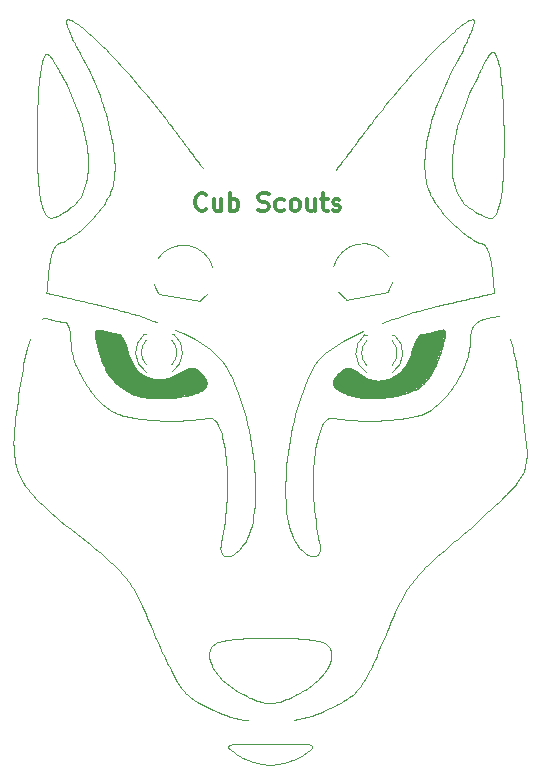
<source format=gbr>
G04 #@! TF.GenerationSoftware,KiCad,Pcbnew,(5.0.0)*
G04 #@! TF.CreationDate,2019-03-03T23:19:42-08:00*
G04 #@! TF.ProjectId,Cub_Wolf_Badge_Circuit,4375625F576F6C665F42616467655F43,rev?*
G04 #@! TF.SameCoordinates,Original*
G04 #@! TF.FileFunction,Legend,Top*
G04 #@! TF.FilePolarity,Positive*
%FSLAX46Y46*%
G04 Gerber Fmt 4.6, Leading zero omitted, Abs format (unit mm)*
G04 Created by KiCad (PCBNEW (5.0.0)) date 03/03/19 23:19:42*
%MOMM*%
%LPD*%
G01*
G04 APERTURE LIST*
%ADD10C,0.300000*%
%ADD11C,0.010000*%
%ADD12C,0.050000*%
%ADD13C,0.100000*%
%ADD14C,0.120000*%
G04 APERTURE END LIST*
D10*
X120935714Y-45035714D02*
X120864285Y-45107142D01*
X120650000Y-45178571D01*
X120507142Y-45178571D01*
X120292857Y-45107142D01*
X120150000Y-44964285D01*
X120078571Y-44821428D01*
X120007142Y-44535714D01*
X120007142Y-44321428D01*
X120078571Y-44035714D01*
X120150000Y-43892857D01*
X120292857Y-43750000D01*
X120507142Y-43678571D01*
X120650000Y-43678571D01*
X120864285Y-43750000D01*
X120935714Y-43821428D01*
X122221428Y-44178571D02*
X122221428Y-45178571D01*
X121578571Y-44178571D02*
X121578571Y-44964285D01*
X121650000Y-45107142D01*
X121792857Y-45178571D01*
X122007142Y-45178571D01*
X122150000Y-45107142D01*
X122221428Y-45035714D01*
X122935714Y-45178571D02*
X122935714Y-43678571D01*
X122935714Y-44250000D02*
X123078571Y-44178571D01*
X123364285Y-44178571D01*
X123507142Y-44250000D01*
X123578571Y-44321428D01*
X123650000Y-44464285D01*
X123650000Y-44892857D01*
X123578571Y-45035714D01*
X123507142Y-45107142D01*
X123364285Y-45178571D01*
X123078571Y-45178571D01*
X122935714Y-45107142D01*
X125364285Y-45107142D02*
X125578571Y-45178571D01*
X125935714Y-45178571D01*
X126078571Y-45107142D01*
X126150000Y-45035714D01*
X126221428Y-44892857D01*
X126221428Y-44750000D01*
X126150000Y-44607142D01*
X126078571Y-44535714D01*
X125935714Y-44464285D01*
X125650000Y-44392857D01*
X125507142Y-44321428D01*
X125435714Y-44250000D01*
X125364285Y-44107142D01*
X125364285Y-43964285D01*
X125435714Y-43821428D01*
X125507142Y-43750000D01*
X125650000Y-43678571D01*
X126007142Y-43678571D01*
X126221428Y-43750000D01*
X127507142Y-45107142D02*
X127364285Y-45178571D01*
X127078571Y-45178571D01*
X126935714Y-45107142D01*
X126864285Y-45035714D01*
X126792857Y-44892857D01*
X126792857Y-44464285D01*
X126864285Y-44321428D01*
X126935714Y-44250000D01*
X127078571Y-44178571D01*
X127364285Y-44178571D01*
X127507142Y-44250000D01*
X128364285Y-45178571D02*
X128221428Y-45107142D01*
X128150000Y-45035714D01*
X128078571Y-44892857D01*
X128078571Y-44464285D01*
X128150000Y-44321428D01*
X128221428Y-44250000D01*
X128364285Y-44178571D01*
X128578571Y-44178571D01*
X128721428Y-44250000D01*
X128792857Y-44321428D01*
X128864285Y-44464285D01*
X128864285Y-44892857D01*
X128792857Y-45035714D01*
X128721428Y-45107142D01*
X128578571Y-45178571D01*
X128364285Y-45178571D01*
X130150000Y-44178571D02*
X130150000Y-45178571D01*
X129507142Y-44178571D02*
X129507142Y-44964285D01*
X129578571Y-45107142D01*
X129721428Y-45178571D01*
X129935714Y-45178571D01*
X130078571Y-45107142D01*
X130150000Y-45035714D01*
X130650000Y-44178571D02*
X131221428Y-44178571D01*
X130864285Y-43678571D02*
X130864285Y-44964285D01*
X130935714Y-45107142D01*
X131078571Y-45178571D01*
X131221428Y-45178571D01*
X131650000Y-45107142D02*
X131792857Y-45178571D01*
X132078571Y-45178571D01*
X132221428Y-45107142D01*
X132292857Y-44964285D01*
X132292857Y-44892857D01*
X132221428Y-44750000D01*
X132078571Y-44678571D01*
X131864285Y-44678571D01*
X131721428Y-44607142D01*
X131650000Y-44464285D01*
X131650000Y-44392857D01*
X131721428Y-44250000D01*
X131864285Y-44178571D01*
X132078571Y-44178571D01*
X132221428Y-44250000D01*
D11*
G36*
X111800000Y-55250000D02*
X111650000Y-55300000D01*
X111550000Y-55450000D01*
X111550000Y-55750000D01*
X111650000Y-56300000D01*
X111900000Y-57250000D01*
X112200000Y-58100000D01*
X112650000Y-58950000D01*
X113200000Y-59650000D01*
X113850000Y-60200000D01*
X114650000Y-60650000D01*
X115400000Y-60900000D01*
X116150000Y-61000000D01*
X117100000Y-61050000D01*
X117850000Y-61000000D01*
X118850000Y-60900000D01*
X120100000Y-60600000D01*
X120600000Y-60350000D01*
X120900000Y-60050000D01*
X120950000Y-59800000D01*
X120900000Y-59500000D01*
X120650000Y-59100000D01*
X120350000Y-58800000D01*
X120100000Y-58600000D01*
X119900000Y-58500000D01*
X119600000Y-58500000D01*
X119150000Y-58650000D01*
X118250000Y-59150000D01*
X117550000Y-59400000D01*
X117000000Y-59450000D01*
X116500000Y-59450000D01*
X115850000Y-59250000D01*
X115350000Y-58900000D01*
X114900000Y-58450000D01*
X114600000Y-57950000D01*
X114300000Y-57200000D01*
X114100000Y-56500000D01*
X113850000Y-55950000D01*
X113650000Y-55700000D01*
X113550000Y-55650000D01*
X113050000Y-55550000D01*
X112000000Y-55300000D01*
X111800000Y-55250000D01*
G37*
X111800000Y-55250000D02*
X111650000Y-55300000D01*
X111550000Y-55450000D01*
X111550000Y-55750000D01*
X111650000Y-56300000D01*
X111900000Y-57250000D01*
X112200000Y-58100000D01*
X112650000Y-58950000D01*
X113200000Y-59650000D01*
X113850000Y-60200000D01*
X114650000Y-60650000D01*
X115400000Y-60900000D01*
X116150000Y-61000000D01*
X117100000Y-61050000D01*
X117850000Y-61000000D01*
X118850000Y-60900000D01*
X120100000Y-60600000D01*
X120600000Y-60350000D01*
X120900000Y-60050000D01*
X120950000Y-59800000D01*
X120900000Y-59500000D01*
X120650000Y-59100000D01*
X120350000Y-58800000D01*
X120100000Y-58600000D01*
X119900000Y-58500000D01*
X119600000Y-58500000D01*
X119150000Y-58650000D01*
X118250000Y-59150000D01*
X117550000Y-59400000D01*
X117000000Y-59450000D01*
X116500000Y-59450000D01*
X115850000Y-59250000D01*
X115350000Y-58900000D01*
X114900000Y-58450000D01*
X114600000Y-57950000D01*
X114300000Y-57200000D01*
X114100000Y-56500000D01*
X113850000Y-55950000D01*
X113650000Y-55700000D01*
X113550000Y-55650000D01*
X113050000Y-55550000D01*
X112000000Y-55300000D01*
X111800000Y-55250000D01*
D12*
G36*
X141000000Y-55250000D02*
X140750000Y-55250000D01*
X140000000Y-55500000D01*
X139500000Y-55600000D01*
X139100000Y-55600000D01*
X138700000Y-56100000D01*
X138400000Y-56900000D01*
X138200000Y-57600000D01*
X137900000Y-58200000D01*
X137500000Y-58700000D01*
X137200000Y-59000000D01*
X136900000Y-59200000D01*
X136500000Y-59400000D01*
X136200000Y-59500000D01*
X135600000Y-59600000D01*
X135300000Y-59600000D01*
X134900000Y-59500000D01*
X134600000Y-59400000D01*
X134200000Y-59200000D01*
X133900000Y-59000000D01*
X133700000Y-58800000D01*
X133300000Y-58600000D01*
X133000000Y-58500000D01*
X132800000Y-58500000D01*
X132300000Y-58800000D01*
X131800000Y-59400000D01*
X131700000Y-59700000D01*
X131700000Y-59900000D01*
X131900000Y-60200000D01*
X132400000Y-60500000D01*
X133600000Y-60900000D01*
X134400000Y-61000000D01*
X135600000Y-61000000D01*
X137100000Y-60800000D01*
X138400000Y-60400000D01*
X139200000Y-59900000D01*
X139900000Y-59100000D01*
X140400000Y-58100000D01*
X140800000Y-57000000D01*
X141100000Y-55800000D01*
X141100000Y-55400000D01*
X141100000Y-55300000D01*
X141000000Y-55250000D01*
G37*
X141000000Y-55250000D02*
X140750000Y-55250000D01*
X140000000Y-55500000D01*
X139500000Y-55600000D01*
X139100000Y-55600000D01*
X138700000Y-56100000D01*
X138400000Y-56900000D01*
X138200000Y-57600000D01*
X137900000Y-58200000D01*
X137500000Y-58700000D01*
X137200000Y-59000000D01*
X136900000Y-59200000D01*
X136500000Y-59400000D01*
X136200000Y-59500000D01*
X135600000Y-59600000D01*
X135300000Y-59600000D01*
X134900000Y-59500000D01*
X134600000Y-59400000D01*
X134200000Y-59200000D01*
X133900000Y-59000000D01*
X133700000Y-58800000D01*
X133300000Y-58600000D01*
X133000000Y-58500000D01*
X132800000Y-58500000D01*
X132300000Y-58800000D01*
X131800000Y-59400000D01*
X131700000Y-59700000D01*
X131700000Y-59900000D01*
X131900000Y-60200000D01*
X132400000Y-60500000D01*
X133600000Y-60900000D01*
X134400000Y-61000000D01*
X135600000Y-61000000D01*
X137100000Y-60800000D01*
X138400000Y-60400000D01*
X139200000Y-59900000D01*
X139900000Y-59100000D01*
X140400000Y-58100000D01*
X140800000Y-57000000D01*
X141100000Y-55800000D01*
X141100000Y-55400000D01*
X141100000Y-55300000D01*
X141000000Y-55250000D01*
D13*
X139644558Y-43099740D02*
X139580498Y-42855210D01*
X140115558Y-44175570D02*
X140017208Y-44001870D01*
X139423468Y-41799620D02*
X139408838Y-41517120D01*
X139778058Y-43497310D02*
X139718608Y-43336250D01*
X140017208Y-44001870D02*
X139927848Y-43830610D01*
X140337250Y-44528250D02*
X140222401Y-44351180D01*
X140866884Y-45241120D02*
X140724922Y-45063190D01*
X141324120Y-45766870D02*
X141166975Y-45593450D01*
X141503787Y-33758650D02*
X141705766Y-33349580D01*
X140345177Y-36505720D02*
X140483110Y-36126800D01*
X139404038Y-41227460D02*
X139409038Y-40930820D01*
X141166975Y-45593450D02*
X141014399Y-45418030D01*
X140097195Y-37248680D02*
X140216528Y-36879730D01*
X140589002Y-44884750D02*
X140459614Y-44706270D01*
X141014399Y-45418030D02*
X140866884Y-45241120D01*
X139886618Y-37970820D02*
X139987213Y-37612430D01*
X141818066Y-46270280D02*
X141650156Y-46105780D01*
X139526398Y-42602780D02*
X139482218Y-42342600D01*
X139481968Y-40000390D02*
X139525568Y-39677260D01*
X139408838Y-41517120D02*
X139404038Y-41227460D01*
X139580498Y-42855210D02*
X139526398Y-42602780D01*
X139578738Y-39347880D02*
X139641458Y-39012390D01*
X139447998Y-40317130D02*
X139481968Y-40000390D01*
X139718608Y-43336250D02*
X139644558Y-43099740D01*
X139927848Y-43830610D02*
X139847968Y-43662260D01*
X140724922Y-45063190D02*
X140589002Y-44884750D01*
X139847968Y-43662260D02*
X139778058Y-43497310D01*
X140459614Y-44706270D02*
X140337250Y-44528250D01*
X141988582Y-46430830D02*
X141818066Y-46270280D01*
X141310856Y-34163860D02*
X141503787Y-33758650D01*
X141127008Y-34565070D02*
X141310856Y-34163860D01*
X140786692Y-35354860D02*
X140952276Y-34962120D01*
X139525568Y-39677260D02*
X139578738Y-39347880D01*
X140216528Y-36879730D02*
X140345177Y-36505720D01*
X141485344Y-45937800D02*
X141324120Y-45766870D01*
X140952276Y-34962120D02*
X141127008Y-34565070D01*
X140630293Y-35743140D02*
X140786692Y-35354860D01*
X139447918Y-42074840D02*
X139423468Y-41799620D01*
X141650156Y-46105780D02*
X141485344Y-45937800D01*
X140483110Y-36126800D02*
X140630293Y-35743140D01*
X139482218Y-42342600D02*
X139447918Y-42074840D01*
X139987213Y-37612430D02*
X140097195Y-37248680D01*
X140222401Y-44351180D02*
X140115558Y-44175570D01*
X139795438Y-38323720D02*
X139886618Y-37970820D01*
X139713708Y-38670950D02*
X139795438Y-38323720D01*
X139641458Y-39012390D02*
X139713708Y-38670950D01*
X139423678Y-40627330D02*
X139447998Y-40317130D01*
X139409038Y-40930820D02*
X139423678Y-40627330D01*
X144947251Y-49095860D02*
X144924981Y-49010860D01*
X144878081Y-48848060D02*
X144853551Y-48770460D01*
X144901911Y-48928260D02*
X144878081Y-48848060D01*
X145142641Y-50332310D02*
X145136841Y-50270410D01*
X145206441Y-51013010D02*
X145200641Y-50951110D01*
X145223841Y-51198610D02*
X145218041Y-51136810D01*
X145136841Y-50270410D02*
X145131041Y-50208510D01*
X145160041Y-50518010D02*
X145154241Y-50456110D01*
X143038933Y-47283620D02*
X142863085Y-47157090D01*
X144853551Y-48770460D02*
X144828351Y-48695660D01*
X145218041Y-51136810D02*
X145212241Y-51074910D01*
X143213952Y-47402750D02*
X143038933Y-47283620D01*
X145189041Y-50827410D02*
X145183241Y-50765510D01*
X143387652Y-47514010D02*
X143213952Y-47402750D01*
X143559540Y-47616860D02*
X143387652Y-47514010D01*
X143729128Y-47710860D02*
X143559540Y-47616860D01*
X144924981Y-49010860D02*
X144901911Y-48928260D01*
X144219169Y-47934860D02*
X144059432Y-47870360D01*
X143895922Y-47795560D02*
X143729128Y-47710860D01*
X144403851Y-48000260D02*
X144374641Y-47988560D01*
X144579781Y-48170060D02*
X144550621Y-48130560D01*
X144637511Y-48261260D02*
X144608761Y-48213660D01*
X144721911Y-48426860D02*
X144694131Y-48367960D01*
X145194841Y-50889310D02*
X145189041Y-50827410D01*
X145200641Y-50951110D02*
X145194841Y-50889310D01*
X145027301Y-49456860D02*
X145008731Y-49363760D01*
X144989171Y-49272460D02*
X144968661Y-49183160D01*
X145044811Y-49551560D02*
X145027301Y-49456860D01*
X145165841Y-50579910D02*
X145160041Y-50518010D01*
X145171641Y-50641810D02*
X145165841Y-50579910D01*
X145103461Y-49944060D02*
X145090601Y-49844160D01*
X144749271Y-48489260D02*
X144721911Y-48426860D01*
X145076511Y-49745360D02*
X145061231Y-49647760D01*
X145061231Y-49647760D02*
X145044811Y-49551560D01*
X144374641Y-47988560D02*
X144219169Y-47934860D01*
X144462571Y-48038360D02*
X144433181Y-48016860D01*
X144433181Y-48016860D02*
X144403851Y-48000260D01*
X144521341Y-48095360D02*
X144491971Y-48064560D01*
X144665981Y-48312760D02*
X144637511Y-48261260D01*
X144968661Y-49183160D02*
X144947251Y-49095860D01*
X144828351Y-48695660D02*
X144802541Y-48623760D01*
X145131041Y-50208510D02*
X145125241Y-50146710D01*
X144491971Y-48064560D02*
X144462571Y-48038360D01*
X145212241Y-51074910D02*
X145206441Y-51013010D01*
X145183241Y-50765510D02*
X145177441Y-50703610D01*
X144608761Y-48213660D02*
X144579781Y-48170060D01*
X144550621Y-48130560D02*
X144521341Y-48095360D01*
X145154241Y-50456110D02*
X145148441Y-50394210D01*
X145229641Y-51260510D02*
X145223841Y-51198610D01*
X144802541Y-48623760D02*
X144776161Y-48554960D01*
X145125241Y-50146710D02*
X145115021Y-50045020D01*
X145148441Y-50394210D02*
X145142641Y-50332310D01*
X145008731Y-49363760D02*
X144989171Y-49272460D01*
X145090601Y-49844160D02*
X145076511Y-49745360D01*
X142161214Y-46586930D02*
X141988582Y-46430830D01*
X145177441Y-50703610D02*
X145171641Y-50641810D01*
X145115021Y-50045020D02*
X145103461Y-49944060D01*
X142335471Y-46738110D02*
X142161214Y-46586930D01*
X142510863Y-46883850D02*
X142335471Y-46738110D01*
X142686897Y-47023670D02*
X142510863Y-46883850D01*
X144776161Y-48554960D02*
X144749271Y-48489260D01*
X142863085Y-47157090D02*
X142686897Y-47023670D01*
X144059432Y-47870360D02*
X143895922Y-47795560D01*
X144694131Y-48367960D02*
X144665981Y-48312760D01*
X133869021Y-55487670D02*
X134229585Y-55321040D01*
X139925175Y-53384390D02*
X140428073Y-53259130D01*
X136643541Y-54365740D02*
X137084219Y-54215560D01*
X143261258Y-52600910D02*
X143397897Y-52569310D01*
X141621592Y-52980110D02*
X141758231Y-52948510D01*
X141348314Y-53043310D02*
X141484953Y-53011710D01*
X145252841Y-51508110D02*
X145247041Y-51446210D01*
X142851341Y-52695710D02*
X142987980Y-52664110D01*
X141484953Y-53011710D02*
X141621592Y-52980110D01*
X145235441Y-51322410D02*
X145229641Y-51260510D01*
X145241241Y-51384310D02*
X145235441Y-51322410D01*
X145247041Y-51446210D02*
X145241241Y-51384310D01*
X145305041Y-52065010D02*
X145299241Y-52003110D01*
X145264441Y-51631910D02*
X145258641Y-51570010D01*
X139430070Y-53513720D02*
X139925175Y-53384390D01*
X145276041Y-51755610D02*
X145270241Y-51693810D01*
X143534535Y-52537710D02*
X143671174Y-52506110D01*
X145174202Y-52158510D02*
X145310841Y-52126910D01*
X145037563Y-52190110D02*
X145174202Y-52158510D01*
X143671174Y-52506110D02*
X143807813Y-52474510D01*
X137995163Y-53924490D02*
X138464699Y-53783960D01*
X141758231Y-52948510D02*
X141894870Y-52916910D01*
X140938398Y-53138110D02*
X141075037Y-53106510D01*
X133521364Y-55655970D02*
X133869021Y-55487670D01*
X145299241Y-52003110D02*
X145293441Y-51941310D01*
X145310841Y-52126910D02*
X145305041Y-52065010D01*
X144900924Y-52221710D02*
X145037563Y-52190110D01*
X135793595Y-54674540D02*
X136213211Y-54518800D01*
X144764285Y-52253310D02*
X144900924Y-52221710D01*
X144217730Y-52379710D02*
X144354368Y-52348110D01*
X143944452Y-52442910D02*
X144081091Y-52411310D01*
X144081091Y-52411310D02*
X144217730Y-52379710D01*
X143397897Y-52569310D02*
X143534535Y-52537710D01*
X141894870Y-52916910D02*
X142031508Y-52885310D01*
X142578064Y-52758910D02*
X142714702Y-52727310D01*
X140428073Y-53259130D02*
X140938398Y-53138110D01*
X138943122Y-53646970D02*
X139430070Y-53513720D01*
X142304786Y-52822110D02*
X142441425Y-52790510D01*
X142168147Y-52853710D02*
X142304786Y-52822110D01*
X142441425Y-52790510D02*
X142578064Y-52758910D01*
X141075037Y-53106510D02*
X141211675Y-53074910D01*
X145258641Y-51570010D02*
X145252841Y-51508110D01*
X145270241Y-51693810D02*
X145264441Y-51631910D01*
X133186976Y-55825750D02*
X133521364Y-55655970D01*
X145281841Y-51817510D02*
X145276041Y-51755610D01*
X145287641Y-51879410D02*
X145281841Y-51817510D01*
X145293441Y-51941310D02*
X145287641Y-51879410D01*
X143124619Y-52632510D02*
X143261258Y-52600910D01*
X138464699Y-53783960D02*
X138943122Y-53646970D01*
X136213211Y-54518800D02*
X136643541Y-54365740D01*
X142031508Y-52885310D02*
X142168147Y-52853710D01*
X137534882Y-54068420D02*
X137995163Y-53924490D01*
X144627646Y-52284910D02*
X144764285Y-52253310D01*
X144491007Y-52316510D02*
X144627646Y-52284910D01*
X144354368Y-52348110D02*
X144491007Y-52316510D01*
X137084219Y-54215560D02*
X137534882Y-54068420D01*
X143807813Y-52474510D02*
X143944452Y-52442910D01*
X142987980Y-52664110D02*
X143124619Y-52632510D01*
X142714702Y-52727310D02*
X142851341Y-52695710D01*
X141211675Y-53074910D02*
X141348314Y-53043310D01*
X132866226Y-55996850D02*
X133186976Y-55825750D01*
X132559475Y-56169090D02*
X132866226Y-55996850D01*
X127639391Y-69290120D02*
X127633291Y-68797750D01*
X132267094Y-56342300D02*
X132559475Y-56169090D01*
X127689651Y-67252500D02*
X127732641Y-66720530D01*
X129017903Y-73905980D02*
X128917182Y-73801230D01*
X129889411Y-74427080D02*
X129800811Y-74407080D01*
X128291421Y-72868610D02*
X128163502Y-72567820D01*
X131989443Y-56516300D02*
X132267094Y-56342300D01*
X131726888Y-56690920D02*
X131989443Y-56516300D01*
X127787401Y-66183050D02*
X127853721Y-65641800D01*
X127864921Y-71502710D02*
X127793121Y-71099270D01*
X129679546Y-59059700D02*
X129887232Y-58649640D01*
X129220000Y-74087580D02*
X129118983Y-74001480D01*
X131033463Y-57216820D02*
X131248533Y-57041350D01*
X130653360Y-57567350D02*
X130834950Y-57392200D01*
X130342412Y-57916240D02*
X130489060Y-57742090D01*
X130103539Y-58262090D02*
X130213783Y-58089630D01*
X128020301Y-64554990D02*
X128120171Y-64012940D01*
X127732641Y-66720530D02*
X127787401Y-66183050D01*
X129518381Y-74289780D02*
X129420121Y-74231780D01*
X128718512Y-73564040D02*
X128621422Y-73431640D01*
X127734871Y-70674530D02*
X127689961Y-70230260D01*
X129420121Y-74231780D02*
X129320521Y-74164380D01*
X130213783Y-58089630D02*
X130342412Y-57916240D01*
X128938957Y-60890010D02*
X129110188Y-60407430D01*
X129118983Y-74001480D02*
X129017903Y-73905980D01*
X131479798Y-56866000D02*
X131726888Y-56690920D01*
X131248533Y-57041350D02*
X131479798Y-56866000D01*
X127689961Y-70230260D02*
X127658201Y-69768200D01*
X129110188Y-60407430D02*
X129290828Y-59940340D01*
X130834950Y-57392200D02*
X131033463Y-57216820D01*
X129709151Y-74377480D02*
X129614871Y-74338380D01*
X128352055Y-62940320D02*
X128483684Y-62413240D01*
X127931421Y-65098530D02*
X128020301Y-64554990D01*
X127853721Y-65641800D02*
X127931421Y-65098530D01*
X128526392Y-73290060D02*
X128433862Y-73139350D01*
X127639791Y-68292850D02*
X127658641Y-67777190D01*
X128049911Y-72238740D02*
X127950451Y-71883120D01*
X129320521Y-74164380D02*
X129220000Y-74087580D01*
X129614871Y-74338380D02*
X129518381Y-74289780D01*
X130055771Y-74438510D02*
X129974541Y-74437580D01*
X130132671Y-74430510D02*
X130055771Y-74438510D01*
X130489060Y-57742090D02*
X130653360Y-57567350D01*
X129887232Y-58649640D02*
X130103539Y-58262090D01*
X129480679Y-59490520D02*
X129679546Y-59059700D01*
X129290828Y-59940340D02*
X129480679Y-59490520D01*
X128483684Y-62413240D02*
X128625508Y-61894670D01*
X128777332Y-61386330D02*
X128938957Y-60890010D01*
X128625508Y-61894670D02*
X128777332Y-61386330D01*
X128230818Y-63474140D02*
X128352055Y-62940320D01*
X128120171Y-64012940D02*
X128230818Y-63474140D01*
X127950451Y-71883120D02*
X127864921Y-71502710D01*
X127793121Y-71099270D02*
X127734871Y-70674530D01*
X128621422Y-73431640D02*
X128526392Y-73290060D01*
X128163502Y-72567820D02*
X128049911Y-72238740D01*
X129800811Y-74407080D02*
X129709151Y-74377480D01*
X128433862Y-73139350D02*
X128291421Y-72868610D01*
X128817242Y-73687250D02*
X128718512Y-73564040D01*
X128917182Y-73801230D02*
X128817242Y-73687250D01*
X129974541Y-74437580D02*
X129889411Y-74427080D01*
X127658641Y-67777190D02*
X127689651Y-67252500D01*
X127658201Y-69768200D02*
X127639391Y-69290120D01*
X127633291Y-68797750D02*
X127639791Y-68292850D01*
X107490539Y-31910050D02*
X107463569Y-31904050D01*
X108437829Y-33253180D02*
X108375249Y-33137790D01*
X107463574Y-31904050D02*
X107463574Y-31904050D01*
X107463572Y-31904050D02*
X107463572Y-31904050D01*
X107463571Y-31904050D02*
X107463572Y-31904050D01*
X107463571Y-31904050D02*
X107463571Y-31904050D01*
X108147079Y-32731350D02*
X108095269Y-32643250D01*
X108200929Y-32824850D02*
X108147079Y-32731350D01*
X108639879Y-33633450D02*
X108570089Y-33500940D01*
X109319237Y-34967850D02*
X109113929Y-34552940D01*
X108712199Y-33771780D02*
X108639879Y-33633450D01*
X109113929Y-34552940D02*
X109028019Y-34384570D01*
X107463570Y-31904050D02*
X107463570Y-31904050D01*
X107608659Y-31980450D02*
X107577479Y-31956250D01*
X107997449Y-32482850D02*
X107951339Y-32410450D01*
X109512366Y-35382290D02*
X109319237Y-34967850D01*
X107463574Y-31904050D02*
X107463574Y-31904050D01*
X107463572Y-31904050D02*
X107463573Y-31904050D01*
X107463573Y-31904050D02*
X107463573Y-31904050D01*
X107463571Y-31904050D02*
X107463571Y-31904050D01*
X107709729Y-32080650D02*
X107674719Y-32042650D01*
X108045409Y-32560450D02*
X107997449Y-32482850D01*
X107463571Y-31904050D02*
X107463571Y-31904050D01*
X107463571Y-31904050D02*
X107463571Y-31904050D01*
X107463570Y-31904050D02*
X107463570Y-31904050D01*
X107518479Y-31921050D02*
X107490539Y-31910050D01*
X108944959Y-34222330D02*
X108864679Y-34066160D01*
X107783999Y-32171050D02*
X107746139Y-32123450D01*
X108256859Y-32923650D02*
X108200929Y-32824850D01*
X108502759Y-33374210D02*
X108437829Y-33253180D01*
X107463573Y-31904050D02*
X107463573Y-31904050D01*
X107463569Y-31904050D02*
X107463569Y-31904050D01*
X107951339Y-32410450D02*
X107906999Y-32343150D01*
X108787109Y-33915990D02*
X108712199Y-33771780D01*
X108375249Y-33137790D02*
X108314939Y-33027970D01*
X107463572Y-31904050D02*
X107463572Y-31904050D01*
X109028019Y-34384570D02*
X108944959Y-34222330D01*
X107463573Y-31904050D02*
X107463574Y-31904050D01*
X107463573Y-31904050D02*
X107463573Y-31904050D01*
X107463569Y-31904050D02*
X107463569Y-31904050D01*
X107823389Y-32223550D02*
X107783999Y-32171050D01*
X107463569Y-31904050D02*
X107463569Y-31904050D01*
X107463573Y-31904050D02*
X107463573Y-31904050D01*
X107463573Y-31904050D02*
X107463573Y-31904050D01*
X107463572Y-31904050D02*
X107463572Y-31904050D01*
X107463570Y-31904050D02*
X107463570Y-31904050D01*
X108864679Y-34066160D02*
X108787109Y-33915990D01*
X107463570Y-31904050D02*
X107463570Y-31904050D01*
X107463569Y-31904050D02*
X107463570Y-31904050D01*
X107641049Y-32009250D02*
X107608659Y-31980450D01*
X107463571Y-31904050D02*
X107463571Y-31904050D01*
X107463569Y-31904050D02*
X107463569Y-31904050D01*
X107674719Y-32042650D02*
X107641049Y-32009250D01*
X107864369Y-32280850D02*
X107823389Y-32223550D01*
X108314939Y-33027970D02*
X108256859Y-32923650D01*
X107463570Y-31904050D02*
X107463571Y-31904050D01*
X107906999Y-32343150D02*
X107864369Y-32280850D01*
X107746139Y-32123450D02*
X107709729Y-32080650D01*
X108095269Y-32643250D02*
X108045409Y-32560450D01*
X107463572Y-31904050D02*
X107463572Y-31904050D01*
X107463570Y-31904050D02*
X107463570Y-31904050D01*
X107547439Y-31936450D02*
X107518479Y-31921050D01*
X108570089Y-33500940D02*
X108502759Y-33374210D01*
X107577479Y-31956250D02*
X107547439Y-31936450D01*
X106937175Y-44412010D02*
X106976655Y-44571800D01*
X110904418Y-40476910D02*
X110871678Y-40118690D01*
X107372405Y-45552270D02*
X107426235Y-45611670D01*
X107056265Y-44860400D02*
X107096975Y-44989340D01*
X107016255Y-44721240D02*
X107056265Y-44860400D01*
X108393178Y-45590870D02*
X108509376Y-45530070D01*
X110932358Y-41168220D02*
X110924658Y-40826930D01*
X110837648Y-42434880D02*
X110880218Y-42134090D01*
X110634058Y-43266050D02*
X110714588Y-43001410D01*
X107096975Y-44989340D02*
X107138685Y-45108140D01*
X110414099Y-37828350D02*
X110294522Y-37428270D01*
X110910178Y-41822350D02*
X110927558Y-41500200D01*
X110782438Y-42724170D02*
X110837648Y-42434880D01*
X110714588Y-43001410D02*
X110782438Y-42724170D01*
X109198872Y-45096070D02*
X109360519Y-44983740D01*
X108762596Y-45382270D02*
X108900203Y-45295470D01*
X106976655Y-44571800D02*
X107016255Y-44721240D01*
X108283532Y-45642870D02*
X108393178Y-45590870D01*
X110316182Y-43978790D02*
X110434876Y-43755280D01*
X109360519Y-44983740D02*
X109530764Y-44863060D01*
X108632418Y-45460570D02*
X108762596Y-45382270D01*
X107607155Y-45732070D02*
X107674915Y-45753270D01*
X110616218Y-38614990D02*
X110521338Y-38224110D01*
X110768808Y-39379910D02*
X110698718Y-39000440D01*
X110826468Y-39752850D02*
X110768808Y-39379910D01*
X110927558Y-41500200D02*
X110932358Y-41168220D01*
X110880218Y-42134090D02*
X110910178Y-41822350D01*
X110040472Y-44380800D02*
X110184721Y-44187490D01*
X107321325Y-45483170D02*
X107372405Y-45552270D01*
X108082725Y-45720070D02*
X108180145Y-45685970D01*
X106855215Y-44030950D02*
X106897535Y-44241790D01*
X109045530Y-45199970D02*
X109198872Y-45096070D01*
X107272705Y-45404270D02*
X107321325Y-45483170D01*
X107483105Y-45661370D02*
X107543315Y-45701470D01*
X110540828Y-43517530D02*
X110634058Y-43266050D01*
X107904625Y-45761070D02*
X107990985Y-45745170D01*
X110184721Y-44187490D02*
X110316182Y-43978790D01*
X108180145Y-45685970D02*
X108283532Y-45642870D01*
X107426235Y-45611670D02*
X107483105Y-45661370D01*
X106897535Y-44241790D02*
X106937175Y-44412010D01*
X107746885Y-45765070D02*
X107823355Y-45767070D01*
X107138685Y-45108140D02*
X107181675Y-45216870D01*
X109883410Y-44558210D02*
X110040472Y-44380800D01*
X108900203Y-45295470D02*
X109045530Y-45199970D01*
X107823355Y-45767070D02*
X107904625Y-45761070D01*
X107543315Y-45701470D02*
X107607155Y-45732070D01*
X109713516Y-44719150D02*
X109883410Y-44558210D01*
X108509376Y-45530070D02*
X108632418Y-45460570D01*
X110434876Y-43755280D02*
X110540828Y-43517530D01*
X107990985Y-45745170D02*
X108082725Y-45720070D01*
X107181675Y-45216870D02*
X107226255Y-45315570D01*
X110162631Y-37024410D02*
X110018447Y-36617330D01*
X107674915Y-45753270D02*
X107746885Y-45765070D01*
X106816215Y-43787480D02*
X106855215Y-44030950D01*
X109693291Y-35795720D02*
X109512366Y-35382290D01*
X109861993Y-36207590D02*
X109693291Y-35795720D01*
X110924658Y-40826930D02*
X110904418Y-40476910D01*
X110018447Y-36617330D02*
X109861993Y-36207590D01*
X110294522Y-37428270D02*
X110162631Y-37024410D01*
X110521338Y-38224110D02*
X110414099Y-37828350D01*
X107226255Y-45315570D02*
X107272705Y-45404270D01*
X110698718Y-39000440D02*
X110616218Y-38614990D01*
X110871678Y-40118690D02*
X110826468Y-39752850D01*
X109530764Y-44863060D02*
X109713516Y-44719150D01*
X106801225Y-34032740D02*
X106769205Y-34381050D01*
X107241415Y-32045600D02*
X107229015Y-32066300D01*
X106620275Y-40936070D02*
X106633755Y-41359240D01*
X106602445Y-40055150D02*
X106609845Y-40500620D01*
X106598245Y-38681230D02*
X106596645Y-39143190D01*
X107180215Y-32161600D02*
X107168155Y-32188600D01*
X107192325Y-32135900D02*
X107180215Y-32161600D01*
X107279325Y-31991700D02*
X107266565Y-32008300D01*
X107292245Y-31976400D02*
X107279325Y-31991700D01*
X107373635Y-31914800D02*
X107359545Y-31921800D01*
X107417415Y-31903800D02*
X107402555Y-31905800D01*
X107359545Y-31921800D02*
X107345685Y-31929800D01*
X106633285Y-36846210D02*
X106620265Y-37298520D01*
X106954965Y-32901150D02*
X106912735Y-33140280D01*
X107144105Y-32246300D02*
X107132085Y-32277000D01*
X107387965Y-31909800D02*
X107373635Y-31914800D01*
X106748065Y-43211660D02*
X106780515Y-43513620D01*
X106718855Y-42883830D02*
X106748065Y-43211660D01*
X106692845Y-42532420D02*
X106718855Y-42883830D01*
X106596645Y-39143190D02*
X106598045Y-39601930D01*
X107059235Y-32485300D02*
X107046845Y-32524000D01*
X107156125Y-32216800D02*
X107144105Y-32246300D01*
X107463735Y-31905270D02*
X107447995Y-31903270D01*
X106602645Y-38218280D02*
X106598245Y-38681230D01*
X106835835Y-33708340D02*
X106801225Y-34032740D01*
X107402555Y-31905800D02*
X107387965Y-31909800D01*
X107332035Y-31938800D02*
X107318585Y-31950000D01*
X107083745Y-32411200D02*
X107071535Y-32447700D01*
X107204485Y-32111400D02*
X107192325Y-32135900D01*
X107253925Y-32026300D02*
X107241415Y-32045600D01*
X106739815Y-34751010D02*
X106713075Y-35140340D01*
X107132085Y-32277000D02*
X107120055Y-32308800D01*
X107229015Y-32066300D02*
X107216705Y-32088200D01*
X107305325Y-31962500D02*
X107292245Y-31976400D01*
X145211722Y-31722930D02*
X145211722Y-31722930D01*
X106780515Y-43513620D02*
X106816215Y-43787480D01*
X107345685Y-31929800D02*
X107332035Y-31938800D01*
X106670005Y-42159670D02*
X106692845Y-42532420D01*
X106650325Y-41767860D02*
X106670005Y-42159670D01*
X106689025Y-35546790D02*
X106667695Y-35968080D01*
X107095895Y-32375900D02*
X107083745Y-32411200D01*
X106769205Y-34381050D02*
X106739815Y-34751010D01*
X106609845Y-40500620D02*
X106620275Y-40936070D01*
X106620265Y-37298520D02*
X106610045Y-37756620D01*
X106649105Y-36401980D02*
X106633285Y-36846210D01*
X106667695Y-35968080D02*
X106649105Y-36401980D01*
X107318585Y-31950000D02*
X107305325Y-31962500D01*
X106713075Y-35140340D02*
X106689025Y-35546790D01*
X106999675Y-32694970D02*
X106954965Y-32901150D01*
X107046845Y-32524000D02*
X106999675Y-32694970D01*
X107432555Y-31902800D02*
X107417415Y-31903800D01*
X107107995Y-32341800D02*
X107095895Y-32375900D01*
X107216705Y-32088200D02*
X107204485Y-32111400D01*
X107447995Y-31903270D02*
X107432555Y-31902800D01*
X145211722Y-31722930D02*
X145212050Y-31720630D01*
X106633755Y-41359240D02*
X106650325Y-41767860D01*
X107120055Y-32308800D02*
X107107995Y-32341800D01*
X107071535Y-32447700D02*
X107059235Y-32485300D01*
X107168155Y-32188600D02*
X107156125Y-32216800D01*
X106598045Y-39601930D02*
X106602445Y-40055150D01*
X106610045Y-37756620D02*
X106602645Y-38218280D01*
X106873015Y-33410100D02*
X106835835Y-33708340D01*
X107266565Y-32008300D02*
X107253925Y-32026300D01*
X106912735Y-33140280D02*
X106873015Y-33410100D01*
X145365225Y-31855960D02*
X145352875Y-31837260D01*
X145211716Y-31722870D02*
X145211716Y-31722870D01*
X145211716Y-31722870D02*
X145211717Y-31722880D01*
X145599145Y-32407760D02*
X145584815Y-32366960D01*
X145211716Y-31722870D02*
X145211716Y-31722870D01*
X145427005Y-31969260D02*
X145414595Y-31944060D01*
X145543165Y-32251560D02*
X145529685Y-32215360D01*
X145225225Y-31725860D02*
X145211715Y-31722860D01*
X145264725Y-31743860D02*
X145251715Y-31736860D01*
X145584815Y-32366960D02*
X145570715Y-32327360D01*
X145211719Y-31722900D02*
X145211719Y-31722900D01*
X145211720Y-31722910D02*
X145211720Y-31722910D01*
X145211721Y-31722920D02*
X145211721Y-31722920D01*
X145211719Y-31722910D02*
X145211719Y-31722910D01*
X145211715Y-31722870D02*
X145211716Y-31722870D01*
X145251715Y-31736860D02*
X145238555Y-31730860D01*
X145389885Y-31897460D02*
X145377555Y-31876060D01*
X145516385Y-32180360D02*
X145503245Y-32146560D01*
X145238555Y-31730860D02*
X145225225Y-31725860D01*
X145377555Y-31876060D02*
X145365225Y-31855960D01*
X145303025Y-31775460D02*
X145290365Y-31763460D01*
X145503245Y-32146560D02*
X145490265Y-32113960D01*
X145211718Y-31722900D02*
X145211718Y-31722900D01*
X145211720Y-31722910D02*
X145211720Y-31722910D01*
X145211720Y-31722910D02*
X145211720Y-31722910D01*
X145211719Y-31722900D02*
X145211719Y-31722910D01*
X145211718Y-31722900D02*
X145211718Y-31722900D01*
X145211717Y-31722880D02*
X145211718Y-31722880D01*
X145211717Y-31722880D02*
X145211717Y-31722880D01*
X145328075Y-31803660D02*
X145315585Y-31788860D01*
X145211717Y-31722880D02*
X145211717Y-31722880D01*
X145477405Y-32082560D02*
X145464665Y-32052360D01*
X145402225Y-31920160D02*
X145389885Y-31897460D01*
X145211715Y-31722860D02*
X145211715Y-31722870D01*
X145211716Y-31722870D02*
X145211716Y-31722870D01*
X145315585Y-31788860D02*
X145303025Y-31775460D01*
X145529685Y-32215360D02*
X145516385Y-32180360D01*
X145613725Y-32449560D02*
X145599145Y-32407760D01*
X145452035Y-32023360D02*
X145439485Y-31995660D01*
X145464665Y-32052360D02*
X145452035Y-32023360D01*
X145679075Y-32661160D02*
X145628575Y-32492560D01*
X145727075Y-32864950D02*
X145679075Y-32661160D01*
X145628575Y-32492560D02*
X145613725Y-32449560D01*
X145340495Y-31819760D02*
X145328075Y-31803660D01*
X145211720Y-31722910D02*
X145211721Y-31722920D01*
X145277605Y-31752860D02*
X145264725Y-31743860D01*
X145352875Y-31837260D02*
X145340495Y-31819760D01*
X145211722Y-31722920D02*
X145211722Y-31722930D01*
X145211722Y-31722920D02*
X145211722Y-31722920D01*
X145211719Y-31722900D02*
X145211719Y-31722900D01*
X145290365Y-31763460D02*
X145277605Y-31752860D01*
X145556835Y-32288860D02*
X145543165Y-32251560D01*
X145211721Y-31722920D02*
X145211722Y-31722920D01*
X145211718Y-31722900D02*
X145211719Y-31722900D01*
X145211721Y-31722920D02*
X145211721Y-31722920D01*
X145211716Y-31722870D02*
X145211716Y-31722870D01*
X145414595Y-31944060D02*
X145402225Y-31920160D01*
X145211721Y-31722920D02*
X145211721Y-31722920D01*
X145211719Y-31722910D02*
X145211720Y-31722910D01*
X145211718Y-31722880D02*
X145211718Y-31722900D01*
X145439485Y-31995660D02*
X145427005Y-31969260D01*
X145490265Y-32113960D02*
X145477405Y-32082560D01*
X145570715Y-32327360D02*
X145556835Y-32288860D01*
X145211717Y-31722880D02*
X145211717Y-31722880D01*
X146007112Y-42851640D02*
X146033562Y-42495340D01*
X145866362Y-44024510D02*
X145906862Y-43773610D01*
X143204074Y-44914200D02*
X143424801Y-45063530D01*
X146076242Y-41722720D02*
X146092542Y-41310870D01*
X143880858Y-45337930D02*
X144016314Y-45415330D01*
X145893335Y-33987290D02*
X145855705Y-33665100D01*
X145960515Y-34701430D02*
X145928285Y-34333480D01*
X145772535Y-33101690D02*
X145727075Y-32864950D01*
X145815425Y-33369170D02*
X145772535Y-33101690D01*
X145928285Y-34333480D02*
X145893335Y-33987290D01*
X144144020Y-45485430D02*
X144264291Y-45548230D01*
X145855705Y-33665100D02*
X145815425Y-33369170D01*
X145295802Y-45645360D02*
X145345342Y-45593860D01*
X146040515Y-35913520D02*
X146016665Y-35493690D01*
X146094695Y-37240930D02*
X146079565Y-36789370D01*
X146122155Y-38623240D02*
X146116055Y-38160100D01*
X145559312Y-45199060D02*
X145597582Y-45091990D01*
X145479192Y-45384760D02*
X145519952Y-45296660D01*
X144483802Y-45651230D02*
X144583682Y-45691230D01*
X145392202Y-45533260D02*
X145436712Y-45463560D01*
X145635092Y-44975280D02*
X145672152Y-44848830D01*
X145822262Y-44243460D02*
X145866362Y-44024510D01*
X145977202Y-43184940D02*
X146007112Y-42851640D01*
X144016314Y-45415330D02*
X144144020Y-45485430D01*
X145436712Y-45463560D02*
X145479192Y-45384760D01*
X145064602Y-45764060D02*
X145128002Y-45747260D01*
X145906862Y-43773610D02*
X145943802Y-43493000D01*
X145989985Y-35088920D02*
X145960515Y-34701430D01*
X146105532Y-40884980D02*
X146115232Y-40447280D01*
X146016665Y-35493690D02*
X145989985Y-35088920D01*
X145128002Y-45747260D02*
X145187452Y-45721960D01*
X146061495Y-36346160D02*
X146040515Y-35913520D01*
X146079565Y-36789370D02*
X146061495Y-36346160D01*
X146106855Y-37698580D02*
X146094695Y-37240930D01*
X146116055Y-38160100D02*
X146106855Y-37698580D01*
X146033562Y-42495340D02*
X146056602Y-42118280D01*
X146125155Y-39085760D02*
X146122155Y-38623240D01*
X146056602Y-42118280D02*
X146076242Y-41722720D01*
X145597582Y-45091990D02*
X145635092Y-44975280D01*
X144765262Y-45747730D02*
X144847592Y-45764030D01*
X144377446Y-45603530D02*
X144483802Y-45651230D01*
X143585418Y-45161930D02*
X143737331Y-45253430D01*
X144264291Y-45548230D02*
X144377446Y-45603530D01*
X145709092Y-44712540D02*
X145746202Y-44566280D01*
X145943802Y-43493000D02*
X145977202Y-43184940D01*
X145519952Y-45296660D02*
X145559312Y-45199060D01*
X145672152Y-44848830D02*
X145709092Y-44712540D01*
X144847592Y-45764030D02*
X144924722Y-45772030D01*
X145783822Y-44409960D02*
X145822262Y-44243460D01*
X146115232Y-40447280D02*
X146121732Y-40000020D01*
X145746202Y-44566280D02*
X145783822Y-44409960D01*
X144924722Y-45772030D02*
X144996952Y-45772060D01*
X144583682Y-45691230D02*
X144677392Y-45723430D01*
X146092542Y-41310870D02*
X146105532Y-40884980D01*
X145345342Y-45593860D02*
X145392202Y-45533260D01*
X144677392Y-45723430D02*
X144765262Y-45747730D01*
X145187452Y-45721960D02*
X145243282Y-45688060D01*
X146125032Y-39545440D02*
X146125155Y-39085760D01*
X146121732Y-40000020D02*
X146125032Y-39545440D01*
X145243282Y-45688060D02*
X145295802Y-45645360D01*
X144996952Y-45772060D02*
X145064602Y-45764060D01*
X143737331Y-45253430D02*
X143880858Y-45337930D01*
X142998730Y-44748330D02*
X143204074Y-44914200D01*
X143424801Y-45063530D02*
X143585418Y-45161930D01*
X142488645Y-37131040D02*
X142344151Y-37585730D01*
X143012283Y-35716920D02*
X142822726Y-36196310D01*
X143982380Y-33603650D02*
X143920290Y-33726990D01*
X144363670Y-32857470D02*
X144314580Y-32951770D01*
X144700040Y-32244970D02*
X144663030Y-32308070D01*
X144803440Y-32078070D02*
X144770190Y-32130070D01*
X145125170Y-31729570D02*
X145102780Y-31740070D01*
X144953190Y-31872470D02*
X144925290Y-31906470D01*
X142330916Y-43926020D02*
X142474865Y-44154750D01*
X142822726Y-36196310D02*
X142648174Y-36667800D01*
X144770190Y-32130070D02*
X144735740Y-32185670D01*
X142100329Y-38468060D02*
X142001029Y-38895060D01*
X144456870Y-32680870D02*
X144411080Y-32767170D01*
X145149050Y-31722040D02*
X145146950Y-31722570D01*
X142808758Y-44566240D02*
X142998730Y-44748330D01*
X142634141Y-44368270D02*
X142808758Y-44566240D01*
X143436360Y-34735760D02*
X143216832Y-35229960D01*
X144866500Y-31985070D02*
X144835530Y-32029770D01*
X142214708Y-38031520D02*
X142100329Y-38468060D01*
X144211220Y-33152490D02*
X144156840Y-33259020D01*
X144584930Y-32445670D02*
X144543750Y-32520170D01*
X145056010Y-31770770D02*
X145031530Y-31791070D01*
X142344151Y-37585730D02*
X142214708Y-38031520D01*
X144543750Y-32520170D02*
X144501080Y-32598570D01*
X144663030Y-32308070D02*
X144624680Y-32374970D01*
X144411080Y-32767170D02*
X144363670Y-32857470D01*
X145146950Y-31722570D02*
X145125170Y-31729570D01*
X142474865Y-44154750D02*
X142634141Y-44368270D01*
X141793739Y-40115310D02*
X141754909Y-40500710D01*
X141847719Y-39719010D02*
X141793739Y-40115310D01*
X141990879Y-43151840D02*
X142088939Y-43424230D01*
X143670850Y-34234660D02*
X143436360Y-34735760D01*
X144896410Y-31943970D02*
X144866500Y-31985070D01*
X142202278Y-43682400D02*
X142330916Y-43926020D01*
X142088939Y-43424230D02*
X142202278Y-43682400D01*
X144100610Y-33369700D02*
X144042470Y-33484580D01*
X145006270Y-31814770D02*
X144980170Y-31841870D01*
X141908089Y-42865550D02*
X141990879Y-43151840D01*
X141788249Y-42252670D02*
X141840549Y-42565730D01*
X144501080Y-32598570D02*
X144456870Y-32680870D01*
X145151150Y-31721550D02*
X145149050Y-31722040D01*
X144624680Y-32374970D02*
X144584930Y-32445670D01*
X142648174Y-36667800D02*
X142488645Y-37131040D01*
X144735740Y-32185670D02*
X144700040Y-32244970D01*
X142001029Y-38895060D02*
X141916819Y-39312150D01*
X141840549Y-42565730D02*
X141908089Y-42865550D01*
X141731219Y-40874890D02*
X141722719Y-41237500D01*
X143216832Y-35229960D02*
X143012283Y-35716920D01*
X144835530Y-32029770D02*
X144803440Y-32078070D01*
X141722719Y-41237500D02*
X141729319Y-41588230D01*
X141916819Y-39312150D02*
X141847719Y-39719010D01*
X143920290Y-33726990D02*
X143670850Y-34234660D01*
X144042470Y-33484580D02*
X143982380Y-33603650D01*
X144156840Y-33259020D02*
X144100610Y-33369700D01*
X145031530Y-31791070D02*
X145006270Y-31814770D01*
X144925290Y-31906470D02*
X144896410Y-31943970D01*
X144263780Y-33050070D02*
X144211220Y-33152490D01*
X144314580Y-32951770D02*
X144263780Y-33050070D01*
X145079740Y-31753770D02*
X145056010Y-31770770D01*
X144980170Y-31841870D02*
X144953190Y-31872470D01*
X145102780Y-31740070D02*
X145079740Y-31753770D01*
X141751179Y-41926730D02*
X141788249Y-42252670D01*
X141729319Y-41588230D02*
X141751179Y-41926730D01*
X141754909Y-40500710D02*
X141731219Y-40874890D01*
X143418129Y-28966980D02*
X143418129Y-28966980D01*
X145188150Y-31718000D02*
X145186150Y-31717950D01*
X145212050Y-31720630D02*
X145210150Y-31720280D01*
X145190150Y-31718080D02*
X145188150Y-31718000D01*
X145206150Y-31719640D02*
X145204150Y-31719350D01*
X143418132Y-28966930D02*
X143418132Y-28966940D01*
X145210150Y-31720280D02*
X145208150Y-31719940D01*
X145208150Y-31719940D02*
X145206150Y-31719640D01*
X143418124Y-28967030D02*
X143418123Y-28967030D01*
X143418126Y-28967020D02*
X143418124Y-28967020D01*
X145176150Y-31718110D02*
X145174150Y-31718230D01*
X145178150Y-31718020D02*
X145176150Y-31718110D01*
X143418123Y-28967040D02*
X143420480Y-28959470D01*
X143418124Y-28967020D02*
X143418124Y-28967030D01*
X143418124Y-28967020D02*
X143418124Y-28967020D01*
X143418130Y-28966970D02*
X143418129Y-28966970D01*
X143418131Y-28966960D02*
X143418131Y-28966960D01*
X143418133Y-28966930D02*
X143418132Y-28966930D01*
X143418127Y-28967000D02*
X143418127Y-28967010D01*
X143418129Y-28966970D02*
X143418129Y-28966980D01*
X143418131Y-28966940D02*
X143418131Y-28966960D01*
X143418136Y-28966890D02*
X143418135Y-28966900D01*
X145204150Y-31719350D02*
X145202150Y-31719100D01*
X145170050Y-31718550D02*
X145167950Y-31718750D01*
X145172150Y-31718370D02*
X145170050Y-31718550D01*
X145180150Y-31717960D02*
X145178150Y-31718020D01*
X145192150Y-31718180D02*
X145190150Y-31718080D01*
X145194150Y-31718320D02*
X145192150Y-31718180D01*
X145196150Y-31718480D02*
X145194150Y-31718320D01*
X143418128Y-28966990D02*
X143418127Y-28967000D01*
X143418133Y-28966920D02*
X143418133Y-28966920D01*
X143418123Y-28967030D02*
X143418123Y-28967040D01*
X143418130Y-28966960D02*
X143418130Y-28966970D01*
X143424336Y-28966120D02*
X143418136Y-28966890D01*
X145202150Y-31719100D02*
X145200150Y-31718870D01*
X143418134Y-28966910D02*
X143418134Y-28966910D01*
X145198150Y-31718660D02*
X145196150Y-31718480D01*
X143418127Y-28967000D02*
X143418127Y-28967000D01*
X143418126Y-28967010D02*
X143418126Y-28967020D01*
X143430436Y-28965480D02*
X143424336Y-28966120D01*
X143418135Y-28966900D02*
X143418135Y-28966900D01*
X143418133Y-28966920D02*
X143418133Y-28966930D01*
X143418128Y-28966990D02*
X143418128Y-28966990D01*
X143418131Y-28966960D02*
X143418130Y-28966960D01*
X143418135Y-28966900D02*
X143418134Y-28966910D01*
X143418136Y-28966890D02*
X143418136Y-28966890D01*
X143418129Y-28966980D02*
X143418128Y-28966990D01*
X143418132Y-28966940D02*
X143418131Y-28966940D01*
X145153250Y-31721080D02*
X145151150Y-31721550D01*
X143418134Y-28966910D02*
X143418133Y-28966920D01*
X143418127Y-28967010D02*
X143418126Y-28967010D01*
X145184150Y-31717920D02*
X145182150Y-31717930D01*
X145155350Y-31720650D02*
X145153250Y-31721080D01*
X143418135Y-28966900D02*
X143418135Y-28966900D01*
X145157450Y-31720260D02*
X145155350Y-31720650D01*
X145200150Y-31718870D02*
X145198150Y-31718660D01*
X145161650Y-31719560D02*
X145159550Y-31719890D01*
X145159550Y-31719890D02*
X145157450Y-31720260D01*
X145163750Y-31719260D02*
X145161650Y-31719560D01*
X145165850Y-31719000D02*
X145163750Y-31719260D01*
X145167950Y-31718750D02*
X145165850Y-31719000D01*
X145174150Y-31718230D02*
X145172150Y-31718370D01*
X145186150Y-31717950D02*
X145184150Y-31717920D01*
X145182150Y-31717930D02*
X145180150Y-31717960D01*
X143491936Y-28965990D02*
X143486736Y-28965360D01*
X142860779Y-31087620D02*
X142929119Y-30941500D01*
X143476136Y-28964460D02*
X143470736Y-28964180D01*
X143481436Y-28964850D02*
X143476136Y-28964460D01*
X143542236Y-28979560D02*
X143538136Y-28977560D01*
X143561336Y-28989560D02*
X143557636Y-28987560D01*
X143593809Y-29168260D02*
X143598409Y-29118660D01*
X143550136Y-28983560D02*
X143546236Y-28981560D01*
X143594316Y-29042160D02*
X143585416Y-29015760D01*
X143571836Y-28997560D02*
X143568436Y-28994560D01*
X143584809Y-29225160D02*
X143593809Y-29168260D01*
X143532989Y-29437360D02*
X143554339Y-29359960D01*
X143277989Y-30144980D02*
X143325079Y-30027700D01*
X143436436Y-28964950D02*
X143430436Y-28965480D01*
X143442336Y-28964530D02*
X143436436Y-28964950D01*
X142561679Y-31702030D02*
X142640129Y-31544390D01*
X143486736Y-28965360D02*
X143481436Y-28964850D01*
X143448136Y-28964230D02*
X143442336Y-28964530D01*
X143453936Y-28964050D02*
X143448136Y-28964230D01*
X143511536Y-28969560D02*
X143506836Y-28968560D01*
X143478519Y-29611060D02*
X143507689Y-29521160D01*
X142312879Y-32187930D02*
X142397959Y-32024030D01*
X143557636Y-28987560D02*
X143553936Y-28985560D01*
X143598409Y-29118660D02*
X143598616Y-29076560D01*
X143408969Y-29808450D02*
X143445589Y-29706860D01*
X143516136Y-28970560D02*
X143511536Y-28969560D01*
X142789779Y-31236960D02*
X142860779Y-31087620D01*
X143571639Y-29289160D02*
X143584809Y-29225160D01*
X143554339Y-29359960D02*
X143571639Y-29289160D01*
X142136739Y-32520430D02*
X142225769Y-32353480D01*
X143502036Y-28967590D02*
X143497036Y-28966730D01*
X143520736Y-28971560D02*
X143516136Y-28970560D01*
X143525236Y-28972560D02*
X143520736Y-28971560D01*
X142994699Y-30798820D02*
X143057429Y-30659810D01*
X143459636Y-28963970D02*
X143453936Y-28964050D01*
X143465236Y-28964030D02*
X143459636Y-28963970D01*
X143497036Y-28966730D02*
X143491936Y-28965990D01*
X143506836Y-28968560D02*
X143502036Y-28967590D01*
X143529636Y-28973560D02*
X143525236Y-28972560D01*
X143117209Y-30524700D02*
X143173959Y-30393700D01*
X141916761Y-32936790D02*
X142136739Y-32520430D01*
X142929119Y-30941500D02*
X142994699Y-30798820D01*
X143533936Y-28975560D02*
X143529636Y-28973560D01*
X143538136Y-28977560D02*
X143533936Y-28975560D01*
X143546236Y-28981560D02*
X143542236Y-28979560D01*
X143325079Y-30027700D02*
X143368769Y-29915450D01*
X143564936Y-28991560D02*
X143561336Y-28989560D01*
X143227589Y-30267060D02*
X143277989Y-30144980D01*
X143173959Y-30393700D02*
X143227589Y-30267060D01*
X142480929Y-31861980D02*
X142561679Y-31702030D01*
X143585416Y-29015760D02*
X143571836Y-28997560D01*
X143568436Y-28994560D02*
X143564936Y-28991560D01*
X143057429Y-30659810D02*
X143117209Y-30524700D01*
X142397959Y-32024030D02*
X142480929Y-31861980D01*
X141705766Y-33349580D02*
X141916761Y-32936790D01*
X143507689Y-29521160D02*
X143532989Y-29437360D01*
X143445589Y-29706860D02*
X143478519Y-29611060D01*
X142225769Y-32353480D02*
X142312879Y-32187930D01*
X143470736Y-28964180D02*
X143465236Y-28964030D01*
X143553936Y-28985560D02*
X143550136Y-28983560D01*
X143598616Y-29076560D02*
X143594316Y-29042160D01*
X143368769Y-29915450D02*
X143408969Y-29808450D01*
X142716189Y-31389290D02*
X142789779Y-31236960D01*
X142640129Y-31544390D02*
X142716189Y-31389290D01*
X111604594Y-56137130D02*
X111620424Y-56215330D01*
X111567024Y-55924630D02*
X111577884Y-55991830D01*
X111538224Y-55640530D02*
X111540524Y-55690630D01*
X111572212Y-55377330D02*
X111561882Y-55406030D01*
X111673792Y-55263030D02*
X111652062Y-55275530D01*
X111750752Y-55240530D02*
X111723122Y-55245530D01*
X112749474Y-59139100D02*
X112841504Y-59264960D01*
X111775794Y-56871780D02*
X111827774Y-57067360D01*
X111577884Y-55991830D02*
X111590414Y-56062630D01*
X111748924Y-56765930D02*
X111775794Y-56871780D01*
X112660714Y-59008750D02*
X112749474Y-59139100D01*
X111598462Y-55328530D02*
X111584392Y-55351530D01*
X112125704Y-57964560D02*
X112193334Y-58128400D01*
X111550324Y-55800830D02*
X111557824Y-55861030D01*
X111632272Y-55290630D02*
X111614412Y-55308230D01*
X111882214Y-57257470D02*
X111939164Y-57442160D01*
X111998684Y-57621520D02*
X112060844Y-57795630D01*
X111546882Y-55471930D02*
X111542082Y-55509430D01*
X111637874Y-56297330D02*
X111656924Y-56383130D01*
X111620424Y-56215330D02*
X111637874Y-56297330D01*
X111677574Y-56472830D02*
X111699794Y-56566530D01*
X111584392Y-55351530D02*
X111572212Y-55377330D01*
X112936874Y-59386430D02*
X113035644Y-59503580D01*
X112841504Y-59264960D02*
X112936874Y-59386430D01*
X111544524Y-55744030D02*
X111550324Y-55800830D01*
X111697472Y-55252530D02*
X111673792Y-55263030D01*
X112575164Y-58873860D02*
X112660714Y-59008750D01*
X111723584Y-56664230D02*
X111748924Y-56765930D01*
X111656924Y-56383130D02*
X111677574Y-56472830D01*
X111538982Y-55550030D02*
X111537682Y-55593630D01*
X112492754Y-58734330D02*
X112575164Y-58873860D01*
X112337134Y-58441100D02*
X112413434Y-58590110D01*
X111614412Y-55308230D02*
X111598462Y-55328530D01*
X112060844Y-57795630D02*
X112125704Y-57964560D01*
X111590414Y-56062630D02*
X111604594Y-56137130D01*
X112413434Y-58590110D02*
X112492754Y-58734330D01*
X112263794Y-58287220D02*
X112337134Y-58441100D01*
X111699794Y-56566530D02*
X111723584Y-56664230D01*
X140976189Y-55227370D02*
X140976189Y-55227370D01*
X111557824Y-55861030D02*
X111567024Y-55924630D01*
X112193334Y-58128400D02*
X112263794Y-58287220D01*
X140976189Y-55227370D02*
X140976284Y-55238530D01*
X111939164Y-57442160D02*
X111998684Y-57621520D01*
X111542082Y-55509430D02*
X111538982Y-55550030D01*
X111540524Y-55690630D02*
X111544524Y-55744030D01*
X111723122Y-55245530D02*
X111697472Y-55252530D01*
X111553482Y-55437530D02*
X111546882Y-55471930D01*
X111537682Y-55593630D02*
X111538224Y-55640530D01*
X111561882Y-55406030D02*
X111553482Y-55437530D01*
X111652062Y-55275530D02*
X111632272Y-55290630D01*
X111827774Y-57067360D02*
X111882214Y-57257470D01*
X140976184Y-55227400D02*
X140976185Y-55227400D01*
X140893338Y-56834060D02*
X140924358Y-56722690D01*
X140976187Y-55227390D02*
X140976187Y-55227380D01*
X140976185Y-55227400D02*
X140976185Y-55227400D01*
X140976185Y-55227400D02*
X140976185Y-55227400D01*
X140976187Y-55227390D02*
X140976187Y-55227390D01*
X141160814Y-55485510D02*
X141156914Y-55447010D01*
X140976186Y-55227390D02*
X140976186Y-55227390D01*
X141143014Y-55379910D02*
X141132894Y-55351110D01*
X140976185Y-55227400D02*
X140976185Y-55227400D01*
X141120734Y-55325510D02*
X141106474Y-55303010D01*
X141162614Y-55527410D02*
X141160814Y-55485510D01*
X141071458Y-56150510D02*
X141089358Y-56070410D01*
X140976188Y-55227380D02*
X140976188Y-55227380D01*
X140976185Y-55227400D02*
X140976185Y-55227400D01*
X140759938Y-57285560D02*
X140794018Y-57177970D01*
X141156028Y-55674210D02*
X141160228Y-55621610D01*
X140976186Y-55227390D02*
X140976187Y-55227390D01*
X141149828Y-55730510D02*
X141156028Y-55674210D01*
X140976187Y-55227380D02*
X140976188Y-55227380D01*
X140976186Y-55227390D02*
X140976186Y-55227390D01*
X140976184Y-55227410D02*
X140976184Y-55227400D01*
X141156914Y-55447010D02*
X141151014Y-55411810D01*
X141141628Y-55790610D02*
X141149828Y-55730510D01*
X141119398Y-55922510D02*
X141131508Y-55854610D01*
X140976184Y-55227410D02*
X140976184Y-55227410D01*
X140860488Y-56950200D02*
X140893338Y-56834060D01*
X141162428Y-55572710D02*
X141162614Y-55527410D01*
X141003284Y-55233410D02*
X140976184Y-55227410D01*
X141160228Y-55621610D02*
X141162428Y-55572710D01*
X141028214Y-55241410D02*
X141003284Y-55233410D01*
X141050984Y-55252710D02*
X141028214Y-55241410D01*
X141131508Y-55854610D02*
X141141628Y-55790610D01*
X140953538Y-56616020D02*
X140980878Y-56514010D01*
X140976189Y-55227370D02*
X140976189Y-55227370D01*
X140976188Y-55227380D02*
X140976189Y-55227370D01*
X140976188Y-55227380D02*
X140976188Y-55227380D01*
X140976188Y-55227380D02*
X140976188Y-55227380D01*
X140976184Y-55227400D02*
X140976184Y-55227400D01*
X141006348Y-56416510D02*
X141029938Y-56323410D01*
X140976185Y-55227400D02*
X140976185Y-55227400D01*
X140924358Y-56722690D02*
X140953538Y-56616020D01*
X140976188Y-55227380D02*
X140976188Y-55227380D01*
X140976187Y-55227380D02*
X140976187Y-55227380D01*
X140976187Y-55227390D02*
X140976187Y-55227390D01*
X141089358Y-56070410D02*
X141105348Y-55994410D01*
X140976185Y-55227400D02*
X140976186Y-55227390D01*
X140976184Y-55227410D02*
X140976184Y-55227410D01*
X141051648Y-56234810D02*
X141071458Y-56150510D01*
X141029938Y-56323410D02*
X141051648Y-56234810D01*
X141132894Y-55351110D02*
X141120734Y-55325510D01*
X141071614Y-55266610D02*
X141050984Y-55252710D01*
X141090104Y-55283410D02*
X141071614Y-55266610D01*
X140980878Y-56514010D02*
X141006348Y-56416510D01*
X140976188Y-55227380D02*
X140976188Y-55227380D01*
X140976186Y-55227390D02*
X140976186Y-55227390D01*
X140976187Y-55227380D02*
X140976187Y-55227380D01*
X141106474Y-55303010D02*
X141090104Y-55283410D01*
X140976186Y-55227390D02*
X140976186Y-55227390D01*
X140976186Y-55227390D02*
X140976186Y-55227390D01*
X141151014Y-55411810D02*
X141143014Y-55379910D01*
X141105348Y-55994410D02*
X141119398Y-55922510D01*
X140825828Y-57071170D02*
X140860488Y-56950200D01*
X140794018Y-57177970D02*
X140825828Y-57071170D01*
X133446252Y-60898340D02*
X133636338Y-60937840D01*
X137105419Y-60826800D02*
X137316429Y-60777600D01*
X138291050Y-60465500D02*
X138465422Y-60390500D01*
X139646968Y-59474600D02*
X139704588Y-59396700D01*
X139307608Y-59862300D02*
X139362888Y-59808000D01*
X137919840Y-60603200D02*
X138108977Y-60536400D01*
X136672417Y-60911400D02*
X136890536Y-60871500D01*
X137316429Y-60777600D02*
X137522928Y-60723900D01*
X135780350Y-61023200D02*
X136005030Y-61002600D01*
X135108592Y-61054200D02*
X135331493Y-61049200D01*
X139073134Y-60051100D02*
X139199428Y-59956800D01*
X139362888Y-59808000D02*
X139418808Y-59749400D01*
X140265038Y-58467320D02*
X140317208Y-58363420D01*
X139253088Y-59911900D02*
X139307608Y-59862300D01*
X135331493Y-61049200D02*
X135555625Y-61038700D01*
X133087638Y-60801540D02*
X133263139Y-60852940D01*
X132659517Y-60641540D02*
X132786120Y-60692740D01*
X136229026Y-60977100D02*
X136451702Y-60946600D01*
X135555625Y-61038700D02*
X135780350Y-61023200D01*
X133263139Y-60852940D02*
X133446252Y-60898340D01*
X140047228Y-58866800D02*
X140102848Y-58769800D01*
X134453653Y-61037940D02*
X134669033Y-61049040D01*
X138631454Y-60311500D02*
X138788509Y-60228500D01*
X139934298Y-59054100D02*
X139991018Y-58961600D01*
X139819808Y-59231300D02*
X139877198Y-59144000D01*
X139199428Y-59956800D02*
X139253088Y-59911900D01*
X139475288Y-59686600D02*
X139532208Y-59619700D01*
X138465422Y-60390500D02*
X138631454Y-60311500D01*
X139589468Y-59549000D02*
X139646968Y-59474600D01*
X134034877Y-60999340D02*
X134242055Y-61021440D01*
X138108977Y-60536400D02*
X138291050Y-60465500D01*
X137522928Y-60723900D02*
X137724277Y-60665700D01*
X132920384Y-60744040D02*
X133087638Y-60801540D01*
X136005030Y-61002600D02*
X136229026Y-60977100D01*
X139418808Y-59749400D02*
X139475288Y-59686600D01*
X137724277Y-60665700D02*
X137919840Y-60603200D01*
X136451702Y-60946600D02*
X136672417Y-60911400D01*
X134242055Y-61021440D02*
X134453653Y-61037940D01*
X140723688Y-57393730D02*
X140759938Y-57285560D01*
X140685378Y-57502310D02*
X140723688Y-57393730D01*
X140513608Y-57937000D02*
X140559118Y-57828640D01*
X140645108Y-57611100D02*
X140685378Y-57502310D01*
X139532208Y-59619700D02*
X139589468Y-59549000D01*
X133832760Y-60971440D02*
X134034877Y-60999340D01*
X132786120Y-60692740D02*
X132920384Y-60744040D01*
X134887559Y-61054040D02*
X135108592Y-61054200D01*
X133636338Y-60937840D02*
X133832760Y-60971440D01*
X140602988Y-57719950D02*
X140645108Y-57611100D01*
X140559118Y-57828640D02*
X140602988Y-57719950D01*
X138935948Y-60141700D02*
X139073134Y-60051100D01*
X134669033Y-61049040D02*
X134887559Y-61054040D01*
X140466558Y-58044840D02*
X140513608Y-57937000D01*
X140418078Y-58151990D02*
X140466558Y-58044840D01*
X138788509Y-60228500D02*
X138935948Y-60141700D01*
X139991018Y-58961600D02*
X140047228Y-58866800D01*
X140368258Y-58258250D02*
X140418078Y-58151990D01*
X136890536Y-60871500D02*
X137105419Y-60826800D01*
X140317208Y-58363420D02*
X140368258Y-58258250D01*
X140211858Y-58569850D02*
X140265038Y-58467320D01*
X140157758Y-58670700D02*
X140211858Y-58569850D01*
X140102848Y-58769800D02*
X140157758Y-58670700D01*
X139877198Y-59144000D02*
X139934298Y-59054100D01*
X139762238Y-59315600D02*
X139819808Y-59231300D01*
X139704588Y-59396700D02*
X139762238Y-59315600D01*
X132543316Y-58609340D02*
X132495776Y-58639440D01*
X133833126Y-58860440D02*
X133764406Y-58811540D01*
X134195790Y-59134190D02*
X134052536Y-59027940D01*
X133172856Y-58509640D02*
X133121046Y-58497940D01*
X132970816Y-58482940D02*
X132922136Y-58483940D01*
X133632996Y-58724040D02*
X133570096Y-58685340D01*
X133764406Y-58811540D02*
X133697726Y-58766040D01*
X131676696Y-59594140D02*
X131662446Y-59657240D01*
X133121046Y-58497940D02*
X133070166Y-58489940D01*
X133697726Y-58766040D02*
X133632996Y-58724040D01*
X132540549Y-60590440D02*
X132659517Y-60641540D01*
X132229217Y-60436840D02*
X132325427Y-60488140D01*
X132140547Y-60385240D02*
X132229217Y-60436840D01*
X132124336Y-58954240D02*
X132046496Y-59032740D01*
X132059387Y-60333340D02*
X132140547Y-60385240D01*
X134342830Y-59227890D02*
X134195790Y-59134190D01*
X131919507Y-60228140D02*
X131985717Y-60280940D01*
X132873986Y-58487940D02*
X132826266Y-58494940D01*
X132300816Y-58791040D02*
X132209116Y-58873740D01*
X131728787Y-60010740D02*
X131765397Y-60066140D01*
X131805066Y-59327040D02*
X131762316Y-59396140D01*
X132826266Y-58494940D02*
X132778876Y-58506040D01*
X133570096Y-58685340D02*
X133508936Y-58650140D01*
X133977086Y-58968640D02*
X133903986Y-58912840D01*
X131809377Y-60120840D02*
X131860737Y-60174840D01*
X131677577Y-59897140D02*
X131699527Y-59954340D01*
X132046496Y-59032740D02*
X131975626Y-59109140D01*
X131662907Y-59838840D02*
X131677577Y-59897140D01*
X131655346Y-59719040D02*
X131655507Y-59779540D01*
X131662446Y-59657240D02*
X131655346Y-59719040D01*
X131726656Y-59463640D02*
X131698106Y-59529640D01*
X132731706Y-58520340D02*
X132684666Y-58537840D01*
X132447856Y-58672740D02*
X132399456Y-58709040D01*
X132209116Y-58873740D02*
X132124336Y-58954240D01*
X132637656Y-58558540D02*
X132590576Y-58582340D01*
X133508936Y-58650140D02*
X133449416Y-58618340D01*
X132922136Y-58483940D02*
X132873986Y-58487940D01*
X133225696Y-58524740D02*
X133172856Y-58509640D01*
X134052536Y-59027940D02*
X133977086Y-58968640D01*
X132684666Y-58537840D02*
X132637656Y-58558540D01*
X133334886Y-58564740D02*
X133279676Y-58543040D01*
X133391436Y-58589840D02*
X133334886Y-58564740D01*
X133279676Y-58543040D02*
X133225696Y-58524740D01*
X133903986Y-58912840D02*
X133833126Y-58860440D01*
X131860737Y-60174840D02*
X131919507Y-60228140D01*
X131699527Y-59954340D02*
X131728787Y-60010740D01*
X132429194Y-60539340D02*
X132540549Y-60590440D01*
X132325427Y-60488140D02*
X132429194Y-60539340D01*
X131985717Y-60280940D02*
X132059387Y-60333340D01*
X131765397Y-60066140D02*
X131809377Y-60120840D01*
X131655507Y-59779540D02*
X131662907Y-59838840D01*
X133020126Y-58484940D02*
X132970816Y-58482940D01*
X131698106Y-59529640D02*
X131676696Y-59594140D01*
X131762316Y-59396140D02*
X131726656Y-59463640D01*
X131854886Y-59256240D02*
X131805066Y-59327040D01*
X133449416Y-58618340D02*
X133391436Y-58589840D01*
X132495776Y-58639440D02*
X132447856Y-58672740D01*
X131911746Y-59183640D02*
X131854886Y-59256240D01*
X131975626Y-59109140D02*
X131911746Y-59183640D01*
X132350476Y-58748440D02*
X132300816Y-58791040D01*
X132590576Y-58582340D02*
X132543316Y-58609340D01*
X132778876Y-58506040D02*
X132731706Y-58520340D01*
X133070166Y-58489940D02*
X133020126Y-58484940D01*
X132399456Y-58709040D02*
X132350476Y-58748440D01*
X136396292Y-59394260D02*
X136240546Y-59445760D01*
X136990364Y-59092060D02*
X136847073Y-59181660D01*
X138877934Y-55829350D02*
X138847844Y-55870450D01*
X139242424Y-55598960D02*
X139214284Y-55599960D01*
X138757384Y-56010850D02*
X138727354Y-56063050D01*
X134493209Y-59309290D02*
X134342830Y-59227890D01*
X139214284Y-55599960D02*
X139188074Y-55600350D01*
X134646483Y-59378490D02*
X134493209Y-59309290D01*
X134802208Y-59435790D02*
X134646483Y-59378490D01*
X134959938Y-59481290D02*
X134802208Y-59435790D01*
X138697474Y-56117850D02*
X138667814Y-56175050D01*
X139025334Y-55671750D02*
X138996454Y-55696650D01*
X138327284Y-57094250D02*
X138306524Y-57174950D01*
X135119227Y-59515290D02*
X134959938Y-59481290D01*
X135279632Y-59537990D02*
X135119227Y-59515290D01*
X136549591Y-59332960D02*
X136396292Y-59394260D01*
X137947144Y-58065990D02*
X137850134Y-58222510D01*
X138117374Y-57730680D02*
X138036384Y-57901990D01*
X138609364Y-56296350D02*
X138580684Y-56360250D01*
X138252894Y-57366970D02*
X138189694Y-57552290D01*
X137745777Y-58371340D02*
X137634520Y-58512290D01*
X137129429Y-58993460D02*
X136990364Y-59092060D01*
X138727354Y-56063050D02*
X138697474Y-56117850D01*
X138967214Y-55724850D02*
X138937674Y-55756450D01*
X138189694Y-57552290D02*
X138117374Y-57730680D01*
X138419774Y-56782750D02*
X138395344Y-56858750D01*
X136847073Y-59181660D02*
X136700000Y-59262060D01*
X135602006Y-59549960D02*
X135440707Y-59549490D01*
X138395344Y-56858750D02*
X138371754Y-56936050D01*
X138937674Y-55756450D02*
X138907894Y-55791350D01*
X139109304Y-55618850D02*
X139081814Y-55632750D01*
X135440707Y-59549490D02*
X135279632Y-59537990D01*
X135763085Y-59539460D02*
X135602006Y-59549960D01*
X136082800Y-59487260D02*
X135923498Y-59518560D01*
X136240546Y-59445760D02*
X136082800Y-59487260D01*
X136700000Y-59262060D02*
X136549591Y-59332960D01*
X137850134Y-58222510D02*
X137745777Y-58371340D01*
X138524694Y-56494150D02*
X138497494Y-56563750D01*
X138638424Y-56234550D02*
X138609364Y-56296350D01*
X138817684Y-55914350D02*
X138787514Y-55961250D01*
X139081814Y-55632750D02*
X139053804Y-55650450D01*
X139188074Y-55600350D02*
X139162484Y-55602350D01*
X138667814Y-56175050D02*
X138638424Y-56234550D01*
X137516813Y-58645180D02*
X137393098Y-58769800D01*
X137263822Y-58885960D02*
X137129429Y-58993460D01*
X138036384Y-57901990D02*
X137947144Y-58065990D01*
X137634520Y-58512290D02*
X137516813Y-58645180D01*
X138497494Y-56563750D02*
X138470904Y-56635150D01*
X137393098Y-58769800D02*
X137263822Y-58885960D01*
X138470904Y-56635150D02*
X138444984Y-56708150D01*
X138580684Y-56360250D02*
X138552444Y-56426250D01*
X139162484Y-55602350D02*
X139136214Y-55608350D01*
X139053804Y-55650450D02*
X139025334Y-55671750D01*
X138306524Y-57174950D02*
X138252894Y-57366970D01*
X138371754Y-56936050D02*
X138349044Y-57014550D01*
X138552444Y-56426250D02*
X138524694Y-56494150D01*
X139136214Y-55608350D02*
X139109304Y-55618850D01*
X135923498Y-59518560D02*
X135763085Y-59539460D01*
X138349044Y-57014550D02*
X138327284Y-57094250D01*
X138444984Y-56708150D02*
X138419774Y-56782750D01*
X138996454Y-55696650D02*
X138967214Y-55724850D01*
X138787514Y-55961250D02*
X138757384Y-56010850D01*
X138907894Y-55791350D02*
X138877934Y-55829350D01*
X138847844Y-55870450D02*
X138817684Y-55914350D01*
X140172094Y-55424860D02*
X140123674Y-55437960D01*
X140616564Y-55290560D02*
X140600084Y-55295560D01*
X140710114Y-55264560D02*
X140695164Y-55268560D01*
X140915474Y-55234420D02*
X140904494Y-55234560D01*
X140753484Y-55254560D02*
X140739274Y-55257560D01*
X140870084Y-55236560D02*
X140858124Y-55237560D01*
X107463574Y-31904050D02*
X107463574Y-31904050D01*
X140411194Y-55355260D02*
X140364074Y-55369660D01*
X139743814Y-55527960D02*
X139698574Y-55536960D01*
X140904494Y-55234560D02*
X140893274Y-55234970D01*
X140123674Y-55437960D02*
X140075264Y-55450660D01*
X139272404Y-55596960D02*
X139242424Y-55598960D01*
X139526414Y-55566960D02*
X139486004Y-55572960D01*
X140648774Y-55280560D02*
X140632794Y-55285560D01*
X139304134Y-55594960D02*
X139272404Y-55596960D01*
X139883384Y-55497760D02*
X139836304Y-55508460D01*
X140268604Y-55397760D02*
X140220434Y-55411460D01*
X140845914Y-55238560D02*
X140833454Y-55240560D01*
X140679954Y-55272560D02*
X140664494Y-55276560D01*
X139337524Y-55591960D02*
X139304134Y-55594960D01*
X140566354Y-55305560D02*
X140549104Y-55310560D01*
X140833454Y-55240560D02*
X140820744Y-55242560D01*
X139372504Y-55587960D02*
X139337524Y-55591960D01*
X139567964Y-55559960D02*
X139526414Y-55566960D01*
X139610564Y-55552960D02*
X139567964Y-55559960D01*
X139408964Y-55583960D02*
X139372504Y-55587960D01*
X140632794Y-55285560D02*
X140616564Y-55290560D01*
X139446824Y-55578960D02*
X139408964Y-55583960D01*
X139698574Y-55536960D02*
X139654124Y-55544960D01*
X139930914Y-55486560D02*
X139883384Y-55497760D01*
X140316514Y-55383860D02*
X140268604Y-55397760D01*
X140807794Y-55244560D02*
X140794594Y-55246560D01*
X140724814Y-55260560D02*
X140710114Y-55264560D01*
X140503804Y-55325660D02*
X140457804Y-55340560D01*
X140664494Y-55276560D02*
X140648774Y-55280560D01*
X140976284Y-55238530D02*
X140966784Y-55237530D01*
X140858124Y-55237560D02*
X140845914Y-55238560D01*
X140926214Y-55234540D02*
X140915474Y-55234420D01*
X140781134Y-55248560D02*
X140767434Y-55251560D01*
X140794594Y-55246560D02*
X140781134Y-55248560D01*
X140946974Y-55235590D02*
X140936754Y-55234930D01*
X140956984Y-55236530D02*
X140946974Y-55235590D01*
X140936754Y-55234930D02*
X140926214Y-55234540D01*
X140075264Y-55450660D02*
X140026934Y-55462960D01*
X139486004Y-55572960D02*
X139446824Y-55578960D01*
X139654124Y-55544960D02*
X139610564Y-55552960D01*
X139789744Y-55518960D02*
X139743814Y-55527960D01*
X139836304Y-55508460D02*
X139789744Y-55518960D01*
X140220434Y-55411460D02*
X140172094Y-55424860D01*
X139978784Y-55474960D02*
X139930914Y-55486560D01*
X140364074Y-55369660D02*
X140316514Y-55383860D01*
X140881804Y-55235630D02*
X140870084Y-55236560D01*
X140457804Y-55340560D02*
X140411194Y-55355260D01*
X140549104Y-55310560D02*
X140503804Y-55325660D01*
X140583354Y-55300560D02*
X140566354Y-55305560D01*
X140966784Y-55237530D02*
X140956984Y-55236530D01*
X140739274Y-55257560D02*
X140724814Y-55260560D01*
X140600084Y-55295560D02*
X140583354Y-55300560D01*
X140695164Y-55268560D02*
X140679954Y-55272560D01*
X140767434Y-55251560D02*
X140753484Y-55254560D01*
X140820744Y-55242560D02*
X140807794Y-55244560D01*
X140893274Y-55234970D02*
X140881804Y-55235630D01*
X107463574Y-31904050D02*
X107463735Y-31905270D01*
X140026934Y-55462960D02*
X139978784Y-55474960D01*
X130463295Y-84832660D02*
X130315890Y-84975720D01*
X130719510Y-81669940D02*
X130792680Y-81692040D01*
X131176298Y-81913140D02*
X131265038Y-82001340D01*
X131068148Y-84092160D02*
X130965498Y-84242110D01*
X131506708Y-83067850D02*
X131475528Y-83208290D01*
X130959180Y-81760340D02*
X131074418Y-81832640D01*
X130548420Y-81626840D02*
X130637990Y-81648240D01*
X130792680Y-81692040D02*
X130857210Y-81714440D01*
X130115521Y-81546240D02*
X130234346Y-81565640D01*
X129720768Y-81491340D02*
X129858437Y-81509040D01*
X131492718Y-82422380D02*
X131518878Y-82542390D01*
X126592439Y-86852890D02*
X126447729Y-86864090D01*
X129458232Y-85640890D02*
X129264040Y-85760690D01*
X131535748Y-82796950D02*
X131526848Y-82930580D01*
X131533148Y-82667400D02*
X131535748Y-82796950D01*
X129858437Y-81509040D02*
X129990119Y-81527340D01*
X126303825Y-86867090D02*
X126160084Y-86863090D01*
X130732298Y-84540130D02*
X130602167Y-84687310D01*
X130346301Y-81585540D02*
X130451090Y-81605940D01*
X129990119Y-81527340D02*
X130115521Y-81546240D01*
X127037829Y-86772190D02*
X126886846Y-86806890D01*
X131380848Y-83496890D02*
X131317778Y-83644120D01*
X131340838Y-82096840D02*
X131403908Y-82199160D01*
X129645149Y-85516070D02*
X129458232Y-85640890D01*
X129824583Y-85386680D02*
X129645149Y-85516070D01*
X131518878Y-82542390D02*
X131533148Y-82667400D01*
X131526848Y-82930580D02*
X131506708Y-83067850D01*
X131265038Y-82001340D02*
X131340838Y-82096840D01*
X128625680Y-86108330D02*
X128421187Y-86213290D01*
X128839332Y-85995580D02*
X128625680Y-86108330D01*
X131074418Y-81832640D02*
X131176298Y-81913140D01*
X130853478Y-84391580D02*
X130732298Y-84540130D01*
X130857210Y-81714440D02*
X130912810Y-81737240D01*
X130234346Y-81565640D02*
X130346301Y-81585540D01*
X126447729Y-86864090D02*
X126303825Y-86867090D01*
X131244498Y-83792730D02*
X131161218Y-83942220D01*
X130912810Y-81737240D02*
X130959180Y-81760340D01*
X130451090Y-81605940D02*
X130548420Y-81626840D01*
X126738598Y-86833790D02*
X126592439Y-86852890D01*
X126886846Y-86806890D02*
X126738598Y-86833790D01*
X127192188Y-86729690D02*
X127037829Y-86772190D01*
X127513601Y-86621290D02*
X127350564Y-86679390D01*
X127350564Y-86679390D02*
X127192188Y-86729690D01*
X130160163Y-85116060D02*
X129996325Y-85253190D01*
X129264040Y-85760690D02*
X129062786Y-85875040D01*
X129577409Y-81474240D02*
X129720768Y-81491340D01*
X127681943Y-86555290D02*
X127513601Y-86621290D01*
X128225208Y-86310490D02*
X128037103Y-86399890D01*
X130602167Y-84687310D02*
X130463295Y-84832660D01*
X131454468Y-82307820D02*
X131492718Y-82422380D01*
X129428655Y-81457940D02*
X129577409Y-81474240D01*
X128037103Y-86399890D02*
X127856228Y-86481490D01*
X129062786Y-85875040D02*
X128839332Y-85995580D01*
X131403908Y-82199160D02*
X131454468Y-82307820D01*
X131317778Y-83644120D02*
X131244498Y-83792730D01*
X130965498Y-84242110D02*
X130853478Y-84391580D01*
X130637990Y-81648240D02*
X130719510Y-81669940D01*
X127856228Y-86481490D02*
X127681943Y-86555290D01*
X131433498Y-83351450D02*
X131380848Y-83496890D01*
X131161218Y-83942220D02*
X131068148Y-84092160D01*
X131475528Y-83208290D02*
X131433498Y-83351450D01*
X128421187Y-86213290D02*
X128225208Y-86310490D01*
X129996325Y-85253190D02*
X129824583Y-85386680D01*
X130315890Y-84975720D02*
X130160163Y-85116060D01*
X128261068Y-81364440D02*
X128439334Y-81375340D01*
X111750660Y-55250460D02*
X111750660Y-55250480D01*
X128079766Y-81355440D02*
X128261068Y-81364440D01*
X127895723Y-81346440D02*
X128079766Y-81355440D01*
X127520595Y-81331440D02*
X127709234Y-81338440D01*
X126944719Y-81316440D02*
X127138042Y-81320440D01*
X111750658Y-55250810D02*
X111750658Y-55250830D01*
X111750658Y-55250860D02*
X111750658Y-55250880D01*
X111893910Y-55253420D02*
X111881530Y-55251420D01*
X111906520Y-55255420D02*
X111893910Y-55253420D01*
X111750658Y-55250900D02*
X111750658Y-55250920D01*
X111750658Y-55250780D02*
X111750658Y-55250810D01*
X111750660Y-55250590D02*
X111750660Y-55250610D01*
X127330099Y-81325440D02*
X127520595Y-81331440D01*
X111857460Y-55249420D02*
X111845760Y-55248460D01*
X111750660Y-55250370D02*
X111750660Y-55250390D01*
X111750658Y-55250730D02*
X111750658Y-55250740D01*
X126750425Y-81313440D02*
X126944719Y-81316440D01*
X111750658Y-55250710D02*
X111750658Y-55250730D01*
X126360104Y-81310850D02*
X126555456Y-81311440D01*
X111780380Y-55247680D02*
X111770260Y-55248400D01*
X111869380Y-55250420D02*
X111857460Y-55249420D01*
X111750658Y-55250830D02*
X111750658Y-55250850D01*
X111750658Y-55250690D02*
X111750658Y-55250710D01*
X111750658Y-55250650D02*
X111750658Y-55250670D01*
X111750658Y-55250760D02*
X111750658Y-55250780D01*
X111750660Y-55250440D02*
X111750660Y-55250460D01*
X111750658Y-55250740D02*
X111750658Y-55250760D01*
X111801270Y-55246980D02*
X111790710Y-55247210D01*
X111919370Y-55257420D02*
X111906520Y-55255420D01*
X111750657Y-55250970D02*
X111750752Y-55240530D01*
X111750658Y-55250670D02*
X111750658Y-55250690D01*
X111845760Y-55248460D02*
X111834290Y-55247740D01*
X111750660Y-55250490D02*
X111750660Y-55250510D01*
X129274800Y-81442240D02*
X129428655Y-81457940D01*
X129116138Y-81427240D02*
X129274800Y-81442240D01*
X128952965Y-81413040D02*
X129116138Y-81427240D01*
X128785578Y-81399640D02*
X128952965Y-81413040D01*
X126555456Y-81311440D02*
X126750425Y-81313440D01*
X111750660Y-55250530D02*
X111750660Y-55250550D01*
X111812050Y-55246990D02*
X111801270Y-55246980D01*
X111750660Y-55250480D02*
X111750660Y-55250490D01*
X128614268Y-81387140D02*
X128785578Y-81399640D01*
X127709234Y-81338440D02*
X127895723Y-81346440D01*
X127138042Y-81320440D02*
X127330099Y-81325440D01*
X111750660Y-55250610D02*
X111750658Y-55250630D01*
X111750658Y-55250960D02*
X111750657Y-55250970D01*
X111750660Y-55250570D02*
X111750660Y-55250590D01*
X111750660Y-55250550D02*
X111750660Y-55250570D01*
X111760360Y-55249370D02*
X111750660Y-55250370D01*
X111750658Y-55250880D02*
X111750658Y-55250900D01*
X111750658Y-55250940D02*
X111750658Y-55250960D01*
X111750660Y-55250510D02*
X111750660Y-55250530D01*
X111770260Y-55248400D02*
X111760360Y-55249370D01*
X111823060Y-55247240D02*
X111812050Y-55246990D01*
X111750658Y-55250920D02*
X111750658Y-55250940D01*
X111834290Y-55247740D02*
X111823060Y-55247240D01*
X111790710Y-55247210D02*
X111780380Y-55247680D01*
X111881530Y-55251420D02*
X111869380Y-55250420D01*
X128439334Y-81375340D02*
X128614268Y-81387140D01*
X111750658Y-55250850D02*
X111750658Y-55250860D01*
X111750658Y-55250630D02*
X111750658Y-55250650D01*
X111750660Y-55250420D02*
X111750660Y-55250440D01*
X111750660Y-55250390D02*
X111750660Y-55250420D01*
X113823010Y-55870110D02*
X113795260Y-55830610D01*
X113454230Y-55610020D02*
X113425600Y-55608020D01*
X113632000Y-55658810D02*
X113605810Y-55641810D01*
X113740020Y-55760510D02*
X113712630Y-55730210D01*
X112690880Y-55473920D02*
X112643280Y-55461620D01*
X113219690Y-55584020D02*
X113180490Y-55578020D01*
X113294250Y-55595020D02*
X113257640Y-55590020D01*
X112107440Y-55301420D02*
X112091570Y-55296420D01*
X112831950Y-55508720D02*
X112785300Y-55497520D01*
X113257640Y-55590020D02*
X113219690Y-55584020D01*
X112156460Y-55316420D02*
X112139880Y-55311420D01*
X112091570Y-55296420D02*
X112075930Y-55292420D01*
X111932450Y-55259420D02*
X111919370Y-55257420D01*
X111945750Y-55261420D02*
X111932450Y-55259420D01*
X112123540Y-55306420D02*
X112107440Y-55301420D01*
X113481020Y-55611020D02*
X113454230Y-55610020D01*
X111973040Y-55267420D02*
X111959280Y-55264420D01*
X112595530Y-55448820D02*
X112547720Y-55435720D01*
X112060530Y-55288420D02*
X112045370Y-55284420D01*
X112264360Y-55351420D02*
X112218510Y-55336520D01*
X112547720Y-55435720D02*
X112499930Y-55422320D01*
X113554770Y-55619410D02*
X113530030Y-55613410D01*
X113180490Y-55578020D02*
X113140120Y-55571020D01*
X113395200Y-55606020D02*
X113363120Y-55603020D01*
X113850770Y-55912310D02*
X113823010Y-55870110D01*
X112139880Y-55311420D02*
X112123540Y-55306420D01*
X113906130Y-56004910D02*
X113878490Y-55957310D01*
X112310750Y-55366120D02*
X112264360Y-55351420D01*
X113685460Y-55703010D02*
X113658570Y-55679210D01*
X112030440Y-55280420D02*
X112015740Y-55276420D01*
X112404780Y-55394720D02*
X112357580Y-55380520D01*
X112452260Y-55408620D02*
X112404780Y-55394720D01*
X112075930Y-55292420D02*
X112060530Y-55288420D01*
X112643280Y-55461620D02*
X112595530Y-55448820D01*
X113140120Y-55571020D02*
X113098660Y-55564020D01*
X113795260Y-55830610D02*
X113767580Y-55794010D01*
X112923720Y-55530020D02*
X112878120Y-55519520D01*
X113425600Y-55608020D02*
X113395200Y-55606020D01*
X113505870Y-55611410D02*
X113481020Y-55611020D01*
X113767580Y-55794010D02*
X113740020Y-55760510D01*
X113012850Y-55548020D02*
X112968650Y-55539020D01*
X113056210Y-55556020D02*
X113012850Y-55548020D01*
X112968650Y-55539020D02*
X112923720Y-55530020D01*
X113363120Y-55603020D02*
X113329440Y-55599020D01*
X111959280Y-55264420D02*
X111945750Y-55261420D01*
X112045370Y-55284420D02*
X112030440Y-55280420D01*
X113878490Y-55957310D02*
X113850770Y-55912310D01*
X111987030Y-55270420D02*
X111973040Y-55267420D01*
X112173280Y-55321420D02*
X112156460Y-55316420D01*
X112218510Y-55336520D02*
X112173280Y-55321420D01*
X112738250Y-55485920D02*
X112690880Y-55473920D01*
X113530030Y-55613410D02*
X113505870Y-55611410D01*
X113658570Y-55679210D02*
X113632000Y-55658810D01*
X113712630Y-55730210D02*
X113685460Y-55703010D01*
X113098660Y-55564020D02*
X113056210Y-55556020D01*
X113580050Y-55628410D02*
X113554770Y-55619410D01*
X112001270Y-55273420D02*
X111987030Y-55270420D01*
X112015740Y-55276420D02*
X112001270Y-55273420D01*
X112357580Y-55380520D02*
X112310750Y-55366120D01*
X113605810Y-55641810D02*
X113580050Y-55628410D01*
X112499930Y-55422320D02*
X112452260Y-55408620D01*
X112785300Y-55497520D02*
X112738250Y-55485920D01*
X112878120Y-55519520D02*
X112831950Y-55508720D01*
X113329440Y-55599020D02*
X113294250Y-55595020D01*
X113960920Y-56107710D02*
X113933620Y-56055110D01*
X115616754Y-59086310D02*
X115485705Y-58999810D01*
X116182831Y-59342210D02*
X116035575Y-59291910D01*
X118304393Y-59097810D02*
X118134630Y-59179110D01*
X119367267Y-58552610D02*
X119296577Y-58579510D01*
X119561137Y-58496310D02*
X119499277Y-58510910D01*
X118134630Y-59179110D02*
X117964959Y-59249510D01*
X118690577Y-58882210D02*
X118585035Y-58941810D01*
X114274860Y-56969210D02*
X114254760Y-56893810D01*
X115359390Y-58904510D02*
X115238083Y-58800610D01*
X119499277Y-58510910D02*
X119434747Y-58529710D01*
X116964187Y-59450110D02*
X116802815Y-59448110D01*
X119144577Y-58645610D02*
X119062747Y-58684810D01*
X113987980Y-56162710D02*
X113960920Y-56107710D01*
X114092760Y-56403910D02*
X114067190Y-56340610D01*
X114142340Y-56536010D02*
X114117830Y-56469110D01*
X114189490Y-56674810D02*
X114166240Y-56604610D01*
X119677807Y-58479710D02*
X119620557Y-58485710D01*
X115011582Y-58567450D02*
X114906930Y-58438430D01*
X114233800Y-56819510D02*
X114212030Y-56746510D01*
X114212030Y-56746510D02*
X114189490Y-56674810D01*
X115485705Y-58999810D02*
X115359390Y-58904510D01*
X116643721Y-59436110D02*
X116487176Y-59414410D01*
X119222427Y-58610510D02*
X119144577Y-58645610D01*
X119296577Y-58579510D02*
X119222427Y-58610510D01*
X114416680Y-57497560D02*
X114360460Y-57314130D01*
X114360460Y-57314130D02*
X114312250Y-57123410D01*
X116487176Y-59414410D02*
X116333455Y-59383010D01*
X118790867Y-58826710D02*
X118690577Y-58882210D01*
X118886147Y-58775310D02*
X118790867Y-58826710D01*
X117459239Y-59396810D02*
X117292672Y-59425110D01*
X114014750Y-56219910D02*
X113987980Y-56162710D01*
X114041170Y-56279210D02*
X114014750Y-56219910D01*
X114067190Y-56340610D02*
X114041170Y-56279210D01*
X114117830Y-56469110D02*
X114092760Y-56403910D01*
X114166240Y-56604610D02*
X114142340Y-56536010D01*
X114254760Y-56893810D02*
X114233800Y-56819510D01*
X114716210Y-58156050D02*
X114630670Y-58002960D01*
X115122057Y-58688230D02*
X115011582Y-58567450D01*
X115891962Y-59232510D02*
X115752264Y-59163910D01*
X117292672Y-59425110D02*
X117127564Y-59443110D01*
X117964959Y-59249510D02*
X117795655Y-59309110D01*
X115238083Y-58800610D02*
X115122057Y-58688230D01*
X119434747Y-58529710D02*
X119367267Y-58552610D01*
X119062747Y-58684810D02*
X118976687Y-58728010D01*
X114552060Y-57842100D02*
X114480630Y-57673600D01*
X114630670Y-58002960D02*
X114552060Y-57842100D01*
X118585035Y-58941810D02*
X118473978Y-59005610D01*
X119620557Y-58485710D02*
X119561137Y-58496310D01*
X114906930Y-58438430D02*
X114808380Y-58301240D01*
X117795655Y-59309110D02*
X117626991Y-59358210D01*
X118473978Y-59005610D02*
X118304393Y-59097810D01*
X117127564Y-59443110D02*
X116964187Y-59450110D01*
X114312250Y-57123410D02*
X114294040Y-57045810D01*
X114808380Y-58301240D02*
X114716210Y-58156050D01*
X118976687Y-58728010D02*
X118886147Y-58775310D01*
X117626991Y-59358210D02*
X117459239Y-59396810D01*
X113933620Y-56055110D02*
X113906130Y-56004910D01*
X114294040Y-57045810D02*
X114274860Y-56969210D01*
X114480630Y-57673600D02*
X114416680Y-57497560D01*
X116802815Y-59448110D02*
X116643721Y-59436110D01*
X115752264Y-59163910D02*
X115616754Y-59086310D01*
X116333455Y-59383010D02*
X116182831Y-59342210D01*
X116035575Y-59291910D02*
X115891962Y-59232510D01*
X120716556Y-60274410D02*
X120716556Y-60274380D01*
X120958626Y-59892210D02*
X120965326Y-59854310D01*
X120961057Y-59656710D02*
X120952557Y-59615710D01*
X120822087Y-59314710D02*
X120793297Y-59269710D01*
X120970357Y-59737310D02*
X120966957Y-59697210D01*
X120716556Y-60274660D02*
X120716556Y-60274630D01*
X120937496Y-59966510D02*
X120949326Y-59929610D01*
X120965326Y-59854310D02*
X120969526Y-59815810D01*
X120864746Y-60108710D02*
X120886746Y-60073910D01*
X120783466Y-60209610D02*
X120813106Y-60176510D01*
X120893227Y-59446710D02*
X120872047Y-59403210D01*
X120793297Y-59269710D02*
X120761977Y-59224310D01*
X120848337Y-59359210D02*
X120822087Y-59314710D01*
X120906206Y-60038610D02*
X120923126Y-60002810D01*
X120813106Y-60176510D02*
X120840196Y-60142910D01*
X120716556Y-60274470D02*
X120716556Y-60274440D01*
X120716556Y-60274570D02*
X120716556Y-60274530D01*
X120716556Y-60274690D02*
X120716556Y-60274660D01*
X120840196Y-60142910D02*
X120864746Y-60108710D01*
X120716556Y-60274440D02*
X120716556Y-60274410D01*
X120716556Y-60274240D02*
X120716556Y-60274210D01*
X120716556Y-60274600D02*
X120716556Y-60274570D01*
X120941527Y-59574210D02*
X120927967Y-59532210D01*
X119733137Y-58477710D02*
X119677807Y-58479710D01*
X119786807Y-58479710D02*
X119733137Y-58477710D01*
X120872047Y-59403210D02*
X120848337Y-59359210D01*
X120237527Y-58675610D02*
X120187237Y-58637410D01*
X120952557Y-59615710D02*
X120941527Y-59574210D01*
X120567337Y-58989910D02*
X120507747Y-58927410D01*
X120716556Y-60274300D02*
X120716556Y-60274270D01*
X120966957Y-59697210D02*
X120961057Y-59656710D01*
X120969526Y-59815810D02*
X120971226Y-59776810D01*
X120716556Y-60274500D02*
X120716556Y-60274470D01*
X120886746Y-60073910D02*
X120906206Y-60038610D01*
X119940427Y-58507510D02*
X119890197Y-58493710D01*
X120971226Y-59776810D02*
X120970357Y-59737310D01*
X120923126Y-60002810D02*
X120937496Y-59966510D01*
X120716556Y-60274270D02*
X120716556Y-60274240D01*
X119839077Y-58484710D02*
X119786807Y-58479710D01*
X119890197Y-58493710D02*
X119839077Y-58484710D01*
X120341087Y-58764110D02*
X120288727Y-58717810D01*
X120728117Y-59178310D02*
X120691717Y-59131910D01*
X120761977Y-59224310D02*
X120728117Y-59178310D01*
X120716556Y-60274330D02*
X120716556Y-60274300D01*
X120716556Y-60274530D02*
X120716556Y-60274500D01*
X120751286Y-60242210D02*
X120783466Y-60209610D01*
X120716556Y-60274380D02*
X120716556Y-60274330D01*
X120716556Y-60274630D02*
X120716556Y-60274600D01*
X119990027Y-58525410D02*
X119940427Y-58507510D01*
X120911867Y-59489710D02*
X120893227Y-59446710D01*
X120716556Y-60274210D02*
X120751286Y-60242210D01*
X120039247Y-58547310D02*
X119990027Y-58525410D01*
X120088357Y-58573310D02*
X120039247Y-58547310D01*
X120927967Y-59532210D02*
X120911867Y-59489710D01*
X120137597Y-58603310D02*
X120088357Y-58573310D01*
X120611327Y-59037710D02*
X120567337Y-58989910D01*
X120949326Y-59929610D02*
X120958626Y-59892210D01*
X120187237Y-58637410D02*
X120137597Y-58603310D01*
X120288727Y-58717810D02*
X120237527Y-58675610D01*
X120394877Y-58814510D02*
X120341087Y-58764110D01*
X120691717Y-59131910D02*
X120652787Y-59085010D01*
X120450347Y-58868910D02*
X120394877Y-58814510D01*
X120507747Y-58927410D02*
X120450347Y-58868910D01*
X120652787Y-59085010D02*
X120611327Y-59037710D01*
X120149344Y-60585640D02*
X120289053Y-60528840D01*
X113955790Y-60294940D02*
X114088011Y-60376740D01*
X120716556Y-60275080D02*
X120716556Y-60275050D01*
X120530835Y-60407140D02*
X120631146Y-60342440D01*
X120416512Y-60469340D02*
X120530835Y-60407140D01*
X120716556Y-60274820D02*
X120716556Y-60274790D01*
X116967328Y-61058240D02*
X117183137Y-61056240D01*
X120716556Y-60274950D02*
X120716556Y-60274910D01*
X117619443Y-61039740D02*
X117838179Y-61025640D01*
X120631146Y-60342440D02*
X120716556Y-60275240D01*
X118056126Y-61007840D02*
X118272404Y-60986340D01*
X116754260Y-61056240D02*
X116967328Y-61058240D01*
X114968261Y-60795940D02*
X115105432Y-60842940D01*
X120716556Y-60275020D02*
X120716556Y-60274990D01*
X120289053Y-60528840D02*
X120416512Y-60469340D01*
X113465982Y-59930540D02*
X113582700Y-60027240D01*
X116140312Y-61025240D02*
X116339870Y-61039740D01*
X120716556Y-60275110D02*
X120716556Y-60275080D01*
X115947020Y-61006340D02*
X116140312Y-61025240D01*
X120716556Y-60275150D02*
X120716556Y-60275110D01*
X119836698Y-60690740D02*
X119998265Y-60639640D01*
X113137872Y-59616490D02*
X113243631Y-59725260D01*
X117183137Y-61056240D02*
X117400802Y-61050240D01*
X115760877Y-60982940D02*
X115947020Y-61006340D01*
X115413566Y-60922440D02*
X115582765Y-60955040D01*
X119485625Y-60784040D02*
X119665524Y-60738940D01*
X113827541Y-60209440D02*
X113955790Y-60294940D01*
X116544814Y-61050240D02*
X116754260Y-61056240D01*
X119297884Y-60825940D02*
X119485625Y-60784040D01*
X116339870Y-61039740D02*
X116544814Y-61050240D01*
X119103183Y-60864740D02*
X119297884Y-60825940D01*
X118902402Y-60900240D02*
X119103183Y-60864740D01*
X115582765Y-60955040D02*
X115760877Y-60982940D01*
X114224264Y-60455040D02*
X114364615Y-60529840D01*
X120716556Y-60274850D02*
X120716556Y-60274820D01*
X120716556Y-60274880D02*
X120716556Y-60274850D01*
X120716556Y-60274910D02*
X120716556Y-60274880D01*
X120716556Y-60275050D02*
X120716556Y-60275020D01*
X119998265Y-60639640D02*
X120149344Y-60585640D01*
X114509127Y-60601240D02*
X114657863Y-60669340D01*
X120716556Y-60275240D02*
X120716556Y-60275210D01*
X114088011Y-60376740D02*
X114224264Y-60455040D01*
X120716556Y-60274990D02*
X120716556Y-60274950D01*
X120716556Y-60275210D02*
X120716556Y-60275180D01*
X119665524Y-60738940D02*
X119836698Y-60690740D01*
X115105432Y-60842940D02*
X115254161Y-60885140D01*
X118696423Y-60932440D02*
X118902402Y-60900240D01*
X114810886Y-60734240D02*
X114968261Y-60795940D01*
X114657863Y-60669340D02*
X114810886Y-60734240D01*
X113352979Y-59829900D02*
X113465982Y-59930540D01*
X117838179Y-61025640D02*
X118056126Y-61007840D01*
X118486131Y-60961140D02*
X118696423Y-60932440D01*
X114364615Y-60529840D02*
X114509127Y-60601240D01*
X113243631Y-59725260D02*
X113352979Y-59829900D01*
X120716556Y-60274720D02*
X120716556Y-60274690D01*
X120716556Y-60274760D02*
X120716556Y-60274720D01*
X118272404Y-60986340D02*
X118486131Y-60961140D01*
X113035644Y-59503580D02*
X113137872Y-59616490D01*
X120716556Y-60274790D02*
X120716556Y-60274760D01*
X120716556Y-60275180D02*
X120716556Y-60275150D01*
X117400802Y-61050240D02*
X117619443Y-61039740D01*
X115254161Y-60885140D02*
X115413566Y-60922440D01*
X113703199Y-60120240D02*
X113827541Y-60209440D01*
X113582700Y-60027240D02*
X113703199Y-60120240D01*
X147860725Y-67196480D02*
X147868825Y-67151580D01*
X147690205Y-67496880D02*
X147713405Y-67460380D01*
X147620595Y-67606380D02*
X147643795Y-67569880D01*
X146643795Y-68884080D02*
X146682655Y-68844580D01*
X147342155Y-68044380D02*
X147365355Y-68007880D01*
X147133315Y-68372880D02*
X147156525Y-68336380D01*
X146799235Y-68725880D02*
X146838095Y-68686380D01*
X147504565Y-67788880D02*
X147527775Y-67752380D01*
X147957925Y-66657680D02*
X147966025Y-66612780D01*
X146682655Y-68844580D02*
X146721515Y-68804980D01*
X147643795Y-67569880D02*
X147666995Y-67533380D01*
X147909325Y-66927080D02*
X147917425Y-66882180D01*
X147759815Y-67387380D02*
X147783025Y-67350880D01*
X147295745Y-68117380D02*
X147318945Y-68080880D01*
X147949825Y-66702580D02*
X147957925Y-66657680D01*
X147941725Y-66747480D02*
X147949825Y-66702580D01*
X147574185Y-67679380D02*
X147597385Y-67642880D01*
X146876955Y-68646780D02*
X146915815Y-68607280D01*
X147917425Y-66882180D02*
X147925525Y-66837280D01*
X147933625Y-66792380D02*
X147941725Y-66747480D01*
X147226135Y-68226880D02*
X147249335Y-68190380D01*
X147411765Y-67934880D02*
X147434965Y-67898380D01*
X147736615Y-67423880D02*
X147759815Y-67387380D01*
X147249335Y-68190380D02*
X147272535Y-68153880D01*
X147713405Y-67460380D02*
X147736615Y-67423880D01*
X147925525Y-66837280D02*
X147933625Y-66792380D01*
X147318945Y-68080880D02*
X147342155Y-68044380D01*
X147901225Y-66971980D02*
X147909325Y-66927080D01*
X147852625Y-67241380D02*
X147860725Y-67196480D01*
X147829425Y-67277880D02*
X147852625Y-67241380D01*
X147666995Y-67533380D02*
X147690205Y-67496880D01*
X147550975Y-67715880D02*
X147574185Y-67679380D01*
X147179725Y-68299880D02*
X147202935Y-68263380D01*
X147458165Y-67861880D02*
X147481365Y-67825380D01*
X147272535Y-68153880D02*
X147295745Y-68117380D01*
X146838095Y-68686380D02*
X146876955Y-68646780D01*
X147202935Y-68263380D02*
X147226135Y-68226880D01*
X146604935Y-68923680D02*
X146643795Y-68884080D01*
X147071255Y-68448980D02*
X147110115Y-68409380D01*
X146527215Y-69002780D02*
X146566075Y-68963180D01*
X146488355Y-69042380D02*
X146527215Y-69002780D01*
X146566075Y-68963180D02*
X146604935Y-68923680D01*
X147032395Y-68488580D02*
X147071255Y-68448980D01*
X147876925Y-67106680D02*
X147885025Y-67061780D01*
X147783025Y-67350880D02*
X147806225Y-67314380D01*
X146915815Y-68607280D02*
X146954675Y-68567680D01*
X147868825Y-67151580D02*
X147876925Y-67106680D01*
X147597385Y-67642880D02*
X147620595Y-67606380D01*
X146993535Y-68528080D02*
X147032395Y-68488580D01*
X146954675Y-68567680D02*
X146993535Y-68528080D01*
X146760375Y-68765380D02*
X146799235Y-68725880D01*
X147806225Y-67314380D02*
X147829425Y-67277880D01*
X147527775Y-67752380D02*
X147550975Y-67715880D01*
X147434965Y-67898380D02*
X147458165Y-67861880D01*
X147156525Y-68336380D02*
X147179725Y-68299880D01*
X146449495Y-69081880D02*
X146488355Y-69042380D01*
X147893125Y-67016880D02*
X147901225Y-66971980D01*
X147388565Y-67971380D02*
X147411765Y-67934880D01*
X147365355Y-68007880D02*
X147388565Y-67971380D01*
X147110115Y-68409380D02*
X147133315Y-68372880D01*
X147481365Y-67825380D02*
X147504565Y-67788880D01*
X146721515Y-68804980D02*
X146760375Y-68765380D01*
X147885025Y-67061780D02*
X147893125Y-67016880D01*
X141482727Y-73568850D02*
X141845039Y-73262030D01*
X140519785Y-74404420D02*
X140821133Y-74138760D01*
X145691835Y-69835580D02*
X145779215Y-69755480D01*
X145342315Y-70155980D02*
X145429695Y-70075880D01*
X146332915Y-69200580D02*
X146371775Y-69161080D01*
X146255195Y-69279780D02*
X146294055Y-69240180D01*
X144031615Y-71357480D02*
X144118995Y-71277380D01*
X146294055Y-69240180D02*
X146332915Y-69200580D01*
X144293755Y-71117180D02*
X144381135Y-71037080D01*
X144468515Y-70956980D02*
X144555895Y-70876880D01*
X143944235Y-71437580D02*
X144031615Y-71357480D01*
X143682095Y-71677880D02*
X143769475Y-71597780D01*
X143070435Y-72238580D02*
X143157815Y-72158480D01*
X146410635Y-69121480D02*
X146449495Y-69081880D01*
X146022035Y-69517180D02*
X146060895Y-69477580D01*
X139486585Y-75368620D02*
X139721122Y-75139750D01*
X146371775Y-69161080D02*
X146410635Y-69121480D01*
X146138615Y-69398480D02*
X146177475Y-69358880D01*
X145905455Y-69635880D02*
X145944315Y-69596280D01*
X143507335Y-71838080D02*
X143594715Y-71757980D01*
X142229738Y-72938910D02*
X142637859Y-72598190D01*
X138863553Y-76024560D02*
X139058834Y-75809730D01*
X144992795Y-70476380D02*
X145080175Y-70396280D01*
X144118995Y-71277380D02*
X144206375Y-71197280D01*
X143332575Y-71998280D02*
X143419955Y-71918180D01*
X145517075Y-69995780D02*
X145604455Y-69915680D01*
X140236689Y-74658950D02*
X140519785Y-74404420D01*
X143856855Y-71517680D02*
X143944235Y-71437580D01*
X143769475Y-71597780D02*
X143856855Y-71517680D01*
X138505012Y-76449230D02*
X138679290Y-76237300D01*
X146216335Y-69319280D02*
X146255195Y-69279780D01*
X146177475Y-69358880D02*
X146216335Y-69319280D01*
X144818035Y-70636580D02*
X144905415Y-70556480D01*
X141141770Y-73860670D02*
X141482727Y-73568850D01*
X145167555Y-70316180D02*
X145254935Y-70236080D01*
X142637859Y-72598190D02*
X143070435Y-72238580D01*
X146099755Y-69437980D02*
X146138615Y-69398480D01*
X146060895Y-69477580D02*
X146099755Y-69437980D01*
X145983175Y-69556680D02*
X146022035Y-69517180D01*
X145254935Y-70236080D02*
X145342315Y-70155980D01*
X138339685Y-76661650D02*
X138505012Y-76449230D01*
X140821133Y-74138760D02*
X141141770Y-73860670D01*
X145944315Y-69596280D02*
X145983175Y-69556680D01*
X145866595Y-69675380D02*
X145905455Y-69635880D01*
X145779215Y-69755480D02*
X145866595Y-69675380D01*
X143157815Y-72158480D02*
X143245195Y-72078380D01*
X144905415Y-70556480D02*
X144992795Y-70476380D01*
X145604455Y-69915680D02*
X145691835Y-69835580D01*
X145429695Y-70075880D02*
X145517075Y-69995780D01*
X139266167Y-75591510D02*
X139486585Y-75368620D01*
X144381135Y-71037080D02*
X144468515Y-70956980D01*
X144730655Y-70716680D02*
X144818035Y-70636580D01*
X144643275Y-70796780D02*
X144730655Y-70716680D01*
X139058834Y-75809730D02*
X139266167Y-75591510D01*
X144555895Y-70876880D02*
X144643275Y-70796780D01*
X143594715Y-71757980D02*
X143682095Y-71677880D01*
X143419955Y-71918180D02*
X143507335Y-71838080D01*
X138679290Y-76237300D02*
X138863553Y-76024560D01*
X145080175Y-70396280D02*
X145167555Y-70316180D01*
X144206375Y-71197280D02*
X144293755Y-71117180D01*
X143245195Y-72078380D02*
X143332575Y-71998280D01*
X141845039Y-73262030D02*
X142229738Y-72938910D01*
X139970812Y-74903630D02*
X140236689Y-74658950D01*
X139721122Y-75139750D02*
X139970812Y-74903630D01*
X130639451Y-63553540D02*
X130546451Y-63793020D01*
X131074230Y-62872530D02*
X130956413Y-62998400D01*
X130131501Y-65701990D02*
X130087551Y-66085570D01*
X130380301Y-64345100D02*
X130307441Y-64654870D01*
X130437281Y-74242110D02*
X130388431Y-74299210D01*
X130260081Y-71911310D02*
X130335681Y-72374270D01*
X130137201Y-70976120D02*
X130193971Y-71444790D01*
X130204811Y-74412210D02*
X130132671Y-74430510D01*
X130540801Y-74011910D02*
X130513891Y-74098510D01*
X130193971Y-71444790D02*
X130260081Y-71911310D01*
X130271771Y-74384210D02*
X130204811Y-74412210D01*
X130333121Y-74346610D02*
X130271771Y-74384210D01*
X134167034Y-62952130D02*
X133886391Y-62944130D01*
X130388431Y-74299210D02*
X130333121Y-74346610D01*
X130335681Y-72374270D02*
X130420911Y-72832240D01*
X129984601Y-68198640D02*
X129988401Y-68650350D01*
X130022561Y-66896040D02*
X130001821Y-67320080D01*
X132547062Y-62847930D02*
X132297825Y-62817430D01*
X133066672Y-62897530D02*
X132803622Y-62874630D01*
X133608893Y-62932230D02*
X133335374Y-62916730D01*
X132056751Y-62783130D02*
X131824674Y-62744930D01*
X131197886Y-62778630D02*
X131074230Y-62872530D01*
X130021491Y-69571460D02*
X130051111Y-70038040D01*
X130738881Y-63340340D02*
X130639451Y-63553540D01*
X133335374Y-62916730D02*
X133066672Y-62897530D01*
X135304320Y-62951130D02*
X135019463Y-62956130D01*
X130956413Y-62998400D02*
X130844582Y-63154820D01*
X130479241Y-74175210D02*
X130437281Y-74242110D01*
X130241591Y-64985210D02*
X130182891Y-65334730D01*
X130569671Y-73809020D02*
X130559551Y-73915410D01*
X135019463Y-62956130D02*
X134734407Y-62958130D01*
X130570871Y-73692690D02*
X130569671Y-73809020D01*
X130562571Y-73566390D02*
X130570871Y-73692690D01*
X130544391Y-73430110D02*
X130562571Y-73566390D01*
X130420911Y-72832240D02*
X130515921Y-73283810D01*
X130546451Y-63793020D02*
X130460021Y-64057350D01*
X130515921Y-73283810D02*
X130544391Y-73430110D01*
X130000641Y-69108420D02*
X130021491Y-69571460D01*
X129989101Y-67754760D02*
X129984601Y-68198640D01*
X130460021Y-64057350D02*
X130380301Y-64345100D01*
X130051111Y-70038040D02*
X130089631Y-70506730D01*
X136425014Y-62895330D02*
X136149322Y-62914230D01*
X132297825Y-62817430D02*
X132056751Y-62783130D01*
X131602430Y-62702830D02*
X131462132Y-62692330D01*
X130844582Y-63154820D02*
X130738881Y-63340340D01*
X132803622Y-62874630D02*
X132547062Y-62847930D01*
X131824674Y-62744930D02*
X131602430Y-62702830D01*
X136149322Y-62914230D02*
X135870086Y-62929830D01*
X131327236Y-62718030D02*
X131197886Y-62778630D01*
X130001821Y-67320080D02*
X129989101Y-67754760D01*
X131462132Y-62692330D02*
X131327236Y-62718030D01*
X130182891Y-65334730D02*
X130131501Y-65701990D01*
X135870086Y-62929830D02*
X135588140Y-62942130D01*
X130307441Y-64654870D02*
X130241591Y-64985210D01*
X130051181Y-66484060D02*
X130022561Y-66896040D01*
X133886391Y-62944130D02*
X133608893Y-62932230D01*
X134734407Y-62958130D02*
X134449984Y-62957130D01*
X130513891Y-74098510D02*
X130479241Y-74175210D01*
X130559551Y-73915410D02*
X130540801Y-74011910D01*
X130087551Y-66085570D02*
X130051181Y-66484060D01*
X134449984Y-62957130D02*
X134167034Y-62952130D01*
X135588140Y-62942130D02*
X135304320Y-62951130D01*
X130089631Y-70506730D02*
X130137201Y-70976120D01*
X129988401Y-68650350D02*
X130000641Y-69108420D01*
X143136025Y-57247260D02*
X143079295Y-57469920D01*
X143264245Y-56389140D02*
X143247715Y-56597640D01*
X142559404Y-58829770D02*
X142446180Y-59055030D01*
X142938765Y-57920950D02*
X142855675Y-58148170D01*
X138402555Y-62631730D02*
X138185333Y-62675130D01*
X136696323Y-62873230D02*
X136425014Y-62895330D01*
X141171763Y-60926390D02*
X141008371Y-61106440D01*
X136962414Y-62847930D02*
X136696323Y-62873230D01*
X137222451Y-62819430D02*
X136962414Y-62847930D01*
X137475598Y-62787930D02*
X137222451Y-62819430D01*
X137957874Y-62715730D02*
X137721017Y-62753330D01*
X139976736Y-62005150D02*
X139799604Y-62119300D01*
X143452135Y-55113460D02*
X143424395Y-55178560D01*
X137721017Y-62753330D02*
X137475598Y-62787930D01*
X138185333Y-62675130D02*
X137957874Y-62715730D01*
X141787741Y-60140850D02*
X141640104Y-60345880D01*
X142200191Y-59499170D02*
X142068144Y-59716920D01*
X143321195Y-55545860D02*
X143307415Y-55627960D01*
X143355515Y-55390460D02*
X143337215Y-55466760D01*
X143399075Y-55246460D02*
X143376125Y-55317060D01*
X143295845Y-55713060D02*
X143286445Y-55801260D01*
X143269845Y-56185610D02*
X143264245Y-56389140D01*
X139621947Y-62221730D02*
X139444122Y-62311830D01*
X143183245Y-57027280D02*
X143136025Y-57247260D01*
X143376125Y-55317060D02*
X143355515Y-55390460D01*
X143587835Y-54878860D02*
X143550125Y-54933760D01*
X143247715Y-56597640D02*
X143220595Y-56810550D01*
X139444122Y-62311830D02*
X139305871Y-62372030D01*
X142764515Y-58375770D02*
X142665635Y-58603160D01*
X140501386Y-61598160D02*
X140327986Y-61744000D01*
X143550125Y-54933760D02*
X143514975Y-54991060D01*
X138608706Y-62585330D02*
X138402555Y-62631730D01*
X138802949Y-62536130D02*
X138608706Y-62585330D01*
X138984449Y-62484130D02*
X138802949Y-62536130D01*
X139152369Y-62429430D02*
X138984449Y-62484130D01*
X143079295Y-57469920D02*
X143013425Y-57694670D01*
X140152983Y-61879860D02*
X139976736Y-62005150D01*
X141487989Y-60545530D02*
X141331756Y-60739230D01*
X141930540Y-59930990D02*
X141787741Y-60140850D01*
X143013425Y-57694670D02*
X142938765Y-57920950D01*
X140327986Y-61744000D02*
X140152983Y-61879860D01*
X141008371Y-61106440D02*
X140841937Y-61278790D01*
X143307415Y-55627960D02*
X143295845Y-55713060D01*
X143279145Y-55892560D02*
X143273945Y-55986960D01*
X143220595Y-56810550D02*
X143183245Y-57027280D01*
X143337215Y-55466760D02*
X143321195Y-55545860D01*
X143286445Y-55801260D02*
X143279145Y-55892560D01*
X140672822Y-61442890D02*
X140501386Y-61598160D01*
X143270845Y-56084660D02*
X143269845Y-56185610D01*
X140841937Y-61278790D02*
X140672822Y-61442890D01*
X143273945Y-55986960D02*
X143270845Y-56084660D01*
X142068144Y-59716920D02*
X141930540Y-59930990D01*
X142665635Y-58603160D02*
X142559404Y-58829770D01*
X142855675Y-58148170D02*
X142764515Y-58375770D01*
X142326322Y-59278360D02*
X142200191Y-59499170D01*
X143424395Y-55178560D02*
X143399075Y-55246460D01*
X143514975Y-54991060D02*
X143482315Y-55050960D01*
X139305871Y-62372030D02*
X139152369Y-62429430D01*
X139799604Y-62119300D02*
X139621947Y-62221730D01*
X142446180Y-59055030D02*
X142326322Y-59278360D01*
X143482315Y-55050960D02*
X143452135Y-55113460D01*
X143628115Y-54826460D02*
X143587835Y-54878860D01*
X141331756Y-60739230D02*
X141171763Y-60926390D01*
X141640104Y-60345880D02*
X141487989Y-60545530D01*
X145235725Y-54154460D02*
X145183755Y-54162460D01*
X145286275Y-54147460D02*
X145235725Y-54154460D01*
X145428485Y-54130460D02*
X145382735Y-54135460D01*
X147082615Y-57648320D02*
X147019185Y-57348400D01*
X143670995Y-54776360D02*
X143628115Y-54826460D01*
X144111855Y-54456160D02*
X144046935Y-54488860D01*
X144846845Y-54227960D02*
X144787335Y-54241660D01*
X145628775Y-54118610D02*
X145592795Y-54119460D01*
X143716515Y-54728660D02*
X143670995Y-54776360D01*
X143764705Y-54683260D02*
X143716515Y-54728660D01*
X143925655Y-54560360D02*
X143869245Y-54599160D01*
X144179685Y-54425360D02*
X144111855Y-54456160D01*
X144727115Y-54256060D02*
X144666245Y-54271160D01*
X146819645Y-56507930D02*
X146750375Y-56249040D01*
X145662525Y-54118660D02*
X145628775Y-54118610D01*
X146750375Y-56249040D02*
X146679885Y-56001530D01*
X145693965Y-54119610D02*
X145662525Y-54118660D01*
X143815605Y-54640160D02*
X143764705Y-54683260D01*
X144666245Y-54271160D02*
X144604835Y-54286960D01*
X145472445Y-54126460D02*
X145428485Y-54130460D01*
X145514545Y-54123460D02*
X145472445Y-54126460D01*
X145020145Y-54191260D02*
X144963335Y-54202760D01*
X146954155Y-57058050D02*
X146887605Y-56777760D01*
X143869245Y-54599160D02*
X143815605Y-54640160D01*
X143984875Y-54523560D02*
X143925655Y-54560360D01*
X144046935Y-54488860D02*
X143984875Y-54523560D01*
X144400935Y-54344060D02*
X144324185Y-54369360D01*
X144963335Y-54202760D02*
X144905545Y-54214960D01*
X145183755Y-54162460D02*
X145130445Y-54171460D01*
X146887605Y-56777760D02*
X146819645Y-56507930D01*
X144250455Y-54396460D02*
X144179685Y-54425360D01*
X145592795Y-54119460D02*
X145554685Y-54121460D01*
X144324185Y-54369360D02*
X144250455Y-54396460D01*
X144787335Y-54241660D02*
X144727115Y-54256060D01*
X145382735Y-54135460D02*
X145335305Y-54141460D01*
X144905545Y-54214960D02*
X144846845Y-54227960D01*
X145130445Y-54171460D02*
X145075885Y-54180460D01*
X145335305Y-54141460D02*
X145286275Y-54147460D01*
X145075885Y-54180460D02*
X145020145Y-54191260D01*
X145554685Y-54121460D02*
X145514545Y-54123460D01*
X147019185Y-57348400D02*
X146954155Y-57058050D01*
X147144335Y-57957370D02*
X147082615Y-57648320D01*
X144480715Y-54320460D02*
X144400935Y-54344060D01*
X144604835Y-54286960D02*
X144542965Y-54303360D01*
X144542965Y-54303360D02*
X144480715Y-54320460D01*
X147869405Y-63782880D02*
X147858865Y-63694980D01*
X147911565Y-64134480D02*
X147901025Y-64046580D01*
X147990325Y-66478080D02*
X147998425Y-66433180D01*
X147716305Y-62215070D02*
X147682675Y-61831430D01*
X148022725Y-66298480D02*
X148030825Y-66253580D01*
X147837785Y-63519180D02*
X147827245Y-63431280D01*
X147858865Y-63694980D02*
X147848325Y-63607080D01*
X147204245Y-58275120D02*
X147144335Y-57957370D01*
X147682675Y-61831430D02*
X147646175Y-61451530D01*
X147848325Y-63607080D02*
X147837785Y-63519180D01*
X148038925Y-66208680D02*
X148047025Y-66163780D01*
X147262255Y-58601100D02*
X147204245Y-58275120D01*
X148059125Y-65365080D02*
X148048585Y-65277180D01*
X147473325Y-59978400D02*
X147423895Y-59623960D01*
X147827245Y-63431280D02*
X147816705Y-63343380D01*
X147890485Y-63958680D02*
X147879945Y-63870780D01*
X147995885Y-64837680D02*
X147985345Y-64749780D01*
X148016965Y-65013480D02*
X148006425Y-64925580D01*
X148063225Y-66073980D02*
X148071325Y-66029080D01*
X148038045Y-65189280D02*
X148027505Y-65101380D01*
X147974805Y-64661880D02*
X147964265Y-64573980D01*
X147922105Y-64222380D02*
X147911565Y-64134480D01*
X148030825Y-66253580D02*
X148038925Y-66208680D01*
X147966025Y-66612780D02*
X147974125Y-66567880D01*
X148027505Y-65101380D02*
X148016965Y-65013480D01*
X148101285Y-65716680D02*
X148090745Y-65628780D01*
X147901025Y-64046580D02*
X147890485Y-63958680D01*
X147318265Y-58934860D02*
X147262255Y-58601100D01*
X147372175Y-59275970D02*
X147318265Y-58934860D01*
X147974125Y-66567880D02*
X147982225Y-66522980D01*
X148090745Y-65628780D02*
X148080205Y-65540880D01*
X147520365Y-60338810D02*
X147473325Y-59978400D01*
X147746955Y-62602000D02*
X147716305Y-62215070D01*
X147774545Y-62991780D02*
X147746955Y-62602000D01*
X147785085Y-63079680D02*
X147774545Y-62991780D01*
X147816705Y-63343380D02*
X147806165Y-63255480D01*
X147795625Y-63167580D02*
X147785085Y-63079680D01*
X147879945Y-63870780D02*
X147869405Y-63782880D01*
X147985345Y-64749780D02*
X147974805Y-64661880D01*
X148087525Y-65939280D02*
X148095625Y-65894380D01*
X148055125Y-66118880D02*
X148063225Y-66073980D01*
X148006525Y-66388280D02*
X148014625Y-66343380D01*
X148047025Y-66163780D02*
X148055125Y-66118880D01*
X147953725Y-64486080D02*
X147943185Y-64398180D01*
X147423895Y-59623960D02*
X147372175Y-59275970D01*
X148006425Y-64925580D02*
X147995885Y-64837680D01*
X147964265Y-64573980D02*
X147953725Y-64486080D01*
X148095625Y-65894380D02*
X148103725Y-65849480D01*
X147932645Y-64310280D02*
X147922105Y-64222380D01*
X147606895Y-61075840D02*
X147564925Y-60704770D01*
X147943185Y-64398180D02*
X147932645Y-64310280D01*
X148103725Y-65849480D02*
X148111825Y-65804580D01*
X148071325Y-66029080D02*
X148079425Y-65984180D01*
X147806165Y-63255480D02*
X147795625Y-63167580D01*
X148048585Y-65277180D02*
X148038045Y-65189280D01*
X148079425Y-65984180D02*
X148087525Y-65939280D01*
X148080205Y-65540880D02*
X148069665Y-65452980D01*
X147564925Y-60704770D02*
X147520365Y-60338810D01*
X147646175Y-61451530D02*
X147606895Y-61075840D01*
X148069665Y-65452980D02*
X148059125Y-65365080D01*
X148111825Y-65804580D02*
X148101285Y-65716680D01*
X148014625Y-66343380D02*
X148022725Y-66298480D01*
X147982225Y-66522980D02*
X147990325Y-66478080D01*
X147998425Y-66433180D02*
X148006525Y-66388280D01*
X122844275Y-90670870D02*
X122888495Y-90719770D01*
X122790915Y-90584270D02*
X122811585Y-90625770D01*
X122787515Y-90511570D02*
X122782715Y-90546270D01*
X122943745Y-90772670D02*
X123009545Y-90829570D01*
X122884675Y-90425870D02*
X122838005Y-90451470D01*
X123836518Y-90306870D02*
X123656753Y-90314870D01*
X123546444Y-91226770D02*
X123616514Y-91272270D01*
X122782715Y-90546270D02*
X122790915Y-90584270D01*
X123616514Y-91272270D02*
X123689744Y-91317170D01*
X123265365Y-91026270D02*
X123368489Y-91101070D01*
X123023305Y-90382670D02*
X122946285Y-90402970D01*
X123495330Y-90323870D02*
X123351761Y-90335470D01*
X126360096Y-81311710D02*
X126360096Y-81311710D01*
X123085405Y-90890670D02*
X123170835Y-90956170D01*
X124748727Y-90288870D02*
X124490728Y-90291870D01*
X123116235Y-90364770D02*
X123023305Y-90382670D01*
X125993355Y-90284680D02*
X125649329Y-90285060D01*
X126360096Y-81311730D02*
X126360096Y-81311730D01*
X125327541Y-90285870D02*
X125027502Y-90286870D01*
X126360096Y-81311700D02*
X126360096Y-81311700D01*
X122888495Y-90719770D02*
X122943745Y-90772670D01*
X122811585Y-90625770D02*
X122844275Y-90670870D01*
X126360096Y-81311690D02*
X126360104Y-81310850D01*
X126360096Y-81311730D02*
X126360096Y-81311730D01*
X123009545Y-90829570D02*
X123085405Y-90890670D01*
X123170835Y-90956170D02*
X123265365Y-91026270D01*
X122805785Y-90480070D02*
X122787515Y-90511570D01*
X122838005Y-90451470D02*
X122805785Y-90480070D01*
X122946285Y-90402970D02*
X122884675Y-90425870D01*
X123225558Y-90349070D02*
X123116235Y-90364770D01*
X126360096Y-81311700D02*
X126360096Y-81311690D01*
X123351761Y-90335470D02*
X123225558Y-90349070D01*
X126360096Y-81311740D02*
X126360096Y-81311730D01*
X124035111Y-90300870D02*
X123836518Y-90306870D01*
X125027502Y-90286870D02*
X124748727Y-90288870D01*
X123689744Y-91317170D02*
X123765954Y-91361370D01*
X123479724Y-91180770D02*
X123546444Y-91226770D01*
X123368489Y-91101070D02*
X123479724Y-91180770D01*
X123656753Y-90314870D02*
X123495330Y-90323870D01*
X126360096Y-81311710D02*
X126360096Y-81311710D01*
X124253019Y-90295870D02*
X124035111Y-90300870D01*
X124490728Y-90291870D02*
X124253019Y-90295870D01*
X126360096Y-81311730D02*
X126360096Y-81311710D01*
X126360096Y-81311740D02*
X126360096Y-81311740D01*
X125649329Y-90285060D02*
X125327541Y-90285870D01*
X126360096Y-81311740D02*
X126360096Y-81311740D01*
X126360096Y-81311730D02*
X126360096Y-81311730D01*
X126360104Y-90284580D02*
X125993355Y-90284680D01*
X126360096Y-81311700D02*
X126360096Y-81311700D01*
X126360096Y-81311700D02*
X126360096Y-81311700D01*
X126360096Y-81311710D02*
X126360096Y-81311700D01*
X126360096Y-81311780D02*
X126360096Y-81311780D01*
X124281167Y-81376280D02*
X124459386Y-81365380D01*
X122730900Y-81528280D02*
X122862534Y-81509980D01*
X121196606Y-82917380D02*
X121189106Y-82785000D01*
X122083267Y-81649180D02*
X122172807Y-81627780D01*
X121864097Y-81715380D02*
X121928617Y-81692980D01*
X121234496Y-82414300D02*
X121272916Y-82301060D01*
X123767687Y-81413980D02*
X123935023Y-81400580D01*
X125775504Y-81317380D02*
X125969785Y-81314380D01*
X121189106Y-82785000D02*
X121192806Y-82656720D01*
X125199702Y-81332380D02*
X125390169Y-81326380D01*
X125969785Y-81314380D02*
X126164747Y-81312380D01*
X126360096Y-81311750D02*
X126360096Y-81311740D01*
X122486766Y-81566580D02*
X122605547Y-81547180D01*
X126360096Y-81311750D02*
X126360096Y-81311750D01*
X125582201Y-81321380D02*
X125775504Y-81317380D01*
X126360096Y-81311750D02*
X126360096Y-81311750D01*
X121323326Y-82193740D02*
X121385926Y-82092780D01*
X122270107Y-81606880D02*
X122374854Y-81586480D01*
X126360096Y-81311760D02*
X126360096Y-81311760D01*
X123143457Y-81475180D02*
X123292158Y-81458880D01*
X121385926Y-82092780D02*
X121460906Y-81998580D01*
X124640644Y-81356380D02*
X124824645Y-81347380D01*
X126360096Y-81311770D02*
X126360096Y-81311770D01*
X126360096Y-81311790D02*
X126360096Y-81311790D01*
X125390169Y-81326380D02*
X125582201Y-81321380D01*
X122605547Y-81547180D02*
X122730900Y-81528280D01*
X124459386Y-81365380D02*
X124640644Y-81356380D01*
X126360096Y-81311770D02*
X126360096Y-81311770D01*
X126360096Y-81311790D02*
X126360096Y-81311780D01*
X124106281Y-81388080D02*
X124281167Y-81376280D01*
X121548466Y-81911680D02*
X121648808Y-81832380D01*
X122001767Y-81670880D02*
X122083267Y-81649180D01*
X126164747Y-81312380D02*
X126360096Y-81311790D01*
X123445959Y-81443180D02*
X123604567Y-81428180D01*
X122374854Y-81586480D02*
X122486766Y-81566580D01*
X121272916Y-82301060D02*
X121323326Y-82193740D01*
X121215126Y-83053450D02*
X121196606Y-82917380D01*
X121762137Y-81761280D02*
X121808507Y-81738180D01*
X121648808Y-81832380D02*
X121762137Y-81761280D01*
X121284356Y-83334790D02*
X121244446Y-83192730D01*
X121334656Y-83479180D02*
X121284356Y-83334790D01*
X121244446Y-83192730D02*
X121215126Y-83053450D01*
X126360096Y-81311750D02*
X126360096Y-81311750D01*
X126360096Y-81311760D02*
X126360096Y-81311750D01*
X126360096Y-81311760D02*
X126360096Y-81311760D01*
X126360096Y-81311790D02*
X126360096Y-81311790D01*
X126360096Y-81311770D02*
X126360096Y-81311760D01*
X126360096Y-81311770D02*
X126360096Y-81311770D01*
X126360096Y-81311780D02*
X126360096Y-81311770D01*
X125011097Y-81339380D02*
X125199702Y-81332380D01*
X121207856Y-82533000D02*
X121234496Y-82414300D01*
X124824645Y-81347380D02*
X125011097Y-81339380D01*
X123935023Y-81400580D02*
X124106281Y-81388080D01*
X123292158Y-81458880D02*
X123445959Y-81443180D01*
X123604567Y-81428180D02*
X123767687Y-81413980D01*
X121928617Y-81692980D02*
X122001767Y-81670880D01*
X123000150Y-81492280D02*
X123143457Y-81475180D01*
X122862534Y-81509980D02*
X123000150Y-81492280D01*
X122172807Y-81627780D02*
X122270107Y-81606880D01*
X121808507Y-81738180D02*
X121864097Y-81715380D01*
X121460906Y-81998580D02*
X121548466Y-81911680D01*
X121192806Y-82656720D02*
X121207856Y-82533000D01*
X126360096Y-81311780D02*
X126360096Y-81311780D01*
X123586703Y-85856590D02*
X123586703Y-85856620D01*
X123586703Y-85856450D02*
X123586703Y-85856480D01*
X123586703Y-85856810D02*
X123586703Y-85856840D01*
X123586703Y-85856680D02*
X123586703Y-85856710D01*
X125421346Y-86723390D02*
X125265094Y-86671990D01*
X121635786Y-84071080D02*
X121545906Y-83921850D01*
X121843523Y-84369370D02*
X121735056Y-84220400D01*
X121465626Y-83773150D02*
X121395146Y-83625450D01*
X126015864Y-86850790D02*
X125870523Y-86830690D01*
X121735056Y-84220400D02*
X121635786Y-84071080D01*
X125104508Y-86612690D02*
X124938945Y-86545590D01*
X121545906Y-83921850D02*
X121465626Y-83773150D01*
X123586703Y-85856010D02*
X123586703Y-85856040D01*
X122222116Y-84809690D02*
X122087253Y-84664470D01*
X122676311Y-85230730D02*
X122516844Y-85093270D01*
X123200732Y-85620420D02*
X123018454Y-85494760D01*
X123586703Y-85856200D02*
X123586703Y-85856230D01*
X123586703Y-85856140D02*
X123586703Y-85856170D01*
X124590322Y-86387790D02*
X124405975Y-86297090D01*
X123586703Y-85856070D02*
X123586703Y-85856100D01*
X123586703Y-85856260D02*
X123586703Y-85856290D01*
X123586703Y-85856420D02*
X123586703Y-85856450D01*
X123586703Y-85856550D02*
X123586703Y-85856590D01*
X125265094Y-86671990D02*
X125104508Y-86612690D01*
X123586703Y-85856100D02*
X123586703Y-85856140D01*
X123586703Y-85855870D02*
X123586703Y-85855900D01*
X123586703Y-85856480D02*
X123586703Y-85856510D01*
X122087253Y-84664470D02*
X121960988Y-84517550D01*
X123586703Y-85856750D02*
X123586703Y-85856780D01*
X122365380Y-84952780D02*
X122222116Y-84809690D01*
X123586703Y-85855900D02*
X123586703Y-85855950D01*
X122843581Y-85364710D02*
X122676311Y-85230730D01*
X123018454Y-85494760D02*
X122843581Y-85364710D01*
X123390214Y-85741270D02*
X123200732Y-85620420D01*
X123586703Y-85856620D02*
X123586703Y-85856650D01*
X126160084Y-86863090D02*
X126015864Y-86850790D01*
X123586703Y-85856650D02*
X123586703Y-85856680D01*
X123586703Y-85856230D02*
X123586703Y-85856260D01*
X124014002Y-86092180D02*
X123805089Y-85977920D01*
X124767764Y-86470590D02*
X124590322Y-86387790D01*
X125870523Y-86830690D02*
X125723418Y-86802790D01*
X125723418Y-86802790D02*
X125573906Y-86766990D01*
X124938945Y-86545590D02*
X124767764Y-86470590D01*
X123586703Y-85856320D02*
X123586703Y-85856360D01*
X123586703Y-85856510D02*
X123586703Y-85856550D01*
X123586703Y-85856170D02*
X123586703Y-85856200D01*
X123586703Y-85856290D02*
X123586703Y-85856320D01*
X123805089Y-85977920D02*
X123586703Y-85855810D01*
X123586703Y-85856390D02*
X123586703Y-85856420D01*
X123586703Y-85856780D02*
X123586703Y-85856810D01*
X123586703Y-85856360D02*
X123586703Y-85856390D01*
X123586703Y-85855810D02*
X123586703Y-85855840D01*
X124405975Y-86297090D02*
X124214083Y-86198590D01*
X123586703Y-85856710D02*
X123586703Y-85856750D01*
X123586703Y-85856040D02*
X123586703Y-85856070D01*
X124214083Y-86198590D02*
X124014002Y-86092180D01*
X123586703Y-85855950D02*
X123586703Y-85855980D01*
X121395146Y-83625450D02*
X121334656Y-83479180D01*
X121960988Y-84517550D02*
X121843523Y-84369370D01*
X123586703Y-85856840D02*
X123390214Y-85741270D01*
X123586703Y-85855980D02*
X123586703Y-85856010D01*
X123586703Y-85855840D02*
X123586703Y-85855870D01*
X125573906Y-86766990D02*
X125421346Y-86723390D01*
X122516844Y-85093270D02*
X122365380Y-84952780D01*
X129696943Y-90382570D02*
X129604013Y-90364670D01*
X127070926Y-90284950D02*
X126726902Y-90284570D01*
X129776493Y-90772570D02*
X129831743Y-90719670D01*
X129604013Y-90364670D02*
X129494689Y-90348970D01*
X129882243Y-90451370D02*
X129835573Y-90425770D01*
X127692750Y-90286770D02*
X127392713Y-90285770D01*
X129634833Y-90890670D02*
X129710693Y-90829470D01*
X128467231Y-90295770D02*
X128229522Y-90291770D01*
X129908653Y-90625670D02*
X129929333Y-90584170D01*
X127971523Y-90288770D02*
X127692750Y-90286770D01*
X129875963Y-90670770D02*
X129908653Y-90625670D01*
X129831743Y-90719670D02*
X129875963Y-90670770D01*
X129914463Y-90479970D02*
X129882243Y-90451370D01*
X129932733Y-90511470D02*
X129914463Y-90479970D01*
X129063493Y-90314770D02*
X128883729Y-90306770D01*
X127392713Y-90285770D02*
X127070926Y-90284950D01*
X126726902Y-90284570D02*
X126360104Y-90284580D01*
X128883729Y-90306770D02*
X128685137Y-90300770D01*
X129494689Y-90348970D02*
X129368487Y-90335370D01*
X129710693Y-90829470D02*
X129776493Y-90772570D01*
X129929333Y-90584170D02*
X129937533Y-90546170D01*
X129835573Y-90425770D02*
X129773963Y-90402870D01*
X129368487Y-90335370D02*
X129224917Y-90323770D01*
X129773963Y-90402870D02*
X129696943Y-90382570D01*
X128685137Y-90300770D02*
X128467231Y-90295770D01*
X129937533Y-90546170D02*
X129932733Y-90511470D01*
X129224917Y-90323770D02*
X129063493Y-90314770D01*
X128229522Y-90291770D02*
X127971523Y-90288770D01*
X123765954Y-91361370D02*
X123844954Y-91404770D01*
X125042394Y-91873970D02*
X125141144Y-91900770D01*
X124367354Y-91646070D02*
X124460754Y-91682570D01*
X124010614Y-91489070D02*
X124096894Y-91529870D01*
X126803654Y-92051370D02*
X126897454Y-92039270D01*
X125727754Y-92025070D02*
X125822814Y-92039270D01*
X125534574Y-91990870D02*
X125631614Y-92008970D01*
X129103734Y-91272270D02*
X129173804Y-91226770D01*
X126531714Y-92074870D02*
X126620604Y-92069870D01*
X125631614Y-92008970D02*
X125727754Y-92025070D01*
X129549403Y-90956170D02*
X129634833Y-90890670D01*
X129454873Y-91026270D02*
X129549403Y-90956170D01*
X129351749Y-91101070D02*
X129454873Y-91026270D01*
X128352894Y-91646070D02*
X128444794Y-91608470D01*
X129240514Y-91180770D02*
X129351749Y-91101070D01*
X124943854Y-91845670D02*
X125042394Y-91873970D01*
X129173804Y-91226770D02*
X129240514Y-91180770D01*
X126992514Y-92025070D02*
X127088654Y-92008970D01*
X128164784Y-91717870D02*
X128259494Y-91682570D01*
X128793674Y-91447370D02*
X128875294Y-91404770D01*
X127088654Y-92008970D02*
X127185694Y-91990870D01*
X124651334Y-91751870D02*
X124748134Y-91784570D01*
X125822814Y-92039270D02*
X125916614Y-92051370D01*
X125239924Y-91925870D02*
X125338544Y-91949270D01*
X129030504Y-91317170D02*
X129103734Y-91272270D01*
X128954294Y-91361370D02*
X129030504Y-91317170D01*
X128444794Y-91608470D02*
X128535014Y-91569670D01*
X128259494Y-91682570D02*
X128352894Y-91646070D01*
X124185234Y-91569670D02*
X124275454Y-91608470D01*
X127874564Y-91815870D02*
X127972134Y-91784570D01*
X127480344Y-91925870D02*
X127579124Y-91900770D01*
X127283444Y-91970970D02*
X127381724Y-91949270D01*
X127381724Y-91949270D02*
X127480344Y-91925870D01*
X126897454Y-92039270D02*
X126992514Y-92025070D01*
X125916614Y-92051370D02*
X126008954Y-92061870D01*
X123844954Y-91404770D02*
X123926574Y-91447370D01*
X126360144Y-92078870D02*
X126444834Y-92077870D01*
X125141144Y-91900770D02*
X125239924Y-91925870D01*
X124845704Y-91815870D02*
X124943854Y-91845670D01*
X123926574Y-91447370D02*
X124010614Y-91489070D01*
X126188554Y-92074870D02*
X126275444Y-92077870D01*
X126099664Y-92069870D02*
X126188554Y-92074870D01*
X126275444Y-92077870D02*
X126360144Y-92078870D01*
X125338544Y-91949270D02*
X125436824Y-91970970D01*
X128875294Y-91404770D02*
X128954294Y-91361370D01*
X128709634Y-91489070D02*
X128793674Y-91447370D01*
X128623354Y-91529870D02*
X128709634Y-91489070D01*
X128535014Y-91569670D02*
X128623354Y-91529870D01*
X128068934Y-91751870D02*
X128164784Y-91717870D01*
X127972134Y-91784570D02*
X128068934Y-91751870D01*
X126711314Y-92061870D02*
X126803654Y-92051370D01*
X124748134Y-91784570D02*
X124845704Y-91815870D01*
X124275454Y-91608470D02*
X124367354Y-91646070D01*
X124096894Y-91529870D02*
X124185234Y-91569670D01*
X126008954Y-92061870D02*
X126099664Y-92069870D01*
X124555484Y-91717870D02*
X124651334Y-91751870D01*
X127776414Y-91845670D02*
X127874564Y-91815870D01*
X127677874Y-91873970D02*
X127776414Y-91845670D01*
X127579124Y-91900770D02*
X127677874Y-91873970D01*
X124460754Y-91682570D02*
X124555484Y-91717870D01*
X127185694Y-91990870D02*
X127283444Y-91970970D01*
X126620604Y-92069870D02*
X126711314Y-92061870D01*
X126444834Y-92077870D02*
X126531714Y-92074870D01*
X125436824Y-91970970D02*
X125534574Y-91990870D01*
X105323612Y-58961600D02*
X105251412Y-59382750D01*
X105616572Y-57467680D02*
X105542582Y-57812870D01*
X104828392Y-62284820D02*
X104770642Y-62761990D01*
X105107882Y-60283450D02*
X105036442Y-60763290D01*
X107456992Y-70427640D02*
X107811080Y-70742480D01*
X107127405Y-70123270D02*
X107456992Y-70427640D01*
X104839972Y-66773350D02*
X104927722Y-67062300D01*
X106821651Y-69827970D02*
X107127405Y-70123270D01*
X106278965Y-69258900D02*
X106539061Y-69540310D01*
X106040694Y-68982300D02*
X106278965Y-69258900D01*
X105823581Y-68709110D02*
X106040694Y-68982300D01*
X105626954Y-68437910D02*
X105823581Y-68709110D01*
X105031942Y-67344750D02*
X105153309Y-67622130D01*
X104621912Y-64824150D02*
X104624912Y-65181750D01*
X104681162Y-63647340D02*
X104650762Y-64058360D01*
X107632682Y-54336580D02*
X107585032Y-54321580D01*
X105691152Y-57141080D02*
X105616572Y-57467680D01*
X104668882Y-65853420D02*
X104711222Y-66170330D01*
X105396162Y-58559660D02*
X105323612Y-58961600D01*
X107102952Y-54276880D02*
X107009842Y-54312180D01*
X105542582Y-57812870D02*
X105469132Y-58176800D01*
X105450145Y-68167290D02*
X105626954Y-68437910D01*
X104965142Y-61263010D02*
X104893922Y-61782780D01*
X105292488Y-67895830D02*
X105450145Y-68167290D01*
X104927722Y-67062300D02*
X105031942Y-67344750D01*
X104711222Y-66170330D02*
X104768032Y-66476510D01*
X104640332Y-65524370D02*
X104668882Y-65853420D01*
X104630812Y-64450160D02*
X104621912Y-64824150D01*
X105251412Y-59382750D02*
X105179522Y-59823320D01*
X104650762Y-64058360D02*
X104630812Y-64450160D01*
X104721342Y-63215690D02*
X104681162Y-63647340D01*
X105179522Y-59823320D02*
X105107882Y-60283450D01*
X107491912Y-54290980D02*
X107392082Y-54264580D01*
X107680952Y-54351280D02*
X107632682Y-54336580D01*
X107729742Y-54365680D02*
X107680952Y-54351280D01*
X105918962Y-56271200D02*
X105842292Y-56543010D01*
X105469132Y-58176800D02*
X105396162Y-58559660D01*
X105996452Y-56017350D02*
X105918962Y-56271200D01*
X107392082Y-54264580D02*
X107294012Y-54253280D01*
X105766372Y-56832900D02*
X105691152Y-57141080D01*
X104893922Y-61782780D02*
X104828392Y-62284820D01*
X105842292Y-56543010D02*
X105766372Y-56832900D01*
X107294012Y-54253280D02*
X107197652Y-54257280D01*
X107585032Y-54321580D02*
X107538072Y-54306380D01*
X105036442Y-60763290D02*
X104965142Y-61263010D01*
X107538072Y-54306380D02*
X107491912Y-54290980D01*
X106539061Y-69540310D02*
X106821651Y-69827970D01*
X105153309Y-67622130D02*
X105292488Y-67895830D01*
X104770642Y-62761990D02*
X104721342Y-63215690D01*
X107197652Y-54257280D02*
X107102952Y-54276880D01*
X104768032Y-66476510D02*
X104839972Y-66773350D01*
X104624912Y-65181750D02*
X104640332Y-65524370D01*
X109046702Y-54633560D02*
X109020862Y-54616060D01*
X109144902Y-54738760D02*
X109121202Y-54707360D01*
X108854202Y-54583880D02*
X108821832Y-54581880D01*
X108967862Y-54593260D02*
X108940772Y-54587260D01*
X107778962Y-54379880D02*
X107729742Y-54365680D01*
X107828532Y-54393780D02*
X107778962Y-54379880D01*
X108370412Y-54520880D02*
X108323072Y-54511880D01*
X107928332Y-54420680D02*
X107878352Y-54407380D01*
X107978392Y-54433680D02*
X107928332Y-54420680D01*
X108028422Y-54446180D02*
X107978392Y-54433680D01*
X109581841Y-57219040D02*
X109534841Y-56996940D01*
X108078342Y-54458280D02*
X108028422Y-54446180D01*
X109395672Y-55469760D02*
X109383812Y-55402460D01*
X108275072Y-54502880D02*
X108226512Y-54492380D01*
X108635582Y-54562880D02*
X108594092Y-54556880D01*
X108751932Y-54575880D02*
X108714592Y-54571880D01*
X109309182Y-55096960D02*
X109291422Y-55042660D01*
X109341962Y-55212660D02*
X109326042Y-55153660D01*
X109470681Y-56562600D02*
X109454231Y-56351480D01*
X109370882Y-55337160D02*
X109356922Y-55273860D01*
X109272802Y-54990960D02*
X109253362Y-54941860D01*
X109167982Y-54773360D02*
X109144902Y-54738760D01*
X108507592Y-54543880D02*
X108462762Y-54536880D01*
X109072072Y-54654660D02*
X109046702Y-54633560D01*
X109356922Y-55273860D02*
X109341962Y-55212660D01*
X109431732Y-55756060D02*
X109424432Y-55682060D01*
X109121202Y-54707360D02*
X109096912Y-54679360D01*
X108128062Y-54470080D02*
X108078342Y-54458280D01*
X108913332Y-54585260D02*
X108884732Y-54584880D01*
X108177482Y-54481480D02*
X108128062Y-54470080D01*
X109424432Y-55682060D02*
X109416032Y-55609660D01*
X108323072Y-54511880D02*
X108275072Y-54502880D01*
X108462762Y-54536880D02*
X108417002Y-54528880D01*
X108551402Y-54550880D02*
X108507592Y-54543880D01*
X108675782Y-54567880D02*
X108635582Y-54562880D01*
X109020862Y-54616060D02*
X108994572Y-54602260D01*
X108714592Y-54571880D02*
X108675782Y-54567880D01*
X108787712Y-54578880D02*
X108751932Y-54575880D01*
X108994572Y-54602260D02*
X108967862Y-54593260D01*
X109291422Y-55042660D02*
X109272802Y-54990960D01*
X109447932Y-56065060D02*
X109445832Y-55986060D01*
X109497671Y-56777940D02*
X109470681Y-56562600D01*
X109534841Y-56996940D02*
X109497671Y-56777940D01*
X109233122Y-54895360D02*
X109212122Y-54851760D01*
X109096912Y-54679360D02*
X109072072Y-54654660D01*
X109326042Y-55153660D02*
X109309182Y-55096960D01*
X109253362Y-54941860D02*
X109233122Y-54895360D01*
X109445832Y-55986060D02*
X109442432Y-55908160D01*
X109190392Y-54811060D02*
X109167982Y-54773360D01*
X108884732Y-54584880D02*
X108854202Y-54583880D01*
X109212122Y-54851760D02*
X109190392Y-54811060D01*
X109442432Y-55908160D02*
X109437732Y-55831460D01*
X109454231Y-56351480D02*
X109448631Y-56145160D01*
X108940772Y-54587260D02*
X108913332Y-54585260D01*
X109383812Y-55402460D02*
X109370882Y-55337160D01*
X109448631Y-56145160D02*
X109447932Y-56065060D01*
X109416032Y-55609660D02*
X109406432Y-55538860D01*
X107878352Y-54407380D02*
X107828532Y-54393780D01*
X108226512Y-54492380D02*
X108177482Y-54481480D01*
X108821832Y-54581880D02*
X108787712Y-54578880D01*
X109406432Y-55538860D02*
X109395672Y-55469760D01*
X109437732Y-55831460D02*
X109431732Y-55756060D01*
X108417002Y-54528880D02*
X108370412Y-54520880D01*
X108594092Y-54556880D02*
X108551402Y-54550880D01*
X111872565Y-61269940D02*
X111705923Y-61097140D01*
X112387668Y-61736400D02*
X112213790Y-61590140D01*
X113735039Y-62478960D02*
X113567287Y-62424160D01*
X114315997Y-62626560D02*
X114110218Y-62580160D01*
X117409951Y-62945660D02*
X117126203Y-62936660D01*
X119916222Y-62869160D02*
X119651852Y-62892060D01*
X121639794Y-62875160D02*
X121519701Y-62778860D01*
X115493845Y-62814160D02*
X115241162Y-62782660D01*
X109638311Y-57443650D02*
X109581841Y-57219040D01*
X109703911Y-57670220D02*
X109638311Y-57443650D01*
X114110218Y-62580160D02*
X113916290Y-62530960D01*
X110646525Y-59703460D02*
X110514720Y-59484880D01*
X113275578Y-62306560D02*
X113096704Y-62215960D01*
X117980048Y-62952660D02*
X117694841Y-62950660D01*
X109778281Y-57898170D02*
X109703911Y-57670220D01*
X109861071Y-58126940D02*
X109778281Y-57898170D01*
X114759818Y-62710560D02*
X114532805Y-62669960D01*
X121394192Y-62716160D02*
X121263414Y-62688560D01*
X109951921Y-58355960D02*
X109861071Y-58126940D01*
X110388859Y-59263150D02*
X110269295Y-59038820D01*
X118829345Y-62938660D02*
X118548125Y-62946660D01*
X116565432Y-62908760D02*
X116290054Y-62889860D01*
X113413859Y-62366760D02*
X113275578Y-62306560D01*
X118548125Y-62946660D02*
X118264751Y-62951660D01*
X113567287Y-62424160D02*
X113413859Y-62366760D01*
X110269295Y-59038820D02*
X110156381Y-58812480D01*
X117694841Y-62950660D02*
X117409951Y-62945660D01*
X110514720Y-59484880D02*
X110388859Y-59263150D01*
X112563252Y-61872680D02*
X112387668Y-61736400D01*
X112740188Y-61998400D02*
X112563252Y-61872680D01*
X111074073Y-60334510D02*
X110926554Y-60128830D01*
X114996211Y-62748060D02*
X114759818Y-62710560D01*
X119382033Y-62911260D02*
X119107589Y-62926760D01*
X110783922Y-59918290D02*
X110646525Y-59703460D01*
X110926554Y-60128830D02*
X110783922Y-59918290D01*
X116019115Y-62867760D02*
X115753437Y-62842460D01*
X121519701Y-62778860D02*
X121394192Y-62716160D01*
X111382349Y-60728960D02*
X111226121Y-60534740D01*
X111542400Y-60916620D02*
X111382349Y-60728960D01*
X118264751Y-62951660D02*
X117980048Y-62952660D01*
X119107589Y-62926760D02*
X118829345Y-62938660D01*
X120425323Y-62811960D02*
X120174321Y-62842460D01*
X120668405Y-62777760D02*
X120425323Y-62811960D01*
X113916290Y-62530960D02*
X113735039Y-62478960D01*
X113096704Y-62215960D02*
X112918123Y-62113000D01*
X112041972Y-61434470D02*
X111872565Y-61269940D01*
X121263414Y-62688560D02*
X121127516Y-62697560D01*
X112213790Y-61590140D02*
X112041972Y-61434470D01*
X114532805Y-62669960D02*
X114315997Y-62626560D01*
X120902744Y-62739560D02*
X120668405Y-62777760D01*
X121127516Y-62697560D02*
X120902744Y-62739560D01*
X121754321Y-63003620D02*
X121639794Y-62875160D01*
X111226121Y-60534740D02*
X111074073Y-60334510D01*
X112918123Y-62113000D02*
X112740188Y-61998400D01*
X116290054Y-62889860D02*
X116019115Y-62867760D01*
X115241162Y-62782660D02*
X114996211Y-62748060D01*
X119651852Y-62892060D02*
X119382033Y-62911260D01*
X115753437Y-62842460D02*
X115493845Y-62814160D01*
X116844422Y-62924360D02*
X116565432Y-62908760D01*
X117126203Y-62936660D02*
X116844422Y-62924360D01*
X120174321Y-62842460D02*
X119916222Y-62869160D01*
X110050471Y-58584660D02*
X109951921Y-58355960D01*
X110156381Y-58812480D02*
X110050471Y-58584660D01*
X111705923Y-61097140D02*
X111542400Y-60916620D01*
X121863134Y-63162790D02*
X121754321Y-63003620D01*
X122063030Y-63567340D02*
X121966090Y-63351170D01*
X121966090Y-63351170D02*
X121863134Y-63162790D01*
X122153810Y-63809810D02*
X122063030Y-63567340D01*
X122238280Y-64077120D02*
X122153810Y-63809810D01*
X122316290Y-64367800D02*
X122238280Y-64077120D01*
X122387710Y-64680400D02*
X122316290Y-64367800D01*
X122610900Y-70537360D02*
X122647540Y-70071760D01*
X122447400Y-71927980D02*
X122510980Y-71466940D01*
X122452370Y-65013440D02*
X122387710Y-64680400D01*
X122560840Y-65735000D02*
X122510130Y-65365450D01*
X122669190Y-66934090D02*
X122640520Y-66520780D01*
X122604350Y-66120590D02*
X122560840Y-65735000D01*
X122690210Y-67359060D02*
X122669190Y-66934090D01*
X122708750Y-68238120D02*
X122703450Y-67794220D01*
X122374550Y-72384580D02*
X122447400Y-71927980D01*
X122703450Y-67794220D02*
X122690210Y-67359060D01*
X122705950Y-68689290D02*
X122708750Y-68238120D01*
X122675500Y-69607580D02*
X122694920Y-69146270D01*
X122694920Y-69146270D02*
X122705950Y-68689290D01*
X122565430Y-71002910D02*
X122610900Y-70537360D01*
X122510980Y-71466940D02*
X122565430Y-71002910D01*
X122640520Y-66520780D02*
X122604350Y-66120590D01*
X122510130Y-65365450D02*
X122452370Y-65013440D01*
X122647540Y-70071760D02*
X122675500Y-69607580D01*
X124831518Y-65397150D02*
X124904798Y-65949320D01*
X124423211Y-63203190D02*
X124542092Y-63745600D01*
X123841982Y-61125980D02*
X124002670Y-61627540D01*
X125084328Y-69143560D02*
X125068668Y-69638010D01*
X124000127Y-73559040D02*
X123901437Y-73682250D01*
X124938798Y-71017520D02*
X124867088Y-71436270D01*
X124542092Y-63745600D02*
X124649928Y-64293360D01*
X122514400Y-74407010D02*
X122447390Y-74379110D01*
X122292270Y-72835270D02*
X122374550Y-72384580D01*
X125068668Y-69638010D02*
X125039348Y-70116450D01*
X122204630Y-74093210D02*
X122177510Y-74006610D01*
X122200420Y-73278590D02*
X122292270Y-72835270D01*
X122154590Y-73561140D02*
X122172380Y-73424870D01*
X123298900Y-74226570D02*
X123200710Y-74284570D01*
X122330560Y-74294010D02*
X122281580Y-74236910D01*
X123671434Y-60639490D02*
X123841982Y-61125980D01*
X124780768Y-71831220D02*
X124679614Y-72200440D01*
X124746488Y-64844520D02*
X124831518Y-65397150D01*
X122146590Y-73687410D02*
X122154590Y-73561140D01*
X122829840Y-74421870D02*
X122744720Y-74432370D01*
X123599851Y-73996370D02*
X123498898Y-74082470D01*
X123103010Y-59289830D02*
X123301711Y-59719470D01*
X123498898Y-74082470D02*
X123398440Y-74159170D01*
X124153263Y-62142220D02*
X124293523Y-62668090D01*
X122148090Y-73803730D02*
X122146590Y-73687410D01*
X122172380Y-73424870D02*
X122200420Y-73278590D01*
X123200710Y-74284570D02*
X123104280Y-74333170D01*
X122158520Y-73910110D02*
X122148090Y-73803730D01*
X122177510Y-74006610D02*
X122158520Y-73910110D01*
X122385970Y-74341410D02*
X122330560Y-74294010D01*
X122663490Y-74433310D02*
X122586570Y-74425310D01*
X123398440Y-74159170D02*
X123298900Y-74226570D01*
X123801547Y-73796220D02*
X123700878Y-73900970D01*
X123700878Y-73900970D02*
X123599851Y-73996370D01*
X124192207Y-73285060D02*
X124097197Y-73426630D01*
X124867088Y-71436270D02*
X124780768Y-71831220D01*
X125086528Y-68635030D02*
X125084328Y-69143560D01*
X124002670Y-61627540D02*
X124153263Y-62142220D01*
X123491264Y-60170000D02*
X123671434Y-60639490D01*
X124284737Y-73134330D02*
X124192207Y-73285060D01*
X125051708Y-67583540D02*
X125075588Y-68114390D01*
X125015128Y-67044450D02*
X125051708Y-67583540D01*
X125075588Y-68114390D02*
X125086528Y-68635030D01*
X124293523Y-62668090D02*
X124423211Y-63203190D01*
X122281580Y-74236910D02*
X122239460Y-74170010D01*
X124431837Y-72853950D02*
X124284737Y-73134330D01*
X124679614Y-72200440D02*
X124563383Y-72542000D01*
X124563383Y-72542000D02*
X124431837Y-72853950D01*
X124904798Y-65949320D02*
X124966078Y-66499070D01*
X124649928Y-64293360D02*
X124746488Y-64844520D01*
X124996138Y-70576940D02*
X124938798Y-71017520D01*
X123301711Y-59719470D02*
X123491264Y-60170000D01*
X122447390Y-74379110D02*
X122385970Y-74341410D01*
X122744720Y-74432370D02*
X122663490Y-74433310D01*
X124966078Y-66499070D02*
X125015128Y-67044450D01*
X122895400Y-58883040D02*
X123103010Y-59289830D01*
X123901437Y-73682250D02*
X123801547Y-73796220D01*
X122586570Y-74425310D02*
X122514400Y-74407010D01*
X122918420Y-74401870D02*
X122829840Y-74421870D01*
X123010040Y-74372270D02*
X122918420Y-74401870D01*
X124097197Y-73426630D02*
X124000127Y-73559040D01*
X122239460Y-74170010D02*
X122204630Y-74093210D01*
X125039348Y-70116450D02*
X124996138Y-70576940D01*
X123104280Y-74333170D02*
X123010040Y-74372270D01*
X108774437Y-52437910D02*
X108911111Y-52469510D01*
X120238652Y-56228790D02*
X120511377Y-56398610D01*
X121854701Y-57439220D02*
X122027616Y-57615260D01*
X119952582Y-56060290D02*
X120238652Y-56228790D01*
X118330083Y-55241350D02*
X118679440Y-55401640D01*
X107681043Y-52185110D02*
X107817716Y-52216710D01*
X110824552Y-52911910D02*
X110961226Y-52943510D01*
X110277855Y-52785510D02*
X110414529Y-52817110D01*
X109867832Y-52690710D02*
X110004507Y-52722310D01*
X115990547Y-54324660D02*
X116408301Y-54471540D01*
X115123472Y-54038830D02*
X115562195Y-54180390D01*
X111234575Y-53006710D02*
X111371250Y-53038310D01*
X110004507Y-52722310D02*
X110141180Y-52753910D01*
X108501088Y-52374710D02*
X108637762Y-52406310D01*
X108091066Y-52279910D02*
X108227739Y-52311510D01*
X110551203Y-52848710D02*
X110687878Y-52880310D01*
X110141180Y-52753910D02*
X110277855Y-52785510D01*
X108637762Y-52406310D02*
X108774437Y-52437910D01*
X109457809Y-52595910D02*
X109594483Y-52627510D01*
X107954391Y-52248310D02*
X108091066Y-52279910D01*
X121666843Y-57263740D02*
X121854701Y-57439220D01*
X121015883Y-56741770D02*
X121247204Y-56914910D01*
X116408301Y-54471540D02*
X116815227Y-54620920D01*
X113269458Y-53501950D02*
X113747373Y-53631560D01*
X120511377Y-56398610D02*
X120770531Y-56569650D01*
X121464267Y-57088940D02*
X121666843Y-57263740D01*
X120770531Y-56569650D02*
X121015883Y-56741770D01*
X109184460Y-52532710D02*
X109321134Y-52564310D01*
X113747373Y-53631560D02*
X114215833Y-53764310D01*
X119016597Y-55563780D02*
X119341326Y-55727680D01*
X108364414Y-52343110D02*
X108501088Y-52374710D01*
X110414529Y-52817110D02*
X110551203Y-52848710D01*
X118679440Y-55401640D02*
X119016597Y-55563780D01*
X110687878Y-52880310D02*
X110824552Y-52911910D01*
X109321134Y-52564310D02*
X109457809Y-52595910D01*
X111781273Y-53133110D02*
X112286179Y-53252620D01*
X111644598Y-53101510D02*
X111781273Y-53133110D01*
X111097901Y-52975110D02*
X111234575Y-53006710D01*
X110961226Y-52943510D02*
X111097901Y-52975110D01*
X109047786Y-52501110D02*
X109184460Y-52532710D01*
X108227739Y-52311510D02*
X108364414Y-52343110D01*
X109731157Y-52659110D02*
X109867832Y-52690710D01*
X108911111Y-52469510D02*
X109047786Y-52501110D01*
X107817716Y-52216710D02*
X107954391Y-52248310D01*
X119653397Y-55893220D02*
X119952582Y-56060290D01*
X119341326Y-55727680D02*
X119653397Y-55893220D01*
X109594483Y-52627510D02*
X109731157Y-52659110D01*
X112286179Y-53252620D02*
X112782317Y-53375610D01*
X111371250Y-53038310D02*
X111507924Y-53069910D01*
X122027616Y-57615260D02*
X122185356Y-57791760D01*
X115562195Y-54180390D02*
X115990547Y-54324660D01*
X111507924Y-53069910D02*
X111644598Y-53101510D01*
X114215833Y-53764310D02*
X114674608Y-53900110D01*
X122679116Y-58501020D02*
X122895400Y-58883040D01*
X122454398Y-58145710D02*
X122679116Y-58501020D01*
X122327693Y-57968620D02*
X122454398Y-58145710D01*
X114674608Y-53900110D02*
X115123472Y-54038830D01*
X112782317Y-53375610D02*
X113269458Y-53501950D01*
X122185356Y-57791760D02*
X122327693Y-57968620D01*
X121247204Y-56914910D02*
X121464267Y-57088940D01*
X107996603Y-48421970D02*
X107969243Y-48484270D01*
X108081003Y-48256370D02*
X108052533Y-48307870D01*
X107471493Y-51441110D02*
X107465693Y-51503010D01*
X107512093Y-51008010D02*
X107506293Y-51069910D01*
X107517893Y-50946110D02*
X107512093Y-51008010D01*
X107544368Y-52153510D02*
X107681043Y-52185110D01*
X107657313Y-49642570D02*
X107642033Y-49740170D01*
X107506293Y-51069910D02*
X107500493Y-51131810D01*
X107615083Y-49938870D02*
X107603513Y-50039820D01*
X107593293Y-50141610D02*
X107587493Y-50203510D01*
X107673733Y-49546370D02*
X107657313Y-49642570D01*
X107729363Y-49267370D02*
X107709803Y-49358670D01*
X107890183Y-48690670D02*
X107864983Y-48765470D01*
X107413493Y-52060010D02*
X107407693Y-52121910D01*
X107448293Y-51688710D02*
X107442493Y-51750610D01*
X108197163Y-48090470D02*
X108167873Y-48125670D01*
X107523693Y-50884210D02*
X107517893Y-50946110D01*
X107459893Y-51564910D02*
X107454093Y-51626810D01*
X107477293Y-51379310D02*
X107471493Y-51441110D01*
X107771283Y-49090870D02*
X107749873Y-49178170D01*
X107942363Y-48549970D02*
X107915993Y-48618770D01*
X108285323Y-48011970D02*
X108255933Y-48033470D01*
X107483093Y-51317410D02*
X107477293Y-51379310D01*
X107642033Y-49740170D02*
X107627943Y-49838970D01*
X107816623Y-48923270D02*
X107793553Y-49005870D01*
X107552693Y-50574810D02*
X107546893Y-50636710D01*
X108109753Y-48208770D02*
X108081003Y-48256370D01*
X107691243Y-49451670D02*
X107673733Y-49546370D01*
X107558493Y-50512910D02*
X107552693Y-50574810D01*
X107709803Y-49358670D02*
X107691243Y-49451670D01*
X107541093Y-50698510D02*
X107535293Y-50760410D01*
X107564293Y-50451010D02*
X107558493Y-50512910D01*
X107570093Y-50389210D02*
X107564293Y-50451010D01*
X108024383Y-48363070D02*
X107996603Y-48421970D01*
X107425093Y-51936210D02*
X107419293Y-51998110D01*
X107915993Y-48618770D02*
X107890183Y-48690670D01*
X107407693Y-52121910D02*
X107544368Y-52153510D01*
X107436693Y-51812510D02*
X107430893Y-51874410D01*
X107465693Y-51503010D02*
X107459893Y-51564910D01*
X107535293Y-50760410D02*
X107529493Y-50822310D01*
X107500493Y-51131810D02*
X107494693Y-51193610D01*
X108052533Y-48307870D02*
X108024383Y-48363070D01*
X107419293Y-51998110D02*
X107413493Y-52060010D01*
X107430893Y-51874410D02*
X107425093Y-51936210D01*
X107454093Y-51626810D02*
X107448293Y-51688710D01*
X107864983Y-48765470D02*
X107840453Y-48843070D01*
X107442493Y-51750610D02*
X107436693Y-51812510D01*
X107494693Y-51193610D02*
X107488893Y-51255510D01*
X107546893Y-50636710D02*
X107541093Y-50698510D01*
X108226533Y-48059670D02*
X108197163Y-48090470D01*
X107603513Y-50039820D02*
X107593293Y-50141610D01*
X107575893Y-50327310D02*
X107570093Y-50389210D01*
X107581693Y-50265410D02*
X107575893Y-50327310D01*
X108255933Y-48033470D02*
X108226533Y-48059670D01*
X107488893Y-51255510D02*
X107483093Y-51317410D01*
X107749873Y-49178170D02*
X107729363Y-49267370D01*
X107587493Y-50203510D02*
X107581693Y-50265410D01*
X107793553Y-49005870D02*
X107771283Y-49090870D01*
X107529493Y-50822310D02*
X107523693Y-50884210D01*
X107627943Y-49838970D02*
X107615083Y-49938870D01*
X107840453Y-48843070D02*
X107816623Y-48923270D01*
X107969243Y-48484270D02*
X107942363Y-48549970D01*
X108138723Y-48165170D02*
X108109753Y-48208770D01*
X108167873Y-48125670D02*
X108138723Y-48165170D01*
X109178344Y-47604470D02*
X109006164Y-47699870D01*
X109703316Y-47267570D02*
X109527385Y-47387890D01*
X109879570Y-47139880D02*
X109703316Y-47267570D01*
X108343873Y-47983670D02*
X108314653Y-47995370D01*
X109352239Y-47500350D02*
X109178344Y-47604470D01*
X108504553Y-47928370D02*
X108343873Y-47983670D01*
X109006164Y-47699870D02*
X108836162Y-47785970D01*
X110055681Y-47005290D02*
X109879570Y-47139880D01*
X108668803Y-47862270D02*
X108504553Y-47928370D01*
X109527385Y-47387890D02*
X109352239Y-47500350D01*
X108314653Y-47995370D02*
X108285323Y-48011970D01*
X108836162Y-47785970D02*
X108668803Y-47862270D01*
X113181933Y-41322660D02*
X113181161Y-41635010D01*
X110895211Y-33048620D02*
X111083019Y-33432930D01*
X113019381Y-43022780D02*
X112954361Y-43261000D01*
X113148491Y-42226860D02*
X113116291Y-42505070D01*
X112441317Y-36973330D02*
X112552559Y-37363880D01*
X111763019Y-34999120D02*
X111914450Y-35394660D01*
X111604008Y-34604520D02*
X111763019Y-34999120D01*
X110291493Y-31923450D02*
X110499296Y-32293230D01*
X110214823Y-31789020D02*
X110291493Y-31923450D01*
X109796063Y-31008870D02*
X109860573Y-31134820D01*
X109616563Y-30644140D02*
X109673983Y-30763350D01*
X109860573Y-31134820D02*
X109927303Y-31262660D01*
X112246273Y-44662810D02*
X112120907Y-44844080D01*
X113084823Y-39978860D02*
X113123833Y-40327670D01*
X112193960Y-36185990D02*
X112321734Y-36580490D01*
X109733843Y-30884980D02*
X109796063Y-31008870D01*
X111706811Y-45384510D02*
X111557661Y-45561940D01*
X111850712Y-45205390D02*
X111706811Y-45384510D01*
X112364533Y-44481780D02*
X112246273Y-44662810D01*
X112757221Y-43769490D02*
X112672031Y-43944830D01*
X112911033Y-38890100D02*
X112978273Y-39259440D01*
X112058147Y-35790500D02*
X112193960Y-36185990D01*
X112832981Y-43596750D02*
X112757221Y-43769490D01*
X112954361Y-43261000D02*
X112898851Y-43427090D01*
X113172533Y-41000210D02*
X113181933Y-41322660D01*
X109673983Y-30763350D02*
X109733843Y-30884980D01*
X109996163Y-31392180D02*
X110067083Y-31523200D01*
X112749393Y-38135480D02*
X112834683Y-38515240D01*
X111437569Y-34211530D02*
X111604008Y-34604520D01*
X110700586Y-32668510D02*
X110895211Y-33048620D01*
X113073301Y-42770600D02*
X113019381Y-43022780D01*
X113116291Y-42505070D02*
X113073301Y-42770600D01*
X112655303Y-37751470D02*
X112749393Y-38135480D01*
X110139993Y-31655540D02*
X110214823Y-31789020D01*
X111083019Y-33432930D02*
X111263856Y-33820790D01*
X112321734Y-36580490D02*
X112441317Y-36973330D01*
X109927303Y-31262660D02*
X109996163Y-31392180D01*
X110231185Y-46864280D02*
X110055681Y-47005290D01*
X110405618Y-46717320D02*
X110231185Y-46864280D01*
X110578516Y-46564880D02*
X110405618Y-46717320D01*
X110749414Y-46407440D02*
X110578516Y-46564880D01*
X110917848Y-46245490D02*
X110749414Y-46407440D01*
X111083354Y-46079480D02*
X110917848Y-46245490D01*
X111245468Y-45909910D02*
X111083354Y-46079480D01*
X111403725Y-45737240D02*
X111245468Y-45909910D01*
X111557661Y-45561940D02*
X111403725Y-45737240D01*
X110067083Y-31523200D02*
X110139993Y-31655540D01*
X111988899Y-45025100D02*
X111850712Y-45205390D01*
X112120907Y-44844080D02*
X111988899Y-45025100D01*
X113036253Y-39622560D02*
X113084823Y-39978860D01*
X112577871Y-44122320D02*
X112475221Y-44301450D01*
X112552559Y-37363880D02*
X112655303Y-37751470D01*
X112672031Y-43944830D02*
X112577871Y-44122320D01*
X112978273Y-39259440D02*
X113036253Y-39622560D01*
X111263856Y-33820790D02*
X111437569Y-34211530D01*
X112475221Y-44301450D02*
X112364533Y-44481780D01*
X113181161Y-41635010D02*
X113170061Y-41936630D01*
X112834683Y-38515240D02*
X112911033Y-38890100D01*
X111914450Y-35394660D02*
X112058147Y-35790500D01*
X112898851Y-43427090D02*
X112832981Y-43596750D01*
X113170061Y-41936630D02*
X113148491Y-42226860D01*
X113153113Y-40668340D02*
X113172533Y-41000210D01*
X110499296Y-32293230D02*
X110700586Y-32668510D01*
X113123833Y-40327670D02*
X113153113Y-40668340D01*
X118348544Y-38502390D02*
X118244682Y-38363460D01*
X109167323Y-29546960D02*
X109192983Y-29627060D01*
X116153909Y-35672790D02*
X115807207Y-35253740D01*
X118036959Y-38085610D02*
X117933097Y-37946680D01*
X118140820Y-38224530D02*
X118036959Y-38085610D01*
X111805546Y-30897610D02*
X111515203Y-30620820D01*
X109126103Y-29400860D02*
X109145003Y-29471460D01*
X109086123Y-29170760D02*
X109090623Y-29220060D01*
X109095696Y-29058360D02*
X109088596Y-29089760D01*
X117933097Y-37946680D02*
X117829235Y-37807750D01*
X109254003Y-29800560D02*
X109289223Y-29893660D01*
X109098823Y-29274960D02*
X109110683Y-29335260D01*
X109085396Y-29127260D02*
X109086123Y-29170760D01*
X109088596Y-29089760D02*
X109085396Y-29127260D01*
X110251730Y-29525430D02*
X110043584Y-29371030D01*
X110969208Y-30121970D02*
X110715528Y-29901900D01*
X118244682Y-38363460D02*
X118140820Y-38224530D01*
X112106138Y-31191310D02*
X111805546Y-30897610D01*
X109189336Y-28981060D02*
X109121936Y-29014660D01*
X110043584Y-29371030D02*
X109852587Y-29240500D01*
X111236096Y-30361940D02*
X110969208Y-30121970D01*
X114761572Y-34030420D02*
X114414470Y-33637240D01*
X109221903Y-29711660D02*
X109254003Y-29800560D01*
X109110683Y-29335260D02*
X109126103Y-29400860D01*
X109090623Y-29220060D02*
X109098823Y-29274960D01*
X118763991Y-39058110D02*
X118660129Y-38919180D01*
X109392349Y-29002160D02*
X109279806Y-28977060D01*
X112734128Y-31825480D02*
X112415993Y-31500940D01*
X116498047Y-36095810D02*
X116153909Y-35672790D01*
X118867852Y-39197030D02*
X118763991Y-39058110D01*
X118556267Y-38780250D02*
X118452405Y-38641320D01*
X110476040Y-29702720D02*
X110251730Y-29525430D01*
X116838633Y-36521810D02*
X116498047Y-36095810D01*
X115458927Y-34839680D02*
X115110054Y-34431570D01*
X109106776Y-29033260D02*
X109095696Y-29058360D01*
X113391287Y-32515360D02*
X113059554Y-32163950D01*
X109279806Y-28977060D02*
X109189336Y-28981060D01*
X112415993Y-31500940D02*
X112106138Y-31191310D01*
X115807207Y-35253740D02*
X115458927Y-34839680D01*
X118452405Y-38641320D02*
X118348544Y-38502390D01*
X114069731Y-33252990D02*
X113728341Y-32878710D01*
X117829235Y-37807750D02*
X117505213Y-37378780D01*
X109525984Y-29055060D02*
X109392349Y-29002160D01*
X110715528Y-29901900D02*
X110476040Y-29702720D01*
X113728341Y-32878710D02*
X113391287Y-32515360D01*
X115110054Y-34431570D02*
X114761572Y-34030420D01*
X109679725Y-29134860D02*
X109525984Y-29055060D01*
X111515203Y-30620820D02*
X111236096Y-30361940D01*
X109121936Y-29014660D02*
X109106776Y-29033260D01*
X113059554Y-32163950D02*
X112734128Y-31825480D01*
X117505213Y-37378780D02*
X117174684Y-36949800D01*
X109509343Y-30413780D02*
X109561663Y-30527560D01*
X114414470Y-33637240D02*
X114069731Y-33252990D01*
X118660129Y-38919180D02*
X118556267Y-38780250D01*
X109561663Y-30527560D02*
X109616563Y-30644140D01*
X109459693Y-30303010D02*
X109509343Y-30413780D01*
X109145003Y-29471460D02*
X109167323Y-29546960D01*
X109412783Y-30195420D02*
X109459693Y-30303010D01*
X109368683Y-30091200D02*
X109412783Y-30195420D01*
X109327473Y-29990560D02*
X109368683Y-30091200D01*
X117174684Y-36949800D02*
X116838633Y-36521810D01*
X109289223Y-29893660D02*
X109327473Y-29990560D01*
X109192983Y-29627060D02*
X109221903Y-29711660D01*
X109852587Y-29240500D02*
X109679725Y-29134860D01*
X120114193Y-40864180D02*
X120010331Y-40725250D01*
X120425778Y-41280970D02*
X120321916Y-41142040D01*
X120218054Y-41003100D02*
X120114193Y-40864180D01*
X120321916Y-41142040D02*
X120218054Y-41003100D01*
X120633501Y-41558820D02*
X120529639Y-41419890D01*
X118971714Y-39335960D02*
X118867852Y-39197030D01*
X119075576Y-39474900D02*
X118971714Y-39335960D01*
X119179437Y-39613820D02*
X119075576Y-39474900D01*
X119283299Y-39752750D02*
X119179437Y-39613820D01*
X119387161Y-39891680D02*
X119283299Y-39752750D01*
X119491022Y-40030600D02*
X119387161Y-39891680D01*
X119594884Y-40169530D02*
X119491022Y-40030600D01*
X119698746Y-40308470D02*
X119594884Y-40169530D01*
X119802608Y-40447390D02*
X119698746Y-40308470D01*
X120529639Y-41419890D02*
X120425778Y-41280970D01*
X119906469Y-40586320D02*
X119802608Y-40447390D01*
X120010331Y-40725250D02*
X119906469Y-40586320D01*
X132026257Y-41558350D02*
X131921257Y-41697370D01*
X132761255Y-40585180D02*
X132656255Y-40724210D01*
X132656255Y-40724210D02*
X132551256Y-40863230D01*
X132131256Y-41419320D02*
X132026257Y-41558350D01*
X132236256Y-41280300D02*
X132131256Y-41419320D01*
X132551256Y-40863230D02*
X132446256Y-41002250D01*
X132446256Y-41002250D02*
X132341256Y-41141280D01*
X132341256Y-41141280D02*
X132236256Y-41280300D01*
X139348905Y-32491590D02*
X139032536Y-32831190D01*
X140265947Y-31538140D02*
X139966439Y-31844220D01*
X133601254Y-39473000D02*
X133496254Y-39612030D01*
X134231252Y-38638860D02*
X134126253Y-38777890D01*
X134441252Y-38360820D02*
X134336252Y-38499830D01*
X143054995Y-29107870D02*
X142897590Y-29204270D01*
X134756251Y-37943750D02*
X134651251Y-38082760D01*
X134861251Y-37804720D02*
X134756251Y-37943750D01*
X135787872Y-36611060D02*
X135473558Y-37008960D01*
X138062983Y-33903630D02*
X137735748Y-34276180D01*
X134651251Y-38082760D02*
X134546252Y-38221790D01*
X143317272Y-28984670D02*
X143195165Y-29034370D01*
X141382889Y-30450750D02*
X141117476Y-30700380D01*
X136428674Y-35819400D02*
X136106521Y-36214250D01*
X138712207Y-33180290D02*
X138388746Y-33538060D01*
X142112223Y-29802500D02*
X141881092Y-30000970D01*
X143420480Y-28959470D02*
X143317272Y-28984670D01*
X135164408Y-37407130D02*
X134861251Y-37804720D01*
X135473558Y-37008960D02*
X135164408Y-37407130D01*
X137080179Y-35038870D02*
X136753503Y-35427320D01*
X140558175Y-31244920D02*
X140265947Y-31538140D01*
X142534397Y-29462570D02*
X142330269Y-29622750D01*
X133706253Y-39333970D02*
X133601254Y-39473000D01*
X133811253Y-39194960D02*
X133706253Y-39333970D01*
X139660482Y-32162320D02*
X139348905Y-32491590D01*
X142723782Y-29322790D02*
X142534397Y-29462570D01*
X138388746Y-33538060D02*
X138062983Y-33903630D01*
X143195165Y-29034370D02*
X143054995Y-29107870D01*
X132866255Y-40446170D02*
X132761255Y-40585180D01*
X132971255Y-40307140D02*
X132866255Y-40446170D01*
X133181254Y-40029100D02*
X133076255Y-40168110D01*
X133076255Y-40168110D02*
X132971255Y-40307140D01*
X139966439Y-31844220D02*
X139660482Y-32162320D01*
X133286254Y-39890070D02*
X133181254Y-40029100D01*
X133391254Y-39751040D02*
X133286254Y-39890070D01*
X137735748Y-34276180D02*
X137407870Y-34654870D01*
X133916253Y-39055930D02*
X133811253Y-39194960D01*
X134021253Y-38916900D02*
X133916253Y-39055930D01*
X141637704Y-30217340D02*
X141382889Y-30450750D01*
X134336252Y-38499830D02*
X134231252Y-38638860D01*
X142897590Y-29204270D02*
X142723782Y-29322790D01*
X134126253Y-38777890D02*
X134021253Y-38916900D01*
X141881092Y-30000970D02*
X141637704Y-30217340D01*
X136106521Y-36214250D02*
X135787872Y-36611060D01*
X136753503Y-35427320D02*
X136428674Y-35819400D01*
X142330269Y-29622750D02*
X142112223Y-29802500D01*
X133496254Y-39612030D02*
X133391254Y-39751040D01*
X134546252Y-38221790D02*
X134441252Y-38360820D01*
X137407870Y-34654870D02*
X137080179Y-35038870D01*
X139032536Y-32831190D02*
X138712207Y-33180290D01*
X140842295Y-30965380D02*
X140558175Y-31244920D01*
X141117476Y-30700380D02*
X140842295Y-30965380D01*
X108595438Y-71409260D02*
X109027045Y-71764010D01*
X113651012Y-75696030D02*
X113831676Y-75895540D01*
X113459782Y-75495300D02*
X113651012Y-75696030D01*
X113041582Y-75085090D02*
X113256977Y-75292090D01*
X112033859Y-74193510D02*
X112309736Y-74428530D01*
X112309736Y-74428530D02*
X112568974Y-74654610D01*
X111740329Y-73948250D02*
X112033859Y-74193510D01*
X108190340Y-71069220D02*
X108595438Y-71409260D01*
X110743703Y-73138200D02*
X111096264Y-73421890D01*
X110369439Y-72839110D02*
X110743703Y-73138200D01*
X109027045Y-71764010D02*
X109485830Y-72134910D01*
X109972461Y-72523340D02*
X110369439Y-72839110D01*
X109485830Y-72134910D02*
X109972461Y-72523340D01*
X113256977Y-75292090D02*
X113459782Y-75495300D01*
X112812586Y-74873030D02*
X113041582Y-75085090D01*
X112568974Y-74654610D02*
X112812586Y-74873030D01*
X111096264Y-73421890D02*
X111428135Y-73691470D01*
X111428135Y-73691470D02*
X111740329Y-73948250D01*
X107811080Y-70742480D02*
X108190340Y-71069220D01*
X115411340Y-78380090D02*
X115544213Y-78665840D01*
X114750519Y-77139720D02*
X114885585Y-77366970D01*
X117846379Y-83846020D02*
X117945029Y-84037070D01*
X116267814Y-80354040D02*
X116431470Y-80752590D01*
X116111821Y-79977510D02*
X116267814Y-80354040D01*
X115149340Y-77850120D02*
X115280053Y-78108610D01*
X114165363Y-76296150D02*
X114320411Y-76499820D01*
X115962477Y-79621720D02*
X116111821Y-79977510D01*
X117746619Y-83649490D02*
X117846379Y-83846020D01*
X117645929Y-83447810D02*
X117746619Y-83649490D01*
X116727950Y-81458570D02*
X116828809Y-81690960D01*
X116627990Y-81224480D02*
X116727950Y-81458570D01*
X117544491Y-83241360D02*
X117645929Y-83447810D01*
X115018188Y-77603340D02*
X115149340Y-77850120D01*
X114468944Y-76707430D02*
X114611976Y-76920310D01*
X117442484Y-83030460D02*
X117544491Y-83241360D01*
X117340098Y-82815460D02*
X117442484Y-83030460D01*
X116431470Y-80752590D02*
X116529100Y-80989040D01*
X115679686Y-78967170D02*
X115818769Y-79285370D01*
X117237511Y-82596700D02*
X117340098Y-82815460D01*
X117134904Y-82374530D02*
X117237511Y-82596700D01*
X116930373Y-81921310D02*
X117032465Y-82149290D01*
X115280053Y-78108610D02*
X115411340Y-78380090D01*
X117032465Y-82149290D02*
X117134904Y-82374530D01*
X116828809Y-81690960D02*
X116930373Y-81921310D01*
X116529100Y-80989040D02*
X116627990Y-81224480D01*
X115818769Y-79285370D02*
X115962477Y-79621720D01*
X114885585Y-77366970D02*
X115018188Y-77603340D01*
X114320411Y-76499820D02*
X114468944Y-76707430D01*
X115544213Y-78665840D02*
X115679686Y-78967170D01*
X114611976Y-76920310D02*
X114750519Y-77139720D01*
X114002789Y-76095160D02*
X114165363Y-76296150D01*
X113831676Y-75895540D02*
X114002789Y-76095160D01*
X129120068Y-88130710D02*
X129493539Y-88031610D01*
X131701126Y-87155050D02*
X131926786Y-87044990D01*
X130941723Y-87505130D02*
X131209417Y-87384070D01*
X128743002Y-88216810D02*
X129120068Y-88130710D01*
X132532864Y-86720100D02*
X132713998Y-86610070D01*
X130227747Y-87794550D02*
X130587508Y-87656410D01*
X133206242Y-86260200D02*
X133356014Y-86133500D01*
X133049864Y-86381170D02*
X133206242Y-86260200D01*
X130587508Y-87656410D02*
X130941723Y-87505130D01*
X131462277Y-87267730D02*
X131701126Y-87155050D01*
X129862928Y-87919590D02*
X130227747Y-87794550D01*
X129493539Y-88031610D02*
X129862928Y-87919590D01*
X132886057Y-86497440D02*
X133049864Y-86381170D01*
X131209417Y-87384070D02*
X131462277Y-87267730D01*
X132713998Y-86610070D02*
X132886057Y-86497440D01*
X132341833Y-86828560D02*
X132532864Y-86720100D01*
X132140080Y-86936520D02*
X132341833Y-86828560D01*
X131926786Y-87044990D02*
X132140080Y-86936520D01*
X135688516Y-82088810D02*
X135860051Y-81680110D01*
X135369229Y-82833610D02*
X135525182Y-82472960D01*
X135219832Y-83171800D02*
X135369229Y-82833610D01*
X135525182Y-82472960D02*
X135688516Y-82088810D01*
X137083980Y-78808530D02*
X137215263Y-78533580D01*
X136951313Y-79096870D02*
X137083980Y-78808530D01*
X136816227Y-79399920D02*
X136951313Y-79096870D01*
X136677688Y-79718940D02*
X136816227Y-79399920D01*
X136534663Y-80055250D02*
X136677688Y-79718940D01*
X135860051Y-81680110D02*
X136040612Y-81245810D01*
X136386119Y-80410130D02*
X136534663Y-80055250D01*
X136231020Y-80784880D02*
X136386119Y-80410130D01*
X136040612Y-81245810D02*
X136231020Y-80784880D01*
X138182275Y-76875850D02*
X138339685Y-76661650D01*
X138031748Y-77093120D02*
X138182275Y-76875850D01*
X137215263Y-78533580D02*
X137346193Y-78270760D01*
X137887072Y-77314760D02*
X138031748Y-77093120D01*
X137611134Y-77776280D02*
X137747211Y-77542040D01*
X137747211Y-77542040D02*
X137887072Y-77314760D01*
X137477807Y-78018750D02*
X137611134Y-77776280D01*
X137346193Y-78270760D02*
X137477807Y-78018750D01*
X118415229Y-84898210D02*
X118503379Y-85049200D01*
X122619087Y-87886020D02*
X122987334Y-87998570D01*
X119107369Y-85944460D02*
X119167479Y-86012060D01*
X117945029Y-84037070D02*
X118042389Y-84222320D01*
X124115376Y-88264010D02*
X124497534Y-88328310D01*
X123735966Y-88187610D02*
X124115376Y-88264010D01*
X120858064Y-87145530D02*
X121197947Y-87317130D01*
X118830309Y-85570920D02*
X118904709Y-85679060D01*
X121897173Y-87625200D02*
X122255538Y-87761530D01*
X120525314Y-86962300D02*
X120858064Y-87145530D01*
X118904709Y-85679060D02*
X118975809Y-85777560D01*
X118138269Y-84401390D02*
X118232489Y-84573970D01*
X123359789Y-88099110D02*
X123735966Y-88187610D01*
X121544480Y-87477030D02*
X121897173Y-87625200D01*
X122255538Y-87761530D02*
X122619087Y-87886020D01*
X119574758Y-86343360D02*
X119883174Y-86561150D01*
X118232489Y-84573970D02*
X118324879Y-84739690D01*
X118975809Y-85777560D02*
X119043419Y-85866160D01*
X119883174Y-86561150D02*
X120200189Y-86767480D01*
X118589149Y-85192310D02*
X118672349Y-85327200D01*
X122987334Y-87998570D02*
X123359789Y-88099110D01*
X128362830Y-88290010D02*
X128743002Y-88216810D01*
X120200189Y-86767480D02*
X120525314Y-86962300D01*
X121197947Y-87317130D02*
X121544480Y-87477030D01*
X119275429Y-86114160D02*
X119574758Y-86343360D01*
X119223559Y-86068760D02*
X119275429Y-86114160D01*
X119167479Y-86012060D02*
X119223559Y-86068760D01*
X119043419Y-85866160D02*
X119107369Y-85944460D01*
X118752799Y-85453500D02*
X118830309Y-85570920D01*
X118672349Y-85327200D02*
X118752799Y-85453500D01*
X118042389Y-84222320D02*
X118138269Y-84401390D01*
X118503379Y-85049200D02*
X118589149Y-85192310D01*
X118324879Y-84739690D02*
X118415229Y-84898210D01*
X133356014Y-86133500D02*
X133500000Y-86000000D01*
X135076168Y-83488580D02*
X135219832Y-83171800D01*
X134415069Y-84787840D02*
X134542403Y-84562450D01*
X134288534Y-84998070D02*
X134415069Y-84787840D01*
X134937416Y-83784980D02*
X135076168Y-83488580D01*
X134034565Y-85377300D02*
X134161972Y-85194210D01*
X133773914Y-85708480D02*
X133905486Y-85548370D01*
X133639026Y-85858680D02*
X133773914Y-85708480D01*
X134671356Y-84320880D02*
X134802753Y-84062070D01*
X134542403Y-84562450D02*
X134671356Y-84320880D01*
X134802753Y-84062070D02*
X134937416Y-83784980D01*
X134161972Y-85194210D02*
X134288534Y-84998070D01*
X133905486Y-85548370D02*
X134034565Y-85377300D01*
X133500000Y-86000000D02*
X133639026Y-85858680D01*
D14*
G04 #@! TO.C,Transistor2*
X116907509Y-52200394D02*
X120452817Y-52825526D01*
X116517566Y-51393213D02*
G75*
G03X116907509Y-52200394I2483846J702147D01*
G01*
X116871617Y-49199767D02*
G75*
G02X119452897Y-48130566I2129795J-1491299D01*
G01*
X121512819Y-50018136D02*
G75*
G03X119452897Y-48130566I-2511407J-672930D01*
G01*
X121095315Y-52200392D02*
G75*
G02X120452817Y-52825526I-2093903J1509326D01*
G01*
G04 #@! TO.C,Transistor1*
X136735257Y-51261080D02*
G75*
G02X136345315Y-52068261I-2483845J702146D01*
G01*
X136381209Y-49067634D02*
G75*
G03X133799926Y-47998432I-2129797J-1491300D01*
G01*
X131740003Y-49886004D02*
G75*
G02X133799926Y-47998432I2511409J-672930D01*
G01*
X132157509Y-52068262D02*
G75*
G03X132800007Y-52693395I2093903J1509328D01*
G01*
X132800007Y-52693395D02*
X136345315Y-52068261D01*
G04 #@! TO.C,LED1*
X134520000Y-55660000D02*
X134364000Y-55660000D01*
X136836000Y-55660000D02*
X136680000Y-55660000D01*
X134520163Y-58261130D02*
G75*
G02X134520000Y-56179039I1079837J1041130D01*
G01*
X136679837Y-58261130D02*
G75*
G03X136680000Y-56179039I-1079837J1041130D01*
G01*
X134521392Y-58892335D02*
G75*
G02X134364484Y-55660000I1078608J1672335D01*
G01*
X136678608Y-58892335D02*
G75*
G03X136835516Y-55660000I-1078608J1672335D01*
G01*
G04 #@! TO.C,LED2*
X118028608Y-58842335D02*
G75*
G03X118185516Y-55610000I-1078608J1672335D01*
G01*
X115871392Y-58842335D02*
G75*
G02X115714484Y-55610000I1078608J1672335D01*
G01*
X118029837Y-58211130D02*
G75*
G03X118030000Y-56129039I-1079837J1041130D01*
G01*
X115870163Y-58211130D02*
G75*
G02X115870000Y-56129039I1079837J1041130D01*
G01*
X118186000Y-55610000D02*
X118030000Y-55610000D01*
X115870000Y-55610000D02*
X115714000Y-55610000D01*
G04 #@! TD*
M02*

</source>
